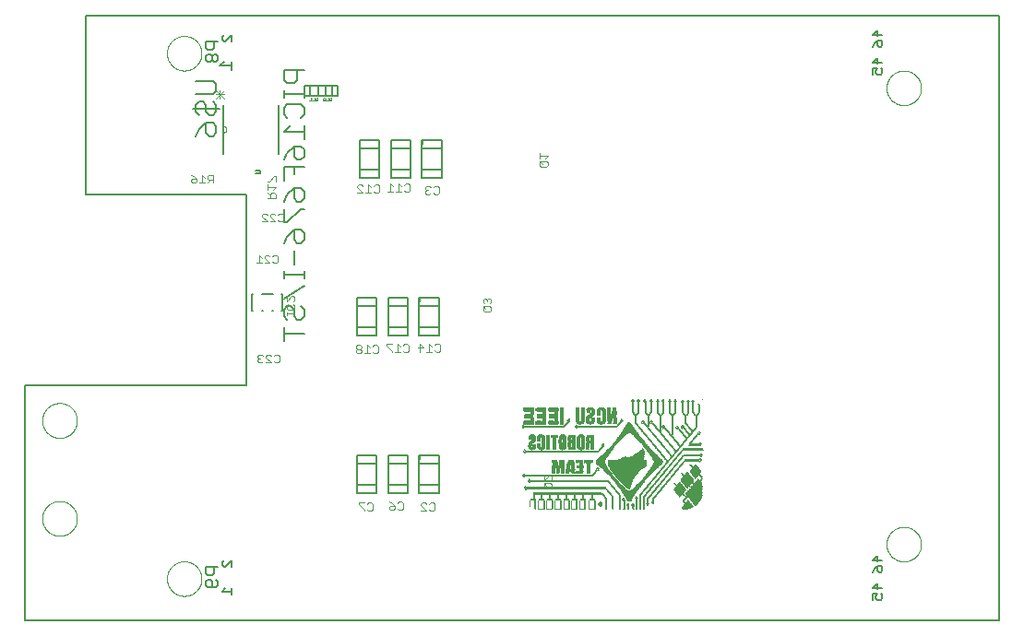
<source format=gbo>
G75*
%MOIN*%
%OFA0B0*%
%FSLAX25Y25*%
%IPPOS*%
%LPD*%
%AMOC8*
5,1,8,0,0,1.08239X$1,22.5*
%
%ADD10C,0.00500*%
%ADD11C,0.00000*%
%ADD12C,0.00800*%
%ADD13C,0.00600*%
%ADD14C,0.00200*%
%ADD15C,0.00300*%
%ADD16C,0.00100*%
%ADD17R,0.00600X0.00100*%
%ADD18R,0.00400X0.00100*%
%ADD19R,0.00500X0.00100*%
%ADD20R,0.00200X0.00100*%
%ADD21R,0.02200X0.00100*%
%ADD22R,0.02100X0.00100*%
%ADD23R,0.00300X0.00100*%
%ADD24R,0.00100X0.00100*%
%ADD25R,0.02400X0.00100*%
%ADD26R,0.02800X0.00100*%
%ADD27R,0.03200X0.00100*%
%ADD28R,0.03500X0.00100*%
%ADD29R,0.03700X0.00100*%
%ADD30R,0.04000X0.00100*%
%ADD31R,0.03800X0.00100*%
%ADD32R,0.03600X0.00100*%
%ADD33R,0.00700X0.00100*%
%ADD34R,0.00800X0.00100*%
%ADD35R,0.03400X0.00100*%
%ADD36R,0.00900X0.00100*%
%ADD37R,0.01000X0.00100*%
%ADD38R,0.01100X0.00100*%
%ADD39R,0.03000X0.00100*%
%ADD40R,0.02600X0.00100*%
%ADD41R,0.01300X0.00100*%
%ADD42R,0.01400X0.00100*%
%ADD43R,0.01600X0.00100*%
%ADD44R,0.01800X0.00100*%
%ADD45R,0.02000X0.00100*%
%ADD46R,0.02300X0.00100*%
%ADD47R,0.01200X0.00100*%
%ADD48R,0.02900X0.00100*%
%ADD49R,0.03100X0.00100*%
%ADD50R,0.03300X0.00100*%
%ADD51R,0.01700X0.00100*%
%ADD52R,0.01900X0.00100*%
%ADD53R,0.04200X0.00100*%
%ADD54R,0.04300X0.00100*%
%ADD55R,0.04500X0.00100*%
%ADD56R,0.04600X0.00100*%
%ADD57R,0.04800X0.00100*%
%ADD58R,0.02500X0.00100*%
%ADD59R,0.04900X0.00100*%
%ADD60R,0.02700X0.00100*%
%ADD61R,0.05000X0.00100*%
%ADD62R,0.05200X0.00100*%
%ADD63R,0.05600X0.00100*%
%ADD64R,0.05500X0.00100*%
%ADD65R,0.05700X0.00100*%
%ADD66R,0.05800X0.00100*%
%ADD67R,0.03900X0.00100*%
%ADD68R,0.05900X0.00100*%
%ADD69R,0.04100X0.00100*%
%ADD70R,0.25300X0.00100*%
%ADD71R,0.06000X0.00100*%
%ADD72R,0.25200X0.00100*%
%ADD73R,0.04400X0.00100*%
%ADD74R,0.25100X0.00100*%
%ADD75R,0.25000X0.00100*%
%ADD76R,0.04700X0.00100*%
%ADD77R,0.24900X0.00100*%
%ADD78R,0.05100X0.00100*%
%ADD79R,0.05400X0.00100*%
%ADD80R,0.05300X0.00100*%
%ADD81R,0.29600X0.00100*%
%ADD82R,0.29000X0.00100*%
%ADD83R,0.28800X0.00100*%
%ADD84R,0.01500X0.00100*%
%ADD85R,0.28600X0.00100*%
%ADD86R,0.28500X0.00100*%
%ADD87R,0.28400X0.00100*%
%ADD88R,0.28300X0.00100*%
%ADD89R,0.06100X0.00100*%
%ADD90R,0.06300X0.00100*%
%ADD91R,0.06400X0.00100*%
%ADD92R,0.06600X0.00100*%
%ADD93R,0.06800X0.00100*%
%ADD94R,0.07000X0.00100*%
%ADD95R,0.07200X0.00100*%
%ADD96R,0.07300X0.00100*%
%ADD97R,0.07400X0.00100*%
%ADD98R,0.24800X0.00100*%
%ADD99R,0.07600X0.00100*%
%ADD100R,0.07800X0.00100*%
%ADD101R,0.07900X0.00100*%
%ADD102R,0.08100X0.00100*%
%ADD103R,0.08200X0.00100*%
%ADD104R,0.08300X0.00100*%
%ADD105R,0.08500X0.00100*%
%ADD106R,0.08700X0.00100*%
%ADD107R,0.08800X0.00100*%
%ADD108R,0.09000X0.00100*%
%ADD109R,0.09100X0.00100*%
%ADD110R,0.09200X0.00100*%
%ADD111R,0.09400X0.00100*%
%ADD112R,0.09600X0.00100*%
%ADD113R,0.09800X0.00100*%
%ADD114R,0.09900X0.00100*%
%ADD115R,0.10100X0.00100*%
%ADD116R,0.10300X0.00100*%
%ADD117R,0.10400X0.00100*%
%ADD118R,0.10500X0.00100*%
%ADD119R,0.10700X0.00100*%
%ADD120R,0.11000X0.00100*%
%ADD121R,0.11100X0.00100*%
%ADD122R,0.11300X0.00100*%
%ADD123R,0.11400X0.00100*%
%ADD124R,0.11700X0.00100*%
%ADD125R,0.11900X0.00100*%
%ADD126R,0.12200X0.00100*%
%ADD127R,0.12600X0.00100*%
%ADD128R,0.12700X0.00100*%
%ADD129R,0.12900X0.00100*%
%ADD130R,0.13000X0.00100*%
%ADD131R,0.13200X0.00100*%
%ADD132R,0.13300X0.00100*%
%ADD133R,0.13500X0.00100*%
%ADD134R,0.13700X0.00100*%
%ADD135R,0.13900X0.00100*%
%ADD136R,0.14100X0.00100*%
%ADD137R,0.14200X0.00100*%
%ADD138R,0.14300X0.00100*%
%ADD139R,0.06200X0.00100*%
%ADD140R,0.12400X0.00100*%
%ADD141R,0.08400X0.00100*%
%ADD142R,0.08000X0.00100*%
%ADD143R,0.07700X0.00100*%
%ADD144R,0.07500X0.00100*%
%ADD145R,0.07100X0.00100*%
%ADD146R,0.06500X0.00100*%
%ADD147R,0.26700X0.00100*%
%ADD148R,0.26800X0.00100*%
%ADD149R,0.26900X0.00100*%
%ADD150R,0.15100X0.00100*%
%ADD151R,0.14600X0.00100*%
%ADD152R,0.14700X0.00100*%
%ADD153R,0.14900X0.00100*%
%ADD154R,0.14800X0.00100*%
D10*
X0026831Y0007667D02*
X0026831Y0092667D01*
X0106831Y0092667D01*
X0106831Y0161667D01*
X0048831Y0161667D01*
X0048831Y0226167D01*
X0378831Y0226167D01*
X0378831Y0007667D01*
X0026831Y0007667D01*
D11*
X0078081Y0022667D02*
X0078083Y0022825D01*
X0078089Y0022982D01*
X0078099Y0023140D01*
X0078113Y0023297D01*
X0078131Y0023453D01*
X0078152Y0023610D01*
X0078178Y0023765D01*
X0078208Y0023920D01*
X0078241Y0024074D01*
X0078279Y0024227D01*
X0078320Y0024380D01*
X0078365Y0024531D01*
X0078414Y0024681D01*
X0078467Y0024829D01*
X0078523Y0024977D01*
X0078584Y0025122D01*
X0078647Y0025267D01*
X0078715Y0025409D01*
X0078786Y0025550D01*
X0078860Y0025689D01*
X0078938Y0025826D01*
X0079020Y0025961D01*
X0079104Y0026094D01*
X0079193Y0026225D01*
X0079284Y0026353D01*
X0079379Y0026480D01*
X0079476Y0026603D01*
X0079577Y0026725D01*
X0079681Y0026843D01*
X0079788Y0026959D01*
X0079898Y0027072D01*
X0080010Y0027183D01*
X0080126Y0027290D01*
X0080244Y0027395D01*
X0080364Y0027497D01*
X0080487Y0027595D01*
X0080613Y0027691D01*
X0080741Y0027783D01*
X0080871Y0027872D01*
X0081003Y0027958D01*
X0081138Y0028040D01*
X0081275Y0028119D01*
X0081413Y0028194D01*
X0081553Y0028266D01*
X0081696Y0028334D01*
X0081839Y0028399D01*
X0081985Y0028460D01*
X0082132Y0028517D01*
X0082280Y0028571D01*
X0082430Y0028621D01*
X0082580Y0028667D01*
X0082732Y0028709D01*
X0082885Y0028748D01*
X0083039Y0028782D01*
X0083194Y0028813D01*
X0083349Y0028839D01*
X0083505Y0028862D01*
X0083662Y0028881D01*
X0083819Y0028896D01*
X0083976Y0028907D01*
X0084134Y0028914D01*
X0084292Y0028917D01*
X0084449Y0028916D01*
X0084607Y0028911D01*
X0084764Y0028902D01*
X0084922Y0028889D01*
X0085078Y0028872D01*
X0085235Y0028851D01*
X0085390Y0028827D01*
X0085545Y0028798D01*
X0085700Y0028765D01*
X0085853Y0028729D01*
X0086006Y0028688D01*
X0086157Y0028644D01*
X0086307Y0028596D01*
X0086456Y0028545D01*
X0086604Y0028489D01*
X0086750Y0028430D01*
X0086895Y0028367D01*
X0087038Y0028300D01*
X0087179Y0028230D01*
X0087318Y0028157D01*
X0087456Y0028080D01*
X0087592Y0027999D01*
X0087725Y0027915D01*
X0087856Y0027828D01*
X0087985Y0027737D01*
X0088112Y0027643D01*
X0088237Y0027546D01*
X0088358Y0027446D01*
X0088478Y0027343D01*
X0088594Y0027237D01*
X0088708Y0027128D01*
X0088820Y0027016D01*
X0088928Y0026902D01*
X0089033Y0026784D01*
X0089136Y0026664D01*
X0089235Y0026542D01*
X0089331Y0026417D01*
X0089424Y0026289D01*
X0089514Y0026160D01*
X0089600Y0026028D01*
X0089684Y0025894D01*
X0089763Y0025758D01*
X0089840Y0025620D01*
X0089912Y0025480D01*
X0089981Y0025338D01*
X0090047Y0025195D01*
X0090109Y0025050D01*
X0090167Y0024903D01*
X0090222Y0024755D01*
X0090273Y0024606D01*
X0090320Y0024455D01*
X0090363Y0024304D01*
X0090402Y0024151D01*
X0090438Y0023997D01*
X0090469Y0023843D01*
X0090497Y0023688D01*
X0090521Y0023532D01*
X0090541Y0023375D01*
X0090557Y0023218D01*
X0090569Y0023061D01*
X0090577Y0022904D01*
X0090581Y0022746D01*
X0090581Y0022588D01*
X0090577Y0022430D01*
X0090569Y0022273D01*
X0090557Y0022116D01*
X0090541Y0021959D01*
X0090521Y0021802D01*
X0090497Y0021646D01*
X0090469Y0021491D01*
X0090438Y0021337D01*
X0090402Y0021183D01*
X0090363Y0021030D01*
X0090320Y0020879D01*
X0090273Y0020728D01*
X0090222Y0020579D01*
X0090167Y0020431D01*
X0090109Y0020284D01*
X0090047Y0020139D01*
X0089981Y0019996D01*
X0089912Y0019854D01*
X0089840Y0019714D01*
X0089763Y0019576D01*
X0089684Y0019440D01*
X0089600Y0019306D01*
X0089514Y0019174D01*
X0089424Y0019045D01*
X0089331Y0018917D01*
X0089235Y0018792D01*
X0089136Y0018670D01*
X0089033Y0018550D01*
X0088928Y0018432D01*
X0088820Y0018318D01*
X0088708Y0018206D01*
X0088594Y0018097D01*
X0088478Y0017991D01*
X0088358Y0017888D01*
X0088237Y0017788D01*
X0088112Y0017691D01*
X0087985Y0017597D01*
X0087856Y0017506D01*
X0087725Y0017419D01*
X0087592Y0017335D01*
X0087456Y0017254D01*
X0087318Y0017177D01*
X0087179Y0017104D01*
X0087038Y0017034D01*
X0086895Y0016967D01*
X0086750Y0016904D01*
X0086604Y0016845D01*
X0086456Y0016789D01*
X0086307Y0016738D01*
X0086157Y0016690D01*
X0086006Y0016646D01*
X0085853Y0016605D01*
X0085700Y0016569D01*
X0085545Y0016536D01*
X0085390Y0016507D01*
X0085235Y0016483D01*
X0085078Y0016462D01*
X0084922Y0016445D01*
X0084764Y0016432D01*
X0084607Y0016423D01*
X0084449Y0016418D01*
X0084292Y0016417D01*
X0084134Y0016420D01*
X0083976Y0016427D01*
X0083819Y0016438D01*
X0083662Y0016453D01*
X0083505Y0016472D01*
X0083349Y0016495D01*
X0083194Y0016521D01*
X0083039Y0016552D01*
X0082885Y0016586D01*
X0082732Y0016625D01*
X0082580Y0016667D01*
X0082430Y0016713D01*
X0082280Y0016763D01*
X0082132Y0016817D01*
X0081985Y0016874D01*
X0081839Y0016935D01*
X0081696Y0017000D01*
X0081553Y0017068D01*
X0081413Y0017140D01*
X0081275Y0017215D01*
X0081138Y0017294D01*
X0081003Y0017376D01*
X0080871Y0017462D01*
X0080741Y0017551D01*
X0080613Y0017643D01*
X0080487Y0017739D01*
X0080364Y0017837D01*
X0080244Y0017939D01*
X0080126Y0018044D01*
X0080010Y0018151D01*
X0079898Y0018262D01*
X0079788Y0018375D01*
X0079681Y0018491D01*
X0079577Y0018609D01*
X0079476Y0018731D01*
X0079379Y0018854D01*
X0079284Y0018981D01*
X0079193Y0019109D01*
X0079104Y0019240D01*
X0079020Y0019373D01*
X0078938Y0019508D01*
X0078860Y0019645D01*
X0078786Y0019784D01*
X0078715Y0019925D01*
X0078647Y0020067D01*
X0078584Y0020212D01*
X0078523Y0020357D01*
X0078467Y0020505D01*
X0078414Y0020653D01*
X0078365Y0020803D01*
X0078320Y0020954D01*
X0078279Y0021107D01*
X0078241Y0021260D01*
X0078208Y0021414D01*
X0078178Y0021569D01*
X0078152Y0021724D01*
X0078131Y0021881D01*
X0078113Y0022037D01*
X0078099Y0022194D01*
X0078089Y0022352D01*
X0078083Y0022509D01*
X0078081Y0022667D01*
X0032996Y0044450D02*
X0032998Y0044608D01*
X0033004Y0044766D01*
X0033014Y0044924D01*
X0033028Y0045082D01*
X0033046Y0045239D01*
X0033067Y0045396D01*
X0033093Y0045552D01*
X0033123Y0045708D01*
X0033156Y0045863D01*
X0033194Y0046016D01*
X0033235Y0046169D01*
X0033280Y0046321D01*
X0033329Y0046472D01*
X0033382Y0046621D01*
X0033438Y0046769D01*
X0033498Y0046915D01*
X0033562Y0047060D01*
X0033630Y0047203D01*
X0033701Y0047345D01*
X0033775Y0047485D01*
X0033853Y0047622D01*
X0033935Y0047758D01*
X0034019Y0047892D01*
X0034108Y0048023D01*
X0034199Y0048152D01*
X0034294Y0048279D01*
X0034391Y0048404D01*
X0034492Y0048526D01*
X0034596Y0048645D01*
X0034703Y0048762D01*
X0034813Y0048876D01*
X0034926Y0048987D01*
X0035041Y0049096D01*
X0035159Y0049201D01*
X0035280Y0049303D01*
X0035403Y0049403D01*
X0035529Y0049499D01*
X0035657Y0049592D01*
X0035787Y0049682D01*
X0035920Y0049768D01*
X0036055Y0049852D01*
X0036191Y0049931D01*
X0036330Y0050008D01*
X0036471Y0050080D01*
X0036613Y0050150D01*
X0036757Y0050215D01*
X0036903Y0050277D01*
X0037050Y0050335D01*
X0037199Y0050390D01*
X0037349Y0050441D01*
X0037500Y0050488D01*
X0037652Y0050531D01*
X0037805Y0050570D01*
X0037960Y0050606D01*
X0038115Y0050637D01*
X0038271Y0050665D01*
X0038427Y0050689D01*
X0038584Y0050709D01*
X0038742Y0050725D01*
X0038899Y0050737D01*
X0039058Y0050745D01*
X0039216Y0050749D01*
X0039374Y0050749D01*
X0039532Y0050745D01*
X0039691Y0050737D01*
X0039848Y0050725D01*
X0040006Y0050709D01*
X0040163Y0050689D01*
X0040319Y0050665D01*
X0040475Y0050637D01*
X0040630Y0050606D01*
X0040785Y0050570D01*
X0040938Y0050531D01*
X0041090Y0050488D01*
X0041241Y0050441D01*
X0041391Y0050390D01*
X0041540Y0050335D01*
X0041687Y0050277D01*
X0041833Y0050215D01*
X0041977Y0050150D01*
X0042119Y0050080D01*
X0042260Y0050008D01*
X0042399Y0049931D01*
X0042535Y0049852D01*
X0042670Y0049768D01*
X0042803Y0049682D01*
X0042933Y0049592D01*
X0043061Y0049499D01*
X0043187Y0049403D01*
X0043310Y0049303D01*
X0043431Y0049201D01*
X0043549Y0049096D01*
X0043664Y0048987D01*
X0043777Y0048876D01*
X0043887Y0048762D01*
X0043994Y0048645D01*
X0044098Y0048526D01*
X0044199Y0048404D01*
X0044296Y0048279D01*
X0044391Y0048152D01*
X0044482Y0048023D01*
X0044571Y0047892D01*
X0044655Y0047758D01*
X0044737Y0047622D01*
X0044815Y0047485D01*
X0044889Y0047345D01*
X0044960Y0047203D01*
X0045028Y0047060D01*
X0045092Y0046915D01*
X0045152Y0046769D01*
X0045208Y0046621D01*
X0045261Y0046472D01*
X0045310Y0046321D01*
X0045355Y0046169D01*
X0045396Y0046016D01*
X0045434Y0045863D01*
X0045467Y0045708D01*
X0045497Y0045552D01*
X0045523Y0045396D01*
X0045544Y0045239D01*
X0045562Y0045082D01*
X0045576Y0044924D01*
X0045586Y0044766D01*
X0045592Y0044608D01*
X0045594Y0044450D01*
X0045592Y0044292D01*
X0045586Y0044134D01*
X0045576Y0043976D01*
X0045562Y0043818D01*
X0045544Y0043661D01*
X0045523Y0043504D01*
X0045497Y0043348D01*
X0045467Y0043192D01*
X0045434Y0043037D01*
X0045396Y0042884D01*
X0045355Y0042731D01*
X0045310Y0042579D01*
X0045261Y0042428D01*
X0045208Y0042279D01*
X0045152Y0042131D01*
X0045092Y0041985D01*
X0045028Y0041840D01*
X0044960Y0041697D01*
X0044889Y0041555D01*
X0044815Y0041415D01*
X0044737Y0041278D01*
X0044655Y0041142D01*
X0044571Y0041008D01*
X0044482Y0040877D01*
X0044391Y0040748D01*
X0044296Y0040621D01*
X0044199Y0040496D01*
X0044098Y0040374D01*
X0043994Y0040255D01*
X0043887Y0040138D01*
X0043777Y0040024D01*
X0043664Y0039913D01*
X0043549Y0039804D01*
X0043431Y0039699D01*
X0043310Y0039597D01*
X0043187Y0039497D01*
X0043061Y0039401D01*
X0042933Y0039308D01*
X0042803Y0039218D01*
X0042670Y0039132D01*
X0042535Y0039048D01*
X0042399Y0038969D01*
X0042260Y0038892D01*
X0042119Y0038820D01*
X0041977Y0038750D01*
X0041833Y0038685D01*
X0041687Y0038623D01*
X0041540Y0038565D01*
X0041391Y0038510D01*
X0041241Y0038459D01*
X0041090Y0038412D01*
X0040938Y0038369D01*
X0040785Y0038330D01*
X0040630Y0038294D01*
X0040475Y0038263D01*
X0040319Y0038235D01*
X0040163Y0038211D01*
X0040006Y0038191D01*
X0039848Y0038175D01*
X0039691Y0038163D01*
X0039532Y0038155D01*
X0039374Y0038151D01*
X0039216Y0038151D01*
X0039058Y0038155D01*
X0038899Y0038163D01*
X0038742Y0038175D01*
X0038584Y0038191D01*
X0038427Y0038211D01*
X0038271Y0038235D01*
X0038115Y0038263D01*
X0037960Y0038294D01*
X0037805Y0038330D01*
X0037652Y0038369D01*
X0037500Y0038412D01*
X0037349Y0038459D01*
X0037199Y0038510D01*
X0037050Y0038565D01*
X0036903Y0038623D01*
X0036757Y0038685D01*
X0036613Y0038750D01*
X0036471Y0038820D01*
X0036330Y0038892D01*
X0036191Y0038969D01*
X0036055Y0039048D01*
X0035920Y0039132D01*
X0035787Y0039218D01*
X0035657Y0039308D01*
X0035529Y0039401D01*
X0035403Y0039497D01*
X0035280Y0039597D01*
X0035159Y0039699D01*
X0035041Y0039804D01*
X0034926Y0039913D01*
X0034813Y0040024D01*
X0034703Y0040138D01*
X0034596Y0040255D01*
X0034492Y0040374D01*
X0034391Y0040496D01*
X0034294Y0040621D01*
X0034199Y0040748D01*
X0034108Y0040877D01*
X0034019Y0041008D01*
X0033935Y0041142D01*
X0033853Y0041278D01*
X0033775Y0041415D01*
X0033701Y0041555D01*
X0033630Y0041697D01*
X0033562Y0041840D01*
X0033498Y0041985D01*
X0033438Y0042131D01*
X0033382Y0042279D01*
X0033329Y0042428D01*
X0033280Y0042579D01*
X0033235Y0042731D01*
X0033194Y0042884D01*
X0033156Y0043037D01*
X0033123Y0043192D01*
X0033093Y0043348D01*
X0033067Y0043504D01*
X0033046Y0043661D01*
X0033028Y0043818D01*
X0033014Y0043976D01*
X0033004Y0044134D01*
X0032998Y0044292D01*
X0032996Y0044450D01*
X0032996Y0079883D02*
X0032998Y0080041D01*
X0033004Y0080199D01*
X0033014Y0080357D01*
X0033028Y0080515D01*
X0033046Y0080672D01*
X0033067Y0080829D01*
X0033093Y0080985D01*
X0033123Y0081141D01*
X0033156Y0081296D01*
X0033194Y0081449D01*
X0033235Y0081602D01*
X0033280Y0081754D01*
X0033329Y0081905D01*
X0033382Y0082054D01*
X0033438Y0082202D01*
X0033498Y0082348D01*
X0033562Y0082493D01*
X0033630Y0082636D01*
X0033701Y0082778D01*
X0033775Y0082918D01*
X0033853Y0083055D01*
X0033935Y0083191D01*
X0034019Y0083325D01*
X0034108Y0083456D01*
X0034199Y0083585D01*
X0034294Y0083712D01*
X0034391Y0083837D01*
X0034492Y0083959D01*
X0034596Y0084078D01*
X0034703Y0084195D01*
X0034813Y0084309D01*
X0034926Y0084420D01*
X0035041Y0084529D01*
X0035159Y0084634D01*
X0035280Y0084736D01*
X0035403Y0084836D01*
X0035529Y0084932D01*
X0035657Y0085025D01*
X0035787Y0085115D01*
X0035920Y0085201D01*
X0036055Y0085285D01*
X0036191Y0085364D01*
X0036330Y0085441D01*
X0036471Y0085513D01*
X0036613Y0085583D01*
X0036757Y0085648D01*
X0036903Y0085710D01*
X0037050Y0085768D01*
X0037199Y0085823D01*
X0037349Y0085874D01*
X0037500Y0085921D01*
X0037652Y0085964D01*
X0037805Y0086003D01*
X0037960Y0086039D01*
X0038115Y0086070D01*
X0038271Y0086098D01*
X0038427Y0086122D01*
X0038584Y0086142D01*
X0038742Y0086158D01*
X0038899Y0086170D01*
X0039058Y0086178D01*
X0039216Y0086182D01*
X0039374Y0086182D01*
X0039532Y0086178D01*
X0039691Y0086170D01*
X0039848Y0086158D01*
X0040006Y0086142D01*
X0040163Y0086122D01*
X0040319Y0086098D01*
X0040475Y0086070D01*
X0040630Y0086039D01*
X0040785Y0086003D01*
X0040938Y0085964D01*
X0041090Y0085921D01*
X0041241Y0085874D01*
X0041391Y0085823D01*
X0041540Y0085768D01*
X0041687Y0085710D01*
X0041833Y0085648D01*
X0041977Y0085583D01*
X0042119Y0085513D01*
X0042260Y0085441D01*
X0042399Y0085364D01*
X0042535Y0085285D01*
X0042670Y0085201D01*
X0042803Y0085115D01*
X0042933Y0085025D01*
X0043061Y0084932D01*
X0043187Y0084836D01*
X0043310Y0084736D01*
X0043431Y0084634D01*
X0043549Y0084529D01*
X0043664Y0084420D01*
X0043777Y0084309D01*
X0043887Y0084195D01*
X0043994Y0084078D01*
X0044098Y0083959D01*
X0044199Y0083837D01*
X0044296Y0083712D01*
X0044391Y0083585D01*
X0044482Y0083456D01*
X0044571Y0083325D01*
X0044655Y0083191D01*
X0044737Y0083055D01*
X0044815Y0082918D01*
X0044889Y0082778D01*
X0044960Y0082636D01*
X0045028Y0082493D01*
X0045092Y0082348D01*
X0045152Y0082202D01*
X0045208Y0082054D01*
X0045261Y0081905D01*
X0045310Y0081754D01*
X0045355Y0081602D01*
X0045396Y0081449D01*
X0045434Y0081296D01*
X0045467Y0081141D01*
X0045497Y0080985D01*
X0045523Y0080829D01*
X0045544Y0080672D01*
X0045562Y0080515D01*
X0045576Y0080357D01*
X0045586Y0080199D01*
X0045592Y0080041D01*
X0045594Y0079883D01*
X0045592Y0079725D01*
X0045586Y0079567D01*
X0045576Y0079409D01*
X0045562Y0079251D01*
X0045544Y0079094D01*
X0045523Y0078937D01*
X0045497Y0078781D01*
X0045467Y0078625D01*
X0045434Y0078470D01*
X0045396Y0078317D01*
X0045355Y0078164D01*
X0045310Y0078012D01*
X0045261Y0077861D01*
X0045208Y0077712D01*
X0045152Y0077564D01*
X0045092Y0077418D01*
X0045028Y0077273D01*
X0044960Y0077130D01*
X0044889Y0076988D01*
X0044815Y0076848D01*
X0044737Y0076711D01*
X0044655Y0076575D01*
X0044571Y0076441D01*
X0044482Y0076310D01*
X0044391Y0076181D01*
X0044296Y0076054D01*
X0044199Y0075929D01*
X0044098Y0075807D01*
X0043994Y0075688D01*
X0043887Y0075571D01*
X0043777Y0075457D01*
X0043664Y0075346D01*
X0043549Y0075237D01*
X0043431Y0075132D01*
X0043310Y0075030D01*
X0043187Y0074930D01*
X0043061Y0074834D01*
X0042933Y0074741D01*
X0042803Y0074651D01*
X0042670Y0074565D01*
X0042535Y0074481D01*
X0042399Y0074402D01*
X0042260Y0074325D01*
X0042119Y0074253D01*
X0041977Y0074183D01*
X0041833Y0074118D01*
X0041687Y0074056D01*
X0041540Y0073998D01*
X0041391Y0073943D01*
X0041241Y0073892D01*
X0041090Y0073845D01*
X0040938Y0073802D01*
X0040785Y0073763D01*
X0040630Y0073727D01*
X0040475Y0073696D01*
X0040319Y0073668D01*
X0040163Y0073644D01*
X0040006Y0073624D01*
X0039848Y0073608D01*
X0039691Y0073596D01*
X0039532Y0073588D01*
X0039374Y0073584D01*
X0039216Y0073584D01*
X0039058Y0073588D01*
X0038899Y0073596D01*
X0038742Y0073608D01*
X0038584Y0073624D01*
X0038427Y0073644D01*
X0038271Y0073668D01*
X0038115Y0073696D01*
X0037960Y0073727D01*
X0037805Y0073763D01*
X0037652Y0073802D01*
X0037500Y0073845D01*
X0037349Y0073892D01*
X0037199Y0073943D01*
X0037050Y0073998D01*
X0036903Y0074056D01*
X0036757Y0074118D01*
X0036613Y0074183D01*
X0036471Y0074253D01*
X0036330Y0074325D01*
X0036191Y0074402D01*
X0036055Y0074481D01*
X0035920Y0074565D01*
X0035787Y0074651D01*
X0035657Y0074741D01*
X0035529Y0074834D01*
X0035403Y0074930D01*
X0035280Y0075030D01*
X0035159Y0075132D01*
X0035041Y0075237D01*
X0034926Y0075346D01*
X0034813Y0075457D01*
X0034703Y0075571D01*
X0034596Y0075688D01*
X0034492Y0075807D01*
X0034391Y0075929D01*
X0034294Y0076054D01*
X0034199Y0076181D01*
X0034108Y0076310D01*
X0034019Y0076441D01*
X0033935Y0076575D01*
X0033853Y0076711D01*
X0033775Y0076848D01*
X0033701Y0076988D01*
X0033630Y0077130D01*
X0033562Y0077273D01*
X0033498Y0077418D01*
X0033438Y0077564D01*
X0033382Y0077712D01*
X0033329Y0077861D01*
X0033280Y0078012D01*
X0033235Y0078164D01*
X0033194Y0078317D01*
X0033156Y0078470D01*
X0033123Y0078625D01*
X0033093Y0078781D01*
X0033067Y0078937D01*
X0033046Y0079094D01*
X0033028Y0079251D01*
X0033014Y0079409D01*
X0033004Y0079567D01*
X0032998Y0079725D01*
X0032996Y0079883D01*
X0098331Y0183967D02*
X0098400Y0183969D01*
X0098468Y0183975D01*
X0098536Y0183985D01*
X0098603Y0183998D01*
X0098669Y0184016D01*
X0098734Y0184037D01*
X0098798Y0184062D01*
X0098860Y0184090D01*
X0098921Y0184122D01*
X0098980Y0184157D01*
X0099036Y0184196D01*
X0099091Y0184238D01*
X0099142Y0184283D01*
X0099192Y0184331D01*
X0099238Y0184381D01*
X0099281Y0184434D01*
X0099322Y0184490D01*
X0099359Y0184547D01*
X0099392Y0184607D01*
X0099423Y0184669D01*
X0099449Y0184732D01*
X0099472Y0184796D01*
X0099492Y0184862D01*
X0099507Y0184929D01*
X0099519Y0184996D01*
X0099527Y0185064D01*
X0099531Y0185133D01*
X0099531Y0185201D01*
X0099527Y0185270D01*
X0099519Y0185338D01*
X0099507Y0185405D01*
X0099492Y0185472D01*
X0099472Y0185538D01*
X0099449Y0185602D01*
X0099423Y0185665D01*
X0099392Y0185727D01*
X0099359Y0185787D01*
X0099322Y0185844D01*
X0099281Y0185900D01*
X0099238Y0185953D01*
X0099192Y0186003D01*
X0099142Y0186051D01*
X0099091Y0186096D01*
X0099036Y0186138D01*
X0098980Y0186177D01*
X0098921Y0186212D01*
X0098860Y0186244D01*
X0098798Y0186272D01*
X0098734Y0186297D01*
X0098669Y0186318D01*
X0098603Y0186336D01*
X0098536Y0186349D01*
X0098468Y0186359D01*
X0098400Y0186365D01*
X0098331Y0186367D01*
X0078081Y0212667D02*
X0078083Y0212825D01*
X0078089Y0212982D01*
X0078099Y0213140D01*
X0078113Y0213297D01*
X0078131Y0213453D01*
X0078152Y0213610D01*
X0078178Y0213765D01*
X0078208Y0213920D01*
X0078241Y0214074D01*
X0078279Y0214227D01*
X0078320Y0214380D01*
X0078365Y0214531D01*
X0078414Y0214681D01*
X0078467Y0214829D01*
X0078523Y0214977D01*
X0078584Y0215122D01*
X0078647Y0215267D01*
X0078715Y0215409D01*
X0078786Y0215550D01*
X0078860Y0215689D01*
X0078938Y0215826D01*
X0079020Y0215961D01*
X0079104Y0216094D01*
X0079193Y0216225D01*
X0079284Y0216353D01*
X0079379Y0216480D01*
X0079476Y0216603D01*
X0079577Y0216725D01*
X0079681Y0216843D01*
X0079788Y0216959D01*
X0079898Y0217072D01*
X0080010Y0217183D01*
X0080126Y0217290D01*
X0080244Y0217395D01*
X0080364Y0217497D01*
X0080487Y0217595D01*
X0080613Y0217691D01*
X0080741Y0217783D01*
X0080871Y0217872D01*
X0081003Y0217958D01*
X0081138Y0218040D01*
X0081275Y0218119D01*
X0081413Y0218194D01*
X0081553Y0218266D01*
X0081696Y0218334D01*
X0081839Y0218399D01*
X0081985Y0218460D01*
X0082132Y0218517D01*
X0082280Y0218571D01*
X0082430Y0218621D01*
X0082580Y0218667D01*
X0082732Y0218709D01*
X0082885Y0218748D01*
X0083039Y0218782D01*
X0083194Y0218813D01*
X0083349Y0218839D01*
X0083505Y0218862D01*
X0083662Y0218881D01*
X0083819Y0218896D01*
X0083976Y0218907D01*
X0084134Y0218914D01*
X0084292Y0218917D01*
X0084449Y0218916D01*
X0084607Y0218911D01*
X0084764Y0218902D01*
X0084922Y0218889D01*
X0085078Y0218872D01*
X0085235Y0218851D01*
X0085390Y0218827D01*
X0085545Y0218798D01*
X0085700Y0218765D01*
X0085853Y0218729D01*
X0086006Y0218688D01*
X0086157Y0218644D01*
X0086307Y0218596D01*
X0086456Y0218545D01*
X0086604Y0218489D01*
X0086750Y0218430D01*
X0086895Y0218367D01*
X0087038Y0218300D01*
X0087179Y0218230D01*
X0087318Y0218157D01*
X0087456Y0218080D01*
X0087592Y0217999D01*
X0087725Y0217915D01*
X0087856Y0217828D01*
X0087985Y0217737D01*
X0088112Y0217643D01*
X0088237Y0217546D01*
X0088358Y0217446D01*
X0088478Y0217343D01*
X0088594Y0217237D01*
X0088708Y0217128D01*
X0088820Y0217016D01*
X0088928Y0216902D01*
X0089033Y0216784D01*
X0089136Y0216664D01*
X0089235Y0216542D01*
X0089331Y0216417D01*
X0089424Y0216289D01*
X0089514Y0216160D01*
X0089600Y0216028D01*
X0089684Y0215894D01*
X0089763Y0215758D01*
X0089840Y0215620D01*
X0089912Y0215480D01*
X0089981Y0215338D01*
X0090047Y0215195D01*
X0090109Y0215050D01*
X0090167Y0214903D01*
X0090222Y0214755D01*
X0090273Y0214606D01*
X0090320Y0214455D01*
X0090363Y0214304D01*
X0090402Y0214151D01*
X0090438Y0213997D01*
X0090469Y0213843D01*
X0090497Y0213688D01*
X0090521Y0213532D01*
X0090541Y0213375D01*
X0090557Y0213218D01*
X0090569Y0213061D01*
X0090577Y0212904D01*
X0090581Y0212746D01*
X0090581Y0212588D01*
X0090577Y0212430D01*
X0090569Y0212273D01*
X0090557Y0212116D01*
X0090541Y0211959D01*
X0090521Y0211802D01*
X0090497Y0211646D01*
X0090469Y0211491D01*
X0090438Y0211337D01*
X0090402Y0211183D01*
X0090363Y0211030D01*
X0090320Y0210879D01*
X0090273Y0210728D01*
X0090222Y0210579D01*
X0090167Y0210431D01*
X0090109Y0210284D01*
X0090047Y0210139D01*
X0089981Y0209996D01*
X0089912Y0209854D01*
X0089840Y0209714D01*
X0089763Y0209576D01*
X0089684Y0209440D01*
X0089600Y0209306D01*
X0089514Y0209174D01*
X0089424Y0209045D01*
X0089331Y0208917D01*
X0089235Y0208792D01*
X0089136Y0208670D01*
X0089033Y0208550D01*
X0088928Y0208432D01*
X0088820Y0208318D01*
X0088708Y0208206D01*
X0088594Y0208097D01*
X0088478Y0207991D01*
X0088358Y0207888D01*
X0088237Y0207788D01*
X0088112Y0207691D01*
X0087985Y0207597D01*
X0087856Y0207506D01*
X0087725Y0207419D01*
X0087592Y0207335D01*
X0087456Y0207254D01*
X0087318Y0207177D01*
X0087179Y0207104D01*
X0087038Y0207034D01*
X0086895Y0206967D01*
X0086750Y0206904D01*
X0086604Y0206845D01*
X0086456Y0206789D01*
X0086307Y0206738D01*
X0086157Y0206690D01*
X0086006Y0206646D01*
X0085853Y0206605D01*
X0085700Y0206569D01*
X0085545Y0206536D01*
X0085390Y0206507D01*
X0085235Y0206483D01*
X0085078Y0206462D01*
X0084922Y0206445D01*
X0084764Y0206432D01*
X0084607Y0206423D01*
X0084449Y0206418D01*
X0084292Y0206417D01*
X0084134Y0206420D01*
X0083976Y0206427D01*
X0083819Y0206438D01*
X0083662Y0206453D01*
X0083505Y0206472D01*
X0083349Y0206495D01*
X0083194Y0206521D01*
X0083039Y0206552D01*
X0082885Y0206586D01*
X0082732Y0206625D01*
X0082580Y0206667D01*
X0082430Y0206713D01*
X0082280Y0206763D01*
X0082132Y0206817D01*
X0081985Y0206874D01*
X0081839Y0206935D01*
X0081696Y0207000D01*
X0081553Y0207068D01*
X0081413Y0207140D01*
X0081275Y0207215D01*
X0081138Y0207294D01*
X0081003Y0207376D01*
X0080871Y0207462D01*
X0080741Y0207551D01*
X0080613Y0207643D01*
X0080487Y0207739D01*
X0080364Y0207837D01*
X0080244Y0207939D01*
X0080126Y0208044D01*
X0080010Y0208151D01*
X0079898Y0208262D01*
X0079788Y0208375D01*
X0079681Y0208491D01*
X0079577Y0208609D01*
X0079476Y0208731D01*
X0079379Y0208854D01*
X0079284Y0208981D01*
X0079193Y0209109D01*
X0079104Y0209240D01*
X0079020Y0209373D01*
X0078938Y0209508D01*
X0078860Y0209645D01*
X0078786Y0209784D01*
X0078715Y0209925D01*
X0078647Y0210067D01*
X0078584Y0210212D01*
X0078523Y0210357D01*
X0078467Y0210505D01*
X0078414Y0210653D01*
X0078365Y0210803D01*
X0078320Y0210954D01*
X0078279Y0211107D01*
X0078241Y0211260D01*
X0078208Y0211414D01*
X0078178Y0211569D01*
X0078152Y0211724D01*
X0078131Y0211881D01*
X0078113Y0212037D01*
X0078099Y0212194D01*
X0078089Y0212352D01*
X0078083Y0212509D01*
X0078081Y0212667D01*
X0338081Y0200167D02*
X0338083Y0200325D01*
X0338089Y0200482D01*
X0338099Y0200640D01*
X0338113Y0200797D01*
X0338131Y0200953D01*
X0338152Y0201110D01*
X0338178Y0201265D01*
X0338208Y0201420D01*
X0338241Y0201574D01*
X0338279Y0201727D01*
X0338320Y0201880D01*
X0338365Y0202031D01*
X0338414Y0202181D01*
X0338467Y0202329D01*
X0338523Y0202477D01*
X0338584Y0202622D01*
X0338647Y0202767D01*
X0338715Y0202909D01*
X0338786Y0203050D01*
X0338860Y0203189D01*
X0338938Y0203326D01*
X0339020Y0203461D01*
X0339104Y0203594D01*
X0339193Y0203725D01*
X0339284Y0203853D01*
X0339379Y0203980D01*
X0339476Y0204103D01*
X0339577Y0204225D01*
X0339681Y0204343D01*
X0339788Y0204459D01*
X0339898Y0204572D01*
X0340010Y0204683D01*
X0340126Y0204790D01*
X0340244Y0204895D01*
X0340364Y0204997D01*
X0340487Y0205095D01*
X0340613Y0205191D01*
X0340741Y0205283D01*
X0340871Y0205372D01*
X0341003Y0205458D01*
X0341138Y0205540D01*
X0341275Y0205619D01*
X0341413Y0205694D01*
X0341553Y0205766D01*
X0341696Y0205834D01*
X0341839Y0205899D01*
X0341985Y0205960D01*
X0342132Y0206017D01*
X0342280Y0206071D01*
X0342430Y0206121D01*
X0342580Y0206167D01*
X0342732Y0206209D01*
X0342885Y0206248D01*
X0343039Y0206282D01*
X0343194Y0206313D01*
X0343349Y0206339D01*
X0343505Y0206362D01*
X0343662Y0206381D01*
X0343819Y0206396D01*
X0343976Y0206407D01*
X0344134Y0206414D01*
X0344292Y0206417D01*
X0344449Y0206416D01*
X0344607Y0206411D01*
X0344764Y0206402D01*
X0344922Y0206389D01*
X0345078Y0206372D01*
X0345235Y0206351D01*
X0345390Y0206327D01*
X0345545Y0206298D01*
X0345700Y0206265D01*
X0345853Y0206229D01*
X0346006Y0206188D01*
X0346157Y0206144D01*
X0346307Y0206096D01*
X0346456Y0206045D01*
X0346604Y0205989D01*
X0346750Y0205930D01*
X0346895Y0205867D01*
X0347038Y0205800D01*
X0347179Y0205730D01*
X0347318Y0205657D01*
X0347456Y0205580D01*
X0347592Y0205499D01*
X0347725Y0205415D01*
X0347856Y0205328D01*
X0347985Y0205237D01*
X0348112Y0205143D01*
X0348237Y0205046D01*
X0348358Y0204946D01*
X0348478Y0204843D01*
X0348594Y0204737D01*
X0348708Y0204628D01*
X0348820Y0204516D01*
X0348928Y0204402D01*
X0349033Y0204284D01*
X0349136Y0204164D01*
X0349235Y0204042D01*
X0349331Y0203917D01*
X0349424Y0203789D01*
X0349514Y0203660D01*
X0349600Y0203528D01*
X0349684Y0203394D01*
X0349763Y0203258D01*
X0349840Y0203120D01*
X0349912Y0202980D01*
X0349981Y0202838D01*
X0350047Y0202695D01*
X0350109Y0202550D01*
X0350167Y0202403D01*
X0350222Y0202255D01*
X0350273Y0202106D01*
X0350320Y0201955D01*
X0350363Y0201804D01*
X0350402Y0201651D01*
X0350438Y0201497D01*
X0350469Y0201343D01*
X0350497Y0201188D01*
X0350521Y0201032D01*
X0350541Y0200875D01*
X0350557Y0200718D01*
X0350569Y0200561D01*
X0350577Y0200404D01*
X0350581Y0200246D01*
X0350581Y0200088D01*
X0350577Y0199930D01*
X0350569Y0199773D01*
X0350557Y0199616D01*
X0350541Y0199459D01*
X0350521Y0199302D01*
X0350497Y0199146D01*
X0350469Y0198991D01*
X0350438Y0198837D01*
X0350402Y0198683D01*
X0350363Y0198530D01*
X0350320Y0198379D01*
X0350273Y0198228D01*
X0350222Y0198079D01*
X0350167Y0197931D01*
X0350109Y0197784D01*
X0350047Y0197639D01*
X0349981Y0197496D01*
X0349912Y0197354D01*
X0349840Y0197214D01*
X0349763Y0197076D01*
X0349684Y0196940D01*
X0349600Y0196806D01*
X0349514Y0196674D01*
X0349424Y0196545D01*
X0349331Y0196417D01*
X0349235Y0196292D01*
X0349136Y0196170D01*
X0349033Y0196050D01*
X0348928Y0195932D01*
X0348820Y0195818D01*
X0348708Y0195706D01*
X0348594Y0195597D01*
X0348478Y0195491D01*
X0348358Y0195388D01*
X0348237Y0195288D01*
X0348112Y0195191D01*
X0347985Y0195097D01*
X0347856Y0195006D01*
X0347725Y0194919D01*
X0347592Y0194835D01*
X0347456Y0194754D01*
X0347318Y0194677D01*
X0347179Y0194604D01*
X0347038Y0194534D01*
X0346895Y0194467D01*
X0346750Y0194404D01*
X0346604Y0194345D01*
X0346456Y0194289D01*
X0346307Y0194238D01*
X0346157Y0194190D01*
X0346006Y0194146D01*
X0345853Y0194105D01*
X0345700Y0194069D01*
X0345545Y0194036D01*
X0345390Y0194007D01*
X0345235Y0193983D01*
X0345078Y0193962D01*
X0344922Y0193945D01*
X0344764Y0193932D01*
X0344607Y0193923D01*
X0344449Y0193918D01*
X0344292Y0193917D01*
X0344134Y0193920D01*
X0343976Y0193927D01*
X0343819Y0193938D01*
X0343662Y0193953D01*
X0343505Y0193972D01*
X0343349Y0193995D01*
X0343194Y0194021D01*
X0343039Y0194052D01*
X0342885Y0194086D01*
X0342732Y0194125D01*
X0342580Y0194167D01*
X0342430Y0194213D01*
X0342280Y0194263D01*
X0342132Y0194317D01*
X0341985Y0194374D01*
X0341839Y0194435D01*
X0341696Y0194500D01*
X0341553Y0194568D01*
X0341413Y0194640D01*
X0341275Y0194715D01*
X0341138Y0194794D01*
X0341003Y0194876D01*
X0340871Y0194962D01*
X0340741Y0195051D01*
X0340613Y0195143D01*
X0340487Y0195239D01*
X0340364Y0195337D01*
X0340244Y0195439D01*
X0340126Y0195544D01*
X0340010Y0195651D01*
X0339898Y0195762D01*
X0339788Y0195875D01*
X0339681Y0195991D01*
X0339577Y0196109D01*
X0339476Y0196231D01*
X0339379Y0196354D01*
X0339284Y0196481D01*
X0339193Y0196609D01*
X0339104Y0196740D01*
X0339020Y0196873D01*
X0338938Y0197008D01*
X0338860Y0197145D01*
X0338786Y0197284D01*
X0338715Y0197425D01*
X0338647Y0197567D01*
X0338584Y0197712D01*
X0338523Y0197857D01*
X0338467Y0198005D01*
X0338414Y0198153D01*
X0338365Y0198303D01*
X0338320Y0198454D01*
X0338279Y0198607D01*
X0338241Y0198760D01*
X0338208Y0198914D01*
X0338178Y0199069D01*
X0338152Y0199224D01*
X0338131Y0199381D01*
X0338113Y0199537D01*
X0338099Y0199694D01*
X0338089Y0199852D01*
X0338083Y0200009D01*
X0338081Y0200167D01*
X0338081Y0035167D02*
X0338083Y0035325D01*
X0338089Y0035482D01*
X0338099Y0035640D01*
X0338113Y0035797D01*
X0338131Y0035953D01*
X0338152Y0036110D01*
X0338178Y0036265D01*
X0338208Y0036420D01*
X0338241Y0036574D01*
X0338279Y0036727D01*
X0338320Y0036880D01*
X0338365Y0037031D01*
X0338414Y0037181D01*
X0338467Y0037329D01*
X0338523Y0037477D01*
X0338584Y0037622D01*
X0338647Y0037767D01*
X0338715Y0037909D01*
X0338786Y0038050D01*
X0338860Y0038189D01*
X0338938Y0038326D01*
X0339020Y0038461D01*
X0339104Y0038594D01*
X0339193Y0038725D01*
X0339284Y0038853D01*
X0339379Y0038980D01*
X0339476Y0039103D01*
X0339577Y0039225D01*
X0339681Y0039343D01*
X0339788Y0039459D01*
X0339898Y0039572D01*
X0340010Y0039683D01*
X0340126Y0039790D01*
X0340244Y0039895D01*
X0340364Y0039997D01*
X0340487Y0040095D01*
X0340613Y0040191D01*
X0340741Y0040283D01*
X0340871Y0040372D01*
X0341003Y0040458D01*
X0341138Y0040540D01*
X0341275Y0040619D01*
X0341413Y0040694D01*
X0341553Y0040766D01*
X0341696Y0040834D01*
X0341839Y0040899D01*
X0341985Y0040960D01*
X0342132Y0041017D01*
X0342280Y0041071D01*
X0342430Y0041121D01*
X0342580Y0041167D01*
X0342732Y0041209D01*
X0342885Y0041248D01*
X0343039Y0041282D01*
X0343194Y0041313D01*
X0343349Y0041339D01*
X0343505Y0041362D01*
X0343662Y0041381D01*
X0343819Y0041396D01*
X0343976Y0041407D01*
X0344134Y0041414D01*
X0344292Y0041417D01*
X0344449Y0041416D01*
X0344607Y0041411D01*
X0344764Y0041402D01*
X0344922Y0041389D01*
X0345078Y0041372D01*
X0345235Y0041351D01*
X0345390Y0041327D01*
X0345545Y0041298D01*
X0345700Y0041265D01*
X0345853Y0041229D01*
X0346006Y0041188D01*
X0346157Y0041144D01*
X0346307Y0041096D01*
X0346456Y0041045D01*
X0346604Y0040989D01*
X0346750Y0040930D01*
X0346895Y0040867D01*
X0347038Y0040800D01*
X0347179Y0040730D01*
X0347318Y0040657D01*
X0347456Y0040580D01*
X0347592Y0040499D01*
X0347725Y0040415D01*
X0347856Y0040328D01*
X0347985Y0040237D01*
X0348112Y0040143D01*
X0348237Y0040046D01*
X0348358Y0039946D01*
X0348478Y0039843D01*
X0348594Y0039737D01*
X0348708Y0039628D01*
X0348820Y0039516D01*
X0348928Y0039402D01*
X0349033Y0039284D01*
X0349136Y0039164D01*
X0349235Y0039042D01*
X0349331Y0038917D01*
X0349424Y0038789D01*
X0349514Y0038660D01*
X0349600Y0038528D01*
X0349684Y0038394D01*
X0349763Y0038258D01*
X0349840Y0038120D01*
X0349912Y0037980D01*
X0349981Y0037838D01*
X0350047Y0037695D01*
X0350109Y0037550D01*
X0350167Y0037403D01*
X0350222Y0037255D01*
X0350273Y0037106D01*
X0350320Y0036955D01*
X0350363Y0036804D01*
X0350402Y0036651D01*
X0350438Y0036497D01*
X0350469Y0036343D01*
X0350497Y0036188D01*
X0350521Y0036032D01*
X0350541Y0035875D01*
X0350557Y0035718D01*
X0350569Y0035561D01*
X0350577Y0035404D01*
X0350581Y0035246D01*
X0350581Y0035088D01*
X0350577Y0034930D01*
X0350569Y0034773D01*
X0350557Y0034616D01*
X0350541Y0034459D01*
X0350521Y0034302D01*
X0350497Y0034146D01*
X0350469Y0033991D01*
X0350438Y0033837D01*
X0350402Y0033683D01*
X0350363Y0033530D01*
X0350320Y0033379D01*
X0350273Y0033228D01*
X0350222Y0033079D01*
X0350167Y0032931D01*
X0350109Y0032784D01*
X0350047Y0032639D01*
X0349981Y0032496D01*
X0349912Y0032354D01*
X0349840Y0032214D01*
X0349763Y0032076D01*
X0349684Y0031940D01*
X0349600Y0031806D01*
X0349514Y0031674D01*
X0349424Y0031545D01*
X0349331Y0031417D01*
X0349235Y0031292D01*
X0349136Y0031170D01*
X0349033Y0031050D01*
X0348928Y0030932D01*
X0348820Y0030818D01*
X0348708Y0030706D01*
X0348594Y0030597D01*
X0348478Y0030491D01*
X0348358Y0030388D01*
X0348237Y0030288D01*
X0348112Y0030191D01*
X0347985Y0030097D01*
X0347856Y0030006D01*
X0347725Y0029919D01*
X0347592Y0029835D01*
X0347456Y0029754D01*
X0347318Y0029677D01*
X0347179Y0029604D01*
X0347038Y0029534D01*
X0346895Y0029467D01*
X0346750Y0029404D01*
X0346604Y0029345D01*
X0346456Y0029289D01*
X0346307Y0029238D01*
X0346157Y0029190D01*
X0346006Y0029146D01*
X0345853Y0029105D01*
X0345700Y0029069D01*
X0345545Y0029036D01*
X0345390Y0029007D01*
X0345235Y0028983D01*
X0345078Y0028962D01*
X0344922Y0028945D01*
X0344764Y0028932D01*
X0344607Y0028923D01*
X0344449Y0028918D01*
X0344292Y0028917D01*
X0344134Y0028920D01*
X0343976Y0028927D01*
X0343819Y0028938D01*
X0343662Y0028953D01*
X0343505Y0028972D01*
X0343349Y0028995D01*
X0343194Y0029021D01*
X0343039Y0029052D01*
X0342885Y0029086D01*
X0342732Y0029125D01*
X0342580Y0029167D01*
X0342430Y0029213D01*
X0342280Y0029263D01*
X0342132Y0029317D01*
X0341985Y0029374D01*
X0341839Y0029435D01*
X0341696Y0029500D01*
X0341553Y0029568D01*
X0341413Y0029640D01*
X0341275Y0029715D01*
X0341138Y0029794D01*
X0341003Y0029876D01*
X0340871Y0029962D01*
X0340741Y0030051D01*
X0340613Y0030143D01*
X0340487Y0030239D01*
X0340364Y0030337D01*
X0340244Y0030439D01*
X0340126Y0030544D01*
X0340010Y0030651D01*
X0339898Y0030762D01*
X0339788Y0030875D01*
X0339681Y0030991D01*
X0339577Y0031109D01*
X0339476Y0031231D01*
X0339379Y0031354D01*
X0339284Y0031481D01*
X0339193Y0031609D01*
X0339104Y0031740D01*
X0339020Y0031873D01*
X0338938Y0032008D01*
X0338860Y0032145D01*
X0338786Y0032284D01*
X0338715Y0032425D01*
X0338647Y0032567D01*
X0338584Y0032712D01*
X0338523Y0032857D01*
X0338467Y0033005D01*
X0338414Y0033153D01*
X0338365Y0033303D01*
X0338320Y0033454D01*
X0338279Y0033607D01*
X0338241Y0033760D01*
X0338208Y0033914D01*
X0338178Y0034069D01*
X0338152Y0034224D01*
X0338131Y0034381D01*
X0338113Y0034537D01*
X0338099Y0034694D01*
X0338089Y0034852D01*
X0338083Y0035009D01*
X0338081Y0035167D01*
D12*
X0127731Y0111176D02*
X0120324Y0111176D01*
X0120324Y0113645D02*
X0120324Y0108707D01*
X0121559Y0116257D02*
X0120324Y0117492D01*
X0120324Y0119961D01*
X0121559Y0121195D01*
X0122793Y0121195D01*
X0124028Y0119961D01*
X0124028Y0117492D01*
X0125262Y0116257D01*
X0126496Y0116257D01*
X0127731Y0117492D01*
X0127731Y0119961D01*
X0126496Y0121195D01*
X0120324Y0123808D02*
X0127731Y0128745D01*
X0127731Y0131310D02*
X0127731Y0133779D01*
X0127731Y0132545D02*
X0120324Y0132545D01*
X0120324Y0133779D02*
X0120324Y0131310D01*
X0124028Y0136392D02*
X0124028Y0141329D01*
X0125262Y0143942D02*
X0124028Y0145177D01*
X0124028Y0148880D01*
X0126496Y0148880D01*
X0127731Y0147646D01*
X0127731Y0145177D01*
X0126496Y0143942D01*
X0125262Y0143942D01*
X0121559Y0146411D02*
X0124028Y0148880D01*
X0121559Y0146411D02*
X0120324Y0143942D01*
X0120324Y0151493D02*
X0121559Y0151493D01*
X0126496Y0156430D01*
X0127731Y0156430D01*
X0126496Y0159043D02*
X0125262Y0159043D01*
X0124028Y0160278D01*
X0124028Y0163981D01*
X0126496Y0163981D01*
X0127731Y0162746D01*
X0127731Y0160278D01*
X0126496Y0159043D01*
X0121559Y0161512D02*
X0124028Y0163981D01*
X0121559Y0161512D02*
X0120324Y0159043D01*
X0120324Y0156430D02*
X0120324Y0151493D01*
X0120324Y0166594D02*
X0120324Y0171531D01*
X0127731Y0171531D01*
X0126496Y0174144D02*
X0125262Y0174144D01*
X0124028Y0175379D01*
X0124028Y0179082D01*
X0126496Y0179082D01*
X0127731Y0177847D01*
X0127731Y0175379D01*
X0126496Y0174144D01*
X0124028Y0171531D02*
X0124028Y0169062D01*
X0120324Y0174144D02*
X0121559Y0176613D01*
X0124028Y0179082D01*
X0127731Y0181695D02*
X0127731Y0186632D01*
X0127731Y0184163D02*
X0120324Y0184163D01*
X0122793Y0186632D01*
X0121559Y0189245D02*
X0120324Y0190479D01*
X0120324Y0192948D01*
X0121559Y0194183D01*
X0126496Y0194183D01*
X0127731Y0192948D01*
X0127731Y0190479D01*
X0126496Y0189245D01*
X0127731Y0196747D02*
X0127731Y0199216D01*
X0127731Y0197982D02*
X0120324Y0197982D01*
X0120324Y0199216D02*
X0120324Y0196747D01*
X0121559Y0201829D02*
X0124028Y0201829D01*
X0125262Y0203063D01*
X0125262Y0206767D01*
X0127731Y0206767D02*
X0120324Y0206767D01*
X0120324Y0203063D01*
X0121559Y0201829D01*
X0101431Y0206766D02*
X0101431Y0209569D01*
X0101431Y0208167D02*
X0097227Y0208167D01*
X0098628Y0209569D01*
X0096431Y0210165D02*
X0096431Y0211566D01*
X0095730Y0212267D01*
X0095030Y0212267D01*
X0094329Y0211566D01*
X0094329Y0210165D01*
X0095030Y0209464D01*
X0095730Y0209464D01*
X0096431Y0210165D01*
X0094329Y0210165D02*
X0093628Y0209464D01*
X0092928Y0209464D01*
X0092227Y0210165D01*
X0092227Y0211566D01*
X0092928Y0212267D01*
X0093628Y0212267D01*
X0094329Y0211566D01*
X0094329Y0214068D02*
X0095030Y0214769D01*
X0095030Y0216871D01*
X0096431Y0216871D02*
X0092227Y0216871D01*
X0092227Y0214769D01*
X0092928Y0214068D01*
X0094329Y0214068D01*
X0094696Y0202767D02*
X0088524Y0202767D01*
X0094696Y0202767D02*
X0095931Y0201532D01*
X0095931Y0199063D01*
X0094696Y0197829D01*
X0088524Y0197829D01*
X0089759Y0195216D02*
X0088524Y0193982D01*
X0088524Y0191513D01*
X0089759Y0190279D01*
X0092228Y0191513D02*
X0092228Y0193982D01*
X0090993Y0195216D01*
X0089759Y0195216D01*
X0087290Y0192747D02*
X0097165Y0192747D01*
X0095931Y0191513D02*
X0094696Y0190279D01*
X0093462Y0190279D01*
X0092228Y0191513D01*
X0095931Y0191513D02*
X0095931Y0193982D01*
X0094696Y0195216D01*
X0094696Y0187666D02*
X0095931Y0186431D01*
X0095931Y0183963D01*
X0094696Y0182728D01*
X0093462Y0182728D01*
X0092228Y0183963D01*
X0092228Y0187666D01*
X0094696Y0187666D01*
X0092228Y0187666D02*
X0089759Y0185197D01*
X0088524Y0182728D01*
X0092227Y0026871D02*
X0092227Y0024769D01*
X0092928Y0024068D01*
X0094329Y0024068D01*
X0095030Y0024769D01*
X0095030Y0026871D01*
X0096431Y0026871D02*
X0092227Y0026871D01*
X0092928Y0022267D02*
X0093628Y0022267D01*
X0094329Y0021566D01*
X0094329Y0019464D01*
X0095730Y0019464D02*
X0092928Y0019464D01*
X0092227Y0020165D01*
X0092227Y0021566D01*
X0092928Y0022267D01*
X0095730Y0022267D02*
X0096431Y0021566D01*
X0096431Y0020165D01*
X0095730Y0019464D01*
D13*
X0098128Y0018074D02*
X0099262Y0019208D01*
X0098128Y0018074D02*
X0101531Y0018074D01*
X0101531Y0019208D02*
X0101531Y0016940D01*
X0101531Y0026940D02*
X0101531Y0029208D01*
X0099262Y0026940D01*
X0098695Y0026940D01*
X0098128Y0027507D01*
X0098128Y0028641D01*
X0098695Y0029208D01*
X0146731Y0053717D02*
X0146731Y0056717D01*
X0146731Y0067117D01*
X0146831Y0067117D01*
X0153931Y0067117D01*
X0153931Y0064117D01*
X0153931Y0056717D01*
X0153931Y0053717D01*
X0146731Y0053717D01*
X0146731Y0056717D02*
X0153931Y0056717D01*
X0153931Y0058017D02*
X0153931Y0062817D01*
X0153931Y0064117D02*
X0146731Y0064117D01*
X0146831Y0067117D01*
X0146731Y0062817D02*
X0146731Y0058017D01*
X0157981Y0058017D02*
X0157981Y0062817D01*
X0157981Y0064117D02*
X0158081Y0067117D01*
X0157981Y0067117D01*
X0157981Y0056717D01*
X0157981Y0053717D01*
X0165181Y0053717D01*
X0165181Y0056717D01*
X0165181Y0064117D01*
X0165181Y0067117D01*
X0158081Y0067117D01*
X0157981Y0064117D02*
X0165181Y0064117D01*
X0165181Y0062817D02*
X0165181Y0058017D01*
X0165181Y0056717D02*
X0157981Y0056717D01*
X0169231Y0056717D02*
X0169231Y0053717D01*
X0176431Y0053717D01*
X0176431Y0056717D01*
X0176431Y0064117D01*
X0176431Y0067117D01*
X0169331Y0067117D01*
X0169231Y0067117D01*
X0169231Y0056717D01*
X0176431Y0056717D01*
X0176431Y0058017D02*
X0176431Y0062817D01*
X0176431Y0064117D02*
X0169231Y0064117D01*
X0169331Y0067117D01*
X0169231Y0062817D02*
X0169231Y0058017D01*
X0169231Y0110717D02*
X0176431Y0110717D01*
X0176431Y0113717D01*
X0176431Y0121117D01*
X0176431Y0124117D01*
X0169331Y0124117D01*
X0169231Y0124117D01*
X0169231Y0113717D01*
X0169231Y0110717D01*
X0169231Y0113717D02*
X0176431Y0113717D01*
X0176431Y0115017D02*
X0176431Y0119817D01*
X0176431Y0121117D02*
X0169231Y0121117D01*
X0169331Y0124117D01*
X0165181Y0124117D02*
X0165181Y0121117D01*
X0165181Y0113717D01*
X0165181Y0110717D01*
X0157981Y0110717D01*
X0157981Y0113717D01*
X0157981Y0124117D01*
X0158081Y0124117D01*
X0165181Y0124117D01*
X0165181Y0121117D02*
X0157981Y0121117D01*
X0158081Y0124117D01*
X0153931Y0124117D02*
X0153931Y0121117D01*
X0153931Y0113717D01*
X0153931Y0110717D01*
X0146731Y0110717D01*
X0146731Y0113717D01*
X0146731Y0124117D01*
X0146831Y0124117D01*
X0153931Y0124117D01*
X0153931Y0121117D02*
X0146731Y0121117D01*
X0146831Y0124117D01*
X0146731Y0119817D02*
X0146731Y0115017D01*
X0146731Y0113717D02*
X0153931Y0113717D01*
X0153931Y0115017D02*
X0153931Y0119817D01*
X0157981Y0119817D02*
X0157981Y0115017D01*
X0157981Y0113717D02*
X0165181Y0113717D01*
X0165181Y0115017D02*
X0165181Y0119817D01*
X0169231Y0119817D02*
X0169231Y0115017D01*
X0119929Y0119576D02*
X0119559Y0119576D01*
X0119929Y0119576D02*
X0119929Y0125757D01*
X0119559Y0125757D01*
X0116386Y0125757D02*
X0112276Y0125757D01*
X0109102Y0125757D02*
X0108732Y0125757D01*
X0108732Y0119576D01*
X0109102Y0119576D01*
X0112276Y0119576D02*
X0112646Y0119576D01*
X0116016Y0119576D02*
X0116386Y0119576D01*
X0111631Y0169167D02*
X0111631Y0170167D01*
X0110131Y0170167D01*
X0110131Y0169167D02*
X0111631Y0169167D01*
X0118331Y0176267D02*
X0118331Y0194067D01*
X0127931Y0197267D02*
X0127931Y0201067D01*
X0129931Y0201067D01*
X0132731Y0201067D01*
X0135343Y0201067D01*
X0137731Y0201067D01*
X0139731Y0201067D01*
X0139731Y0197267D01*
X0137731Y0197267D01*
X0135343Y0197267D01*
X0135343Y0201067D01*
X0137731Y0201067D02*
X0137731Y0197267D01*
X0135343Y0197267D02*
X0132731Y0197267D01*
X0129931Y0197267D01*
X0127931Y0197267D01*
X0129931Y0197267D02*
X0129931Y0201067D01*
X0132731Y0201067D02*
X0132731Y0197267D01*
X0147731Y0181117D02*
X0147831Y0181117D01*
X0154931Y0181117D01*
X0154931Y0178117D01*
X0154931Y0170717D01*
X0154931Y0167717D01*
X0147731Y0167717D01*
X0147731Y0170717D01*
X0147731Y0181117D01*
X0147831Y0181117D02*
X0147731Y0178117D01*
X0154931Y0178117D01*
X0154931Y0176817D02*
X0154931Y0172017D01*
X0154931Y0170717D02*
X0147731Y0170717D01*
X0147731Y0172017D02*
X0147731Y0176817D01*
X0158981Y0176817D02*
X0158981Y0172017D01*
X0158981Y0170717D02*
X0158981Y0181117D01*
X0159081Y0181117D01*
X0166181Y0181117D01*
X0166181Y0178117D01*
X0166181Y0170717D01*
X0166181Y0167717D01*
X0158981Y0167717D01*
X0158981Y0170717D01*
X0166181Y0170717D01*
X0166181Y0172017D02*
X0166181Y0176817D01*
X0166181Y0178117D02*
X0158981Y0178117D01*
X0159081Y0181117D01*
X0170231Y0181117D02*
X0170331Y0181117D01*
X0177431Y0181117D01*
X0177431Y0178117D01*
X0177431Y0170717D01*
X0177431Y0167717D01*
X0170231Y0167717D01*
X0170231Y0170717D01*
X0170231Y0181117D01*
X0170331Y0181117D02*
X0170231Y0178117D01*
X0177431Y0178117D01*
X0177431Y0176817D02*
X0177431Y0172017D01*
X0177431Y0170717D02*
X0170231Y0170717D01*
X0170231Y0172017D02*
X0170231Y0176817D01*
X0101531Y0216940D02*
X0101531Y0219208D01*
X0099262Y0216940D01*
X0098695Y0216940D01*
X0098128Y0217507D01*
X0098128Y0218641D01*
X0098695Y0219208D01*
X0098331Y0194067D02*
X0098331Y0186367D01*
X0098331Y0183967D01*
X0098331Y0176267D01*
X0333128Y0205098D02*
X0333128Y0207367D01*
X0334829Y0207367D01*
X0334262Y0206232D01*
X0334262Y0205665D01*
X0334829Y0205098D01*
X0335964Y0205098D01*
X0336531Y0205665D01*
X0336531Y0206800D01*
X0335964Y0207367D01*
X0334829Y0208781D02*
X0334829Y0211050D01*
X0333128Y0209348D01*
X0336531Y0209348D01*
X0335964Y0215098D02*
X0335396Y0215098D01*
X0334829Y0215665D01*
X0334829Y0217367D01*
X0335964Y0217367D01*
X0336531Y0216800D01*
X0336531Y0215665D01*
X0335964Y0215098D01*
X0333695Y0216232D02*
X0334829Y0217367D01*
X0334829Y0218781D02*
X0334829Y0221050D01*
X0333128Y0219348D01*
X0336531Y0219348D01*
X0333695Y0216232D02*
X0333128Y0215098D01*
X0334829Y0031050D02*
X0334829Y0028781D01*
X0334829Y0027367D02*
X0334829Y0025665D01*
X0335396Y0025098D01*
X0335964Y0025098D01*
X0336531Y0025665D01*
X0336531Y0026800D01*
X0335964Y0027367D01*
X0334829Y0027367D01*
X0333695Y0026232D01*
X0333128Y0025098D01*
X0333128Y0029348D02*
X0334829Y0031050D01*
X0336531Y0029348D02*
X0333128Y0029348D01*
X0334829Y0021050D02*
X0334829Y0018781D01*
X0334829Y0017367D02*
X0334262Y0016232D01*
X0334262Y0015665D01*
X0334829Y0015098D01*
X0335964Y0015098D01*
X0336531Y0015665D01*
X0336531Y0016800D01*
X0335964Y0017367D01*
X0334829Y0017367D02*
X0333128Y0017367D01*
X0333128Y0015098D01*
X0333128Y0019348D02*
X0334829Y0021050D01*
X0336531Y0019348D02*
X0333128Y0019348D01*
D14*
X0174781Y0047767D02*
X0174280Y0047267D01*
X0173279Y0047267D01*
X0172779Y0047767D01*
X0171834Y0047267D02*
X0169832Y0049268D01*
X0169832Y0049769D01*
X0170333Y0050269D01*
X0171334Y0050269D01*
X0171834Y0049769D01*
X0172779Y0049769D02*
X0173279Y0050269D01*
X0174280Y0050269D01*
X0174781Y0049769D01*
X0174781Y0047767D01*
X0171834Y0047267D02*
X0169832Y0047267D01*
X0163281Y0048017D02*
X0163281Y0050019D01*
X0162780Y0050519D01*
X0161779Y0050519D01*
X0161279Y0050019D01*
X0160334Y0049018D02*
X0159333Y0050019D01*
X0158332Y0050519D01*
X0158833Y0049018D02*
X0160334Y0049018D01*
X0160334Y0048017D01*
X0159834Y0047517D01*
X0158833Y0047517D01*
X0158332Y0048017D01*
X0158332Y0048518D01*
X0158833Y0049018D01*
X0161279Y0048017D02*
X0161779Y0047517D01*
X0162780Y0047517D01*
X0163281Y0048017D01*
X0152281Y0047767D02*
X0151780Y0047267D01*
X0150779Y0047267D01*
X0150279Y0047767D01*
X0149334Y0047767D02*
X0149334Y0047267D01*
X0149334Y0047767D02*
X0147332Y0049769D01*
X0147332Y0050269D01*
X0149334Y0050269D01*
X0150279Y0049769D02*
X0150779Y0050269D01*
X0151780Y0050269D01*
X0152281Y0049769D01*
X0152281Y0047767D01*
X0152779Y0104267D02*
X0152279Y0104767D01*
X0152779Y0104267D02*
X0153780Y0104267D01*
X0154281Y0104767D01*
X0154281Y0106769D01*
X0153780Y0107269D01*
X0152779Y0107269D01*
X0152279Y0106769D01*
X0151334Y0106268D02*
X0150333Y0107269D01*
X0150333Y0104267D01*
X0151334Y0104267D02*
X0149332Y0104267D01*
X0148388Y0104767D02*
X0148388Y0105268D01*
X0147887Y0105768D01*
X0146886Y0105768D01*
X0146386Y0105268D01*
X0146386Y0104767D01*
X0146886Y0104267D01*
X0147887Y0104267D01*
X0148388Y0104767D01*
X0147887Y0105768D02*
X0148388Y0106268D01*
X0148388Y0106769D01*
X0147887Y0107269D01*
X0146886Y0107269D01*
X0146386Y0106769D01*
X0146386Y0106268D01*
X0146886Y0105768D01*
X0157386Y0107019D02*
X0159388Y0105017D01*
X0159388Y0104517D01*
X0160332Y0104517D02*
X0162334Y0104517D01*
X0161333Y0104517D02*
X0161333Y0107519D01*
X0162334Y0106518D01*
X0163279Y0107019D02*
X0163779Y0107519D01*
X0164780Y0107519D01*
X0165281Y0107019D01*
X0165281Y0105017D01*
X0164780Y0104517D01*
X0163779Y0104517D01*
X0163279Y0105017D01*
X0159388Y0107519D02*
X0157386Y0107519D01*
X0157386Y0107019D01*
X0168886Y0106268D02*
X0170888Y0106268D01*
X0169386Y0107769D01*
X0169386Y0104767D01*
X0171832Y0104767D02*
X0173834Y0104767D01*
X0172833Y0104767D02*
X0172833Y0107769D01*
X0173834Y0106768D01*
X0174779Y0107269D02*
X0175279Y0107769D01*
X0176280Y0107769D01*
X0176781Y0107269D01*
X0176781Y0105267D01*
X0176280Y0104767D01*
X0175279Y0104767D01*
X0174779Y0105267D01*
X0174779Y0161767D02*
X0174279Y0162267D01*
X0174779Y0161767D02*
X0175780Y0161767D01*
X0176281Y0162267D01*
X0176281Y0164269D01*
X0175780Y0164769D01*
X0174779Y0164769D01*
X0174279Y0164269D01*
X0173334Y0164269D02*
X0172834Y0164769D01*
X0171833Y0164769D01*
X0171332Y0164269D01*
X0171332Y0163768D01*
X0171833Y0163268D01*
X0171332Y0162768D01*
X0171332Y0162267D01*
X0171833Y0161767D01*
X0172834Y0161767D01*
X0173334Y0162267D01*
X0172333Y0163268D02*
X0171833Y0163268D01*
X0165781Y0163017D02*
X0165781Y0165019D01*
X0165280Y0165519D01*
X0164279Y0165519D01*
X0163779Y0165019D01*
X0162834Y0164518D02*
X0161833Y0165519D01*
X0161833Y0162517D01*
X0162834Y0162517D02*
X0160832Y0162517D01*
X0159888Y0162517D02*
X0157886Y0162517D01*
X0158887Y0162517D02*
X0158887Y0165519D01*
X0159888Y0164518D01*
X0163779Y0163017D02*
X0164279Y0162517D01*
X0165280Y0162517D01*
X0165781Y0163017D01*
X0154781Y0162767D02*
X0154280Y0162267D01*
X0153279Y0162267D01*
X0152779Y0162767D01*
X0151834Y0162267D02*
X0149832Y0162267D01*
X0148888Y0162267D02*
X0146886Y0164268D01*
X0146886Y0164769D01*
X0147386Y0165269D01*
X0148387Y0165269D01*
X0148888Y0164769D01*
X0150833Y0165269D02*
X0151834Y0164268D01*
X0152779Y0164769D02*
X0153279Y0165269D01*
X0154280Y0165269D01*
X0154781Y0164769D01*
X0154781Y0162767D01*
X0150833Y0162267D02*
X0150833Y0165269D01*
X0148888Y0162267D02*
X0146886Y0162267D01*
D15*
X0120181Y0154235D02*
X0120181Y0152300D01*
X0119697Y0151817D01*
X0118729Y0151817D01*
X0118246Y0152300D01*
X0117234Y0151817D02*
X0115299Y0153752D01*
X0115299Y0154235D01*
X0115783Y0154719D01*
X0116750Y0154719D01*
X0117234Y0154235D01*
X0118246Y0154235D02*
X0118729Y0154719D01*
X0119697Y0154719D01*
X0120181Y0154235D01*
X0117234Y0151817D02*
X0115299Y0151817D01*
X0114288Y0151817D02*
X0112353Y0153752D01*
X0112353Y0154235D01*
X0112836Y0154719D01*
X0113804Y0154719D01*
X0114288Y0154235D01*
X0114288Y0151817D02*
X0112353Y0151817D01*
X0114481Y0160317D02*
X0117383Y0160317D01*
X0117383Y0161768D01*
X0116899Y0162252D01*
X0115932Y0162252D01*
X0115448Y0161768D01*
X0115448Y0160317D01*
X0115448Y0161284D02*
X0114481Y0162252D01*
X0114481Y0163263D02*
X0114481Y0165198D01*
X0114481Y0164231D02*
X0117383Y0164231D01*
X0116416Y0163263D01*
X0117383Y0166210D02*
X0117383Y0168145D01*
X0116899Y0168145D01*
X0114964Y0166210D01*
X0114481Y0166210D01*
X0094681Y0165817D02*
X0094681Y0168719D01*
X0093229Y0168719D01*
X0092746Y0168235D01*
X0092746Y0167268D01*
X0093229Y0166784D01*
X0094681Y0166784D01*
X0093713Y0166784D02*
X0092746Y0165817D01*
X0091734Y0165817D02*
X0089799Y0165817D01*
X0090767Y0165817D02*
X0090767Y0168719D01*
X0091734Y0167752D01*
X0088788Y0167268D02*
X0088788Y0166300D01*
X0088304Y0165817D01*
X0087336Y0165817D01*
X0086853Y0166300D01*
X0086853Y0166784D01*
X0087336Y0167268D01*
X0088788Y0167268D01*
X0087820Y0168235D01*
X0086853Y0168719D01*
X0095661Y0196281D02*
X0098797Y0199417D01*
X0097229Y0199417D02*
X0097229Y0196281D01*
X0098797Y0196281D02*
X0095661Y0199417D01*
X0095661Y0197849D02*
X0098797Y0197849D01*
X0111320Y0139719D02*
X0111320Y0136817D01*
X0110353Y0136817D02*
X0112288Y0136817D01*
X0113299Y0136817D02*
X0115234Y0136817D01*
X0113299Y0138752D01*
X0113299Y0139235D01*
X0113783Y0139719D01*
X0114750Y0139719D01*
X0115234Y0139235D01*
X0116246Y0139235D02*
X0116729Y0139719D01*
X0117697Y0139719D01*
X0118181Y0139235D01*
X0118181Y0137300D01*
X0117697Y0136817D01*
X0116729Y0136817D01*
X0116246Y0137300D01*
X0112288Y0138752D02*
X0111320Y0139719D01*
X0121281Y0124805D02*
X0121281Y0122870D01*
X0123216Y0124805D01*
X0123699Y0124805D01*
X0124183Y0124321D01*
X0124183Y0123354D01*
X0123699Y0122870D01*
X0123699Y0121859D02*
X0124183Y0121375D01*
X0124183Y0120407D01*
X0123699Y0119924D01*
X0121764Y0119924D01*
X0121281Y0120407D01*
X0121281Y0121375D01*
X0121764Y0121859D01*
X0121281Y0118927D02*
X0121281Y0117959D01*
X0121281Y0118443D02*
X0124183Y0118443D01*
X0124183Y0117959D02*
X0124183Y0118927D01*
X0118197Y0103719D02*
X0118681Y0103235D01*
X0118681Y0101300D01*
X0118197Y0100817D01*
X0117229Y0100817D01*
X0116746Y0101300D01*
X0115734Y0100817D02*
X0113799Y0102752D01*
X0113799Y0103235D01*
X0114283Y0103719D01*
X0115250Y0103719D01*
X0115734Y0103235D01*
X0116746Y0103235D02*
X0117229Y0103719D01*
X0118197Y0103719D01*
X0112788Y0103235D02*
X0112304Y0103719D01*
X0111336Y0103719D01*
X0110853Y0103235D01*
X0110853Y0102752D01*
X0111336Y0102268D01*
X0110853Y0101784D01*
X0110853Y0101300D01*
X0111336Y0100817D01*
X0112304Y0100817D01*
X0112788Y0101300D01*
X0113799Y0100817D02*
X0115734Y0100817D01*
X0111820Y0102268D02*
X0111336Y0102268D01*
X0192281Y0119657D02*
X0192764Y0119174D01*
X0194699Y0119174D01*
X0195183Y0119657D01*
X0195183Y0120625D01*
X0194699Y0121109D01*
X0192764Y0121109D01*
X0192281Y0120625D01*
X0192281Y0119657D01*
X0193248Y0120141D02*
X0192281Y0121109D01*
X0192764Y0122120D02*
X0192281Y0122604D01*
X0192281Y0123571D01*
X0192764Y0124055D01*
X0193248Y0124055D01*
X0193732Y0123571D01*
X0193732Y0123088D01*
X0193732Y0123571D02*
X0194216Y0124055D01*
X0194699Y0124055D01*
X0195183Y0123571D01*
X0195183Y0122604D01*
X0194699Y0122120D01*
X0213264Y0171674D02*
X0212781Y0172157D01*
X0212781Y0173125D01*
X0213264Y0173609D01*
X0215199Y0173609D01*
X0215683Y0173125D01*
X0215683Y0172157D01*
X0215199Y0171674D01*
X0213264Y0171674D01*
X0213748Y0172641D02*
X0212781Y0173609D01*
X0212781Y0174620D02*
X0212781Y0176555D01*
X0212781Y0175588D02*
X0215683Y0175588D01*
X0214716Y0174620D01*
X0214281Y0060055D02*
X0214281Y0058120D01*
X0216216Y0060055D01*
X0216699Y0060055D01*
X0217183Y0059571D01*
X0217183Y0058604D01*
X0216699Y0058120D01*
X0216699Y0057109D02*
X0214764Y0057109D01*
X0214281Y0056625D01*
X0214281Y0055657D01*
X0214764Y0055174D01*
X0216699Y0055174D01*
X0217183Y0055657D01*
X0217183Y0056625D01*
X0216699Y0057109D01*
X0215248Y0056141D02*
X0214281Y0057109D01*
D16*
X0137347Y0195467D02*
X0137531Y0195650D01*
X0137347Y0195467D02*
X0136980Y0195467D01*
X0136797Y0195650D01*
X0136797Y0195834D01*
X0136980Y0196017D01*
X0137347Y0196017D01*
X0137531Y0196201D01*
X0137531Y0196384D01*
X0137347Y0196568D01*
X0136980Y0196568D01*
X0136797Y0196384D01*
X0136426Y0196568D02*
X0136426Y0195467D01*
X0135692Y0195467D01*
X0135321Y0195650D02*
X0134587Y0196384D01*
X0134587Y0195650D01*
X0134770Y0195467D01*
X0135137Y0195467D01*
X0135321Y0195650D01*
X0135321Y0196384D01*
X0135137Y0196568D01*
X0134770Y0196568D01*
X0134587Y0196384D01*
X0132531Y0196384D02*
X0132531Y0196201D01*
X0132347Y0196017D01*
X0131980Y0196017D01*
X0131797Y0195834D01*
X0131797Y0195650D01*
X0131980Y0195467D01*
X0132347Y0195467D01*
X0132531Y0195650D01*
X0132531Y0196384D02*
X0132347Y0196568D01*
X0131980Y0196568D01*
X0131797Y0196384D01*
X0131426Y0196568D02*
X0131426Y0195467D01*
X0130692Y0195467D01*
X0130321Y0195467D02*
X0129587Y0195467D01*
X0129954Y0195467D02*
X0129954Y0196568D01*
X0130321Y0196201D01*
D17*
X0248481Y0087167D03*
X0246381Y0086267D03*
X0248481Y0082567D03*
X0248281Y0082367D03*
X0248181Y0082267D03*
X0247481Y0081467D03*
X0247581Y0078667D03*
X0248081Y0078067D03*
X0248481Y0077567D03*
X0248581Y0077467D03*
X0248981Y0076967D03*
X0249081Y0076867D03*
X0249481Y0076367D03*
X0249581Y0076267D03*
X0250481Y0075167D03*
X0250581Y0075067D03*
X0251481Y0073967D03*
X0251881Y0073467D03*
X0251981Y0073367D03*
X0252381Y0072867D03*
X0252881Y0072267D03*
X0252981Y0072167D03*
X0253881Y0071067D03*
X0254281Y0070567D03*
X0254781Y0069967D03*
X0254881Y0069867D03*
X0255281Y0069367D03*
X0255381Y0069267D03*
X0256181Y0068267D03*
X0256281Y0068167D03*
X0256381Y0068067D03*
X0256681Y0067667D03*
X0257181Y0067067D03*
X0257281Y0066967D03*
X0257681Y0066467D03*
X0258181Y0065867D03*
X0258681Y0065267D03*
X0259081Y0064867D03*
X0259081Y0064767D03*
X0258981Y0064667D03*
X0259381Y0065167D03*
X0259481Y0065267D03*
X0259581Y0065367D03*
X0259981Y0065867D03*
X0260481Y0066467D03*
X0260581Y0066567D03*
X0260581Y0066667D03*
X0260981Y0067067D03*
X0261381Y0067567D03*
X0261881Y0068167D03*
X0261981Y0068267D03*
X0262081Y0068467D03*
X0262481Y0068867D03*
X0262881Y0069367D03*
X0262981Y0069467D03*
X0263281Y0069867D03*
X0263381Y0069967D03*
X0263581Y0070267D03*
X0263981Y0070667D03*
X0264281Y0071067D03*
X0264381Y0071167D03*
X0264781Y0071667D03*
X0265281Y0072267D03*
X0265381Y0072367D03*
X0265781Y0072867D03*
X0265981Y0073167D03*
X0266381Y0073567D03*
X0266681Y0073967D03*
X0266781Y0074067D03*
X0266481Y0075067D03*
X0265981Y0075667D03*
X0265581Y0076167D03*
X0265481Y0076267D03*
X0265081Y0076767D03*
X0266481Y0077567D03*
X0266881Y0077067D03*
X0266981Y0076967D03*
X0267081Y0076867D03*
X0267381Y0076467D03*
X0268081Y0075667D03*
X0267681Y0075167D03*
X0268681Y0076367D03*
X0268781Y0076467D03*
X0269081Y0076867D03*
X0269181Y0076967D03*
X0270381Y0075667D03*
X0269581Y0074367D03*
X0269081Y0073767D03*
X0268681Y0073267D03*
X0268581Y0073167D03*
X0268081Y0072567D03*
X0267681Y0072067D03*
X0267581Y0071967D03*
X0267181Y0071467D03*
X0265181Y0074067D03*
X0264681Y0074667D03*
X0264281Y0075167D03*
X0264181Y0075267D03*
X0263681Y0075867D03*
X0263281Y0076367D03*
X0262781Y0076967D03*
X0262381Y0077667D03*
X0265981Y0078167D03*
X0265881Y0081667D03*
X0265981Y0081767D03*
X0266381Y0082267D03*
X0266481Y0082367D03*
X0269681Y0081667D03*
X0269981Y0082067D03*
X0270081Y0082167D03*
X0261381Y0082067D03*
X0260781Y0081367D03*
X0256881Y0081667D03*
X0257581Y0077867D03*
X0258581Y0076367D03*
X0258681Y0076267D03*
X0259581Y0075167D03*
X0259681Y0075067D03*
X0260081Y0074567D03*
X0260681Y0073867D03*
X0260981Y0073467D03*
X0261481Y0072867D03*
X0261581Y0072767D03*
X0261981Y0072267D03*
X0262081Y0072167D03*
X0262381Y0071767D03*
X0260581Y0070267D03*
X0260081Y0070867D03*
X0259581Y0071467D03*
X0259081Y0072067D03*
X0258681Y0072567D03*
X0258581Y0072667D03*
X0258081Y0073267D03*
X0257681Y0073767D03*
X0257181Y0074367D03*
X0256681Y0074967D03*
X0256381Y0075367D03*
X0255781Y0076067D03*
X0255281Y0076667D03*
X0254281Y0077867D03*
X0253881Y0078367D03*
X0253181Y0079467D03*
X0252081Y0081467D03*
X0252481Y0081967D03*
X0252581Y0082067D03*
X0252981Y0082567D03*
X0255381Y0087067D03*
X0250881Y0087167D03*
X0261781Y0087067D03*
X0250081Y0079567D03*
X0250881Y0078367D03*
X0251881Y0077167D03*
X0251981Y0077067D03*
X0252381Y0076567D03*
X0252781Y0076067D03*
X0252881Y0075967D03*
X0253781Y0074867D03*
X0253881Y0074767D03*
X0254281Y0074267D03*
X0254781Y0073667D03*
X0255281Y0073067D03*
X0255681Y0072567D03*
X0255781Y0072467D03*
X0256181Y0071967D03*
X0256281Y0071867D03*
X0257181Y0070767D03*
X0257281Y0070667D03*
X0257681Y0070167D03*
X0258081Y0069667D03*
X0258181Y0069567D03*
X0258681Y0068967D03*
X0259081Y0068467D03*
X0259581Y0067867D03*
X0259681Y0067767D03*
X0260081Y0067267D03*
X0261581Y0065567D03*
X0262081Y0066167D03*
X0263181Y0065067D03*
X0263081Y0064967D03*
X0263481Y0065467D03*
X0263581Y0065567D03*
X0263981Y0066067D03*
X0264081Y0066167D03*
X0264481Y0066667D03*
X0263481Y0067867D03*
X0263981Y0068467D03*
X0261581Y0069067D03*
X0261481Y0069167D03*
X0261081Y0064967D03*
X0260681Y0064467D03*
X0260581Y0064367D03*
X0261581Y0063167D03*
X0262081Y0063767D03*
X0262181Y0063867D03*
X0263481Y0063067D03*
X0263581Y0063167D03*
X0263981Y0063667D03*
X0264081Y0063767D03*
X0264481Y0064267D03*
X0264581Y0064367D03*
X0264981Y0064867D03*
X0263081Y0062567D03*
X0262681Y0062067D03*
X0262581Y0061967D03*
X0262181Y0061467D03*
X0262081Y0061367D03*
X0261681Y0060867D03*
X0261581Y0060767D03*
X0261281Y0060367D03*
X0261181Y0060267D03*
X0260681Y0059667D03*
X0260281Y0059167D03*
X0260181Y0059067D03*
X0259781Y0058567D03*
X0259681Y0058467D03*
X0259281Y0057967D03*
X0259181Y0057867D03*
X0258781Y0057367D03*
X0258681Y0057267D03*
X0258281Y0056767D03*
X0257881Y0056267D03*
X0257781Y0056167D03*
X0257281Y0055567D03*
X0256881Y0055067D03*
X0256781Y0054967D03*
X0256381Y0054467D03*
X0256281Y0054367D03*
X0255881Y0053867D03*
X0255781Y0053767D03*
X0255481Y0053367D03*
X0255381Y0053267D03*
X0255281Y0053167D03*
X0254881Y0052667D03*
X0254481Y0052167D03*
X0254381Y0052067D03*
X0254281Y0051967D03*
X0253981Y0051567D03*
X0253881Y0051467D03*
X0252881Y0052667D03*
X0252981Y0052767D03*
X0253381Y0053267D03*
X0253881Y0053867D03*
X0254381Y0054467D03*
X0254481Y0054567D03*
X0254781Y0054967D03*
X0254881Y0055067D03*
X0255281Y0055567D03*
X0255381Y0055667D03*
X0255781Y0056167D03*
X0256281Y0056767D03*
X0256381Y0056867D03*
X0256781Y0057367D03*
X0257281Y0057967D03*
X0257681Y0058467D03*
X0257781Y0058567D03*
X0257881Y0058667D03*
X0258181Y0059067D03*
X0258281Y0059167D03*
X0258681Y0059667D03*
X0258781Y0059767D03*
X0259181Y0060267D03*
X0259681Y0060867D03*
X0259781Y0060967D03*
X0260181Y0061467D03*
X0260581Y0061967D03*
X0260681Y0062067D03*
X0261081Y0062567D03*
X0259181Y0062667D03*
X0258681Y0062067D03*
X0258181Y0061467D03*
X0257781Y0060967D03*
X0257681Y0060867D03*
X0257281Y0060367D03*
X0256181Y0061267D03*
X0256081Y0061167D03*
X0255681Y0060667D03*
X0255581Y0060567D03*
X0255181Y0060067D03*
X0255081Y0059967D03*
X0254681Y0059467D03*
X0254181Y0058867D03*
X0253781Y0058367D03*
X0253681Y0058267D03*
X0253181Y0057667D03*
X0252881Y0057267D03*
X0252781Y0057167D03*
X0252281Y0056567D03*
X0251781Y0055967D03*
X0251281Y0055367D03*
X0250881Y0054867D03*
X0250781Y0054767D03*
X0250381Y0054267D03*
X0250281Y0054167D03*
X0249481Y0053167D03*
X0249381Y0053067D03*
X0249281Y0052967D03*
X0249181Y0052867D03*
X0250881Y0052667D03*
X0250981Y0052767D03*
X0251381Y0053267D03*
X0251881Y0053867D03*
X0251981Y0053967D03*
X0252381Y0054467D03*
X0252881Y0055067D03*
X0253381Y0055667D03*
X0253881Y0056267D03*
X0254281Y0056767D03*
X0254381Y0056867D03*
X0254781Y0057367D03*
X0255281Y0057967D03*
X0255781Y0058567D03*
X0256181Y0059067D03*
X0256281Y0059167D03*
X0256581Y0061767D03*
X0257081Y0062367D03*
X0257181Y0062467D03*
X0257581Y0062967D03*
X0258081Y0063567D03*
X0258481Y0064067D03*
X0258581Y0064167D03*
X0250581Y0065267D03*
X0250081Y0069167D03*
X0241081Y0077967D03*
X0240981Y0077867D03*
X0241481Y0078467D03*
X0241581Y0078567D03*
X0241681Y0078667D03*
X0242381Y0080067D03*
X0226081Y0077967D03*
X0226081Y0077067D03*
X0222681Y0078867D03*
X0222381Y0078467D03*
X0222281Y0078367D03*
X0221981Y0077967D03*
X0221881Y0077867D03*
X0221781Y0077767D03*
X0223281Y0080167D03*
X0234981Y0069667D03*
X0234681Y0069267D03*
X0234581Y0069167D03*
X0234481Y0069067D03*
X0233681Y0062467D03*
X0232881Y0060967D03*
X0232581Y0060567D03*
X0232481Y0060467D03*
X0232381Y0060367D03*
X0232181Y0060067D03*
X0231881Y0052967D03*
X0228481Y0052967D03*
X0236781Y0047667D03*
X0244781Y0047667D03*
X0245181Y0050467D03*
X0247881Y0051167D03*
X0247881Y0047667D03*
X0251681Y0049167D03*
X0251681Y0050067D03*
X0251881Y0051467D03*
X0252381Y0052067D03*
X0253781Y0049667D03*
X0263481Y0052267D03*
X0266281Y0050567D03*
X0269081Y0049167D03*
X0264781Y0047667D03*
X0266181Y0055467D03*
X0269981Y0058267D03*
X0269081Y0058967D03*
X0266181Y0060767D03*
X0269081Y0063467D03*
X0270681Y0064867D03*
X0270681Y0065767D03*
X0270881Y0070567D03*
X0270881Y0071467D03*
X0245081Y0054967D03*
X0219481Y0052967D03*
X0207781Y0054867D03*
X0207781Y0055767D03*
D18*
X0207481Y0055467D03*
X0207481Y0055167D03*
X0207781Y0054767D03*
X0208881Y0057667D03*
X0208881Y0058067D03*
X0209381Y0058067D03*
X0207181Y0059267D03*
X0206981Y0060067D03*
X0207481Y0060067D03*
X0210681Y0052967D03*
X0210681Y0052867D03*
X0210681Y0052767D03*
X0210681Y0052667D03*
X0210681Y0052567D03*
X0210681Y0052467D03*
X0210681Y0052367D03*
X0210681Y0052267D03*
X0210681Y0052167D03*
X0210681Y0052067D03*
X0210681Y0051967D03*
X0210681Y0051867D03*
X0210681Y0051767D03*
X0210681Y0051667D03*
X0210681Y0051567D03*
X0210681Y0051467D03*
X0211181Y0050667D03*
X0211181Y0050567D03*
X0211181Y0050367D03*
X0211181Y0050267D03*
X0211181Y0047867D03*
X0214281Y0047867D03*
X0214281Y0047967D03*
X0214281Y0048067D03*
X0214281Y0048167D03*
X0214281Y0048267D03*
X0214281Y0048367D03*
X0214281Y0048467D03*
X0214281Y0048567D03*
X0214281Y0048667D03*
X0214281Y0048767D03*
X0214281Y0048867D03*
X0214281Y0048967D03*
X0214281Y0049067D03*
X0214281Y0049167D03*
X0214281Y0049267D03*
X0214281Y0049367D03*
X0214281Y0049467D03*
X0214281Y0049567D03*
X0214281Y0049667D03*
X0214281Y0049767D03*
X0214281Y0049867D03*
X0214281Y0049967D03*
X0214281Y0050067D03*
X0214281Y0050167D03*
X0214281Y0050267D03*
X0214281Y0050367D03*
X0214281Y0050467D03*
X0214281Y0050567D03*
X0214281Y0050667D03*
X0214281Y0050767D03*
X0213381Y0051367D03*
X0216481Y0051367D03*
X0216481Y0051467D03*
X0216481Y0051567D03*
X0216481Y0051667D03*
X0216481Y0051767D03*
X0216481Y0051867D03*
X0216481Y0051967D03*
X0216481Y0052067D03*
X0216481Y0052167D03*
X0216481Y0052267D03*
X0216481Y0052367D03*
X0216481Y0052467D03*
X0216481Y0052567D03*
X0216481Y0052667D03*
X0216481Y0052767D03*
X0216481Y0052867D03*
X0216481Y0051267D03*
X0217281Y0050767D03*
X0217281Y0050667D03*
X0217281Y0050567D03*
X0217281Y0050467D03*
X0217281Y0050367D03*
X0217281Y0050267D03*
X0217281Y0050167D03*
X0217281Y0050067D03*
X0217281Y0049967D03*
X0217281Y0049867D03*
X0217281Y0049767D03*
X0217281Y0049667D03*
X0217281Y0049567D03*
X0217281Y0049467D03*
X0217281Y0049367D03*
X0217281Y0049267D03*
X0217281Y0049167D03*
X0217281Y0049067D03*
X0217281Y0048967D03*
X0217281Y0048867D03*
X0217281Y0048767D03*
X0217281Y0048667D03*
X0217281Y0048567D03*
X0217281Y0048467D03*
X0217281Y0048367D03*
X0217281Y0048267D03*
X0217281Y0048167D03*
X0217281Y0048067D03*
X0217281Y0047967D03*
X0217281Y0047867D03*
X0215581Y0047767D03*
X0214281Y0047767D03*
X0219481Y0051267D03*
X0219481Y0051367D03*
X0219481Y0051467D03*
X0219481Y0051567D03*
X0219481Y0051667D03*
X0219481Y0051767D03*
X0219481Y0051867D03*
X0219481Y0051967D03*
X0219481Y0052067D03*
X0219481Y0052167D03*
X0219481Y0052267D03*
X0219481Y0052367D03*
X0219481Y0052467D03*
X0219481Y0052567D03*
X0219481Y0052667D03*
X0219481Y0052767D03*
X0219481Y0052867D03*
X0220281Y0050767D03*
X0220281Y0050667D03*
X0220281Y0050567D03*
X0220281Y0050467D03*
X0220281Y0050367D03*
X0220281Y0050267D03*
X0220281Y0050167D03*
X0220281Y0050067D03*
X0220281Y0049967D03*
X0220281Y0049867D03*
X0220281Y0049767D03*
X0220281Y0049667D03*
X0220281Y0049567D03*
X0220281Y0049467D03*
X0220281Y0049367D03*
X0220281Y0049267D03*
X0220281Y0049167D03*
X0220281Y0049067D03*
X0220281Y0048967D03*
X0220281Y0048867D03*
X0220281Y0048767D03*
X0220281Y0048667D03*
X0220281Y0048567D03*
X0220281Y0048467D03*
X0220281Y0048367D03*
X0220281Y0048267D03*
X0220281Y0048167D03*
X0220281Y0048067D03*
X0220281Y0047967D03*
X0220281Y0047867D03*
X0223281Y0047867D03*
X0223281Y0047967D03*
X0223281Y0048067D03*
X0223281Y0048167D03*
X0223281Y0048267D03*
X0223281Y0048367D03*
X0223281Y0048467D03*
X0223281Y0048567D03*
X0223281Y0048667D03*
X0223281Y0048767D03*
X0223281Y0048867D03*
X0223281Y0048967D03*
X0223281Y0049067D03*
X0223281Y0049167D03*
X0223281Y0049267D03*
X0223281Y0049367D03*
X0223281Y0049467D03*
X0223281Y0049567D03*
X0223281Y0049667D03*
X0223281Y0049767D03*
X0223281Y0049867D03*
X0223281Y0049967D03*
X0223281Y0050067D03*
X0223281Y0050167D03*
X0223281Y0050267D03*
X0223281Y0050367D03*
X0223281Y0050467D03*
X0223281Y0050567D03*
X0223281Y0050667D03*
X0223281Y0050767D03*
X0222481Y0051267D03*
X0222481Y0051367D03*
X0225381Y0051367D03*
X0225381Y0051467D03*
X0225381Y0051567D03*
X0225381Y0051667D03*
X0225381Y0051767D03*
X0225381Y0051867D03*
X0225381Y0051967D03*
X0225381Y0052067D03*
X0225381Y0052167D03*
X0225381Y0052267D03*
X0225381Y0052367D03*
X0225381Y0052467D03*
X0225381Y0052567D03*
X0225381Y0052667D03*
X0225381Y0052767D03*
X0225381Y0052867D03*
X0225381Y0051267D03*
X0228381Y0051267D03*
X0228381Y0051367D03*
X0228381Y0051467D03*
X0228381Y0051567D03*
X0228381Y0051667D03*
X0228381Y0051767D03*
X0228381Y0051867D03*
X0228381Y0051967D03*
X0228381Y0052067D03*
X0228381Y0052167D03*
X0228381Y0052267D03*
X0228381Y0052367D03*
X0228381Y0052467D03*
X0228381Y0052567D03*
X0228381Y0052667D03*
X0228381Y0052767D03*
X0228381Y0052867D03*
X0229181Y0050767D03*
X0229181Y0050667D03*
X0229181Y0050567D03*
X0229181Y0050467D03*
X0229181Y0050367D03*
X0229181Y0050267D03*
X0229181Y0050167D03*
X0229181Y0050067D03*
X0229181Y0049967D03*
X0229181Y0049867D03*
X0229181Y0049767D03*
X0229181Y0049667D03*
X0229181Y0049567D03*
X0229181Y0049467D03*
X0229181Y0049367D03*
X0229181Y0049267D03*
X0229181Y0049167D03*
X0229181Y0049067D03*
X0229181Y0048967D03*
X0229181Y0048867D03*
X0229181Y0048767D03*
X0229181Y0048667D03*
X0229181Y0048567D03*
X0229181Y0048467D03*
X0229181Y0048367D03*
X0229181Y0048267D03*
X0229181Y0048167D03*
X0229181Y0048067D03*
X0229181Y0047967D03*
X0229181Y0047867D03*
X0231781Y0051267D03*
X0231781Y0051367D03*
X0231781Y0051467D03*
X0231781Y0051567D03*
X0231781Y0051667D03*
X0231781Y0051767D03*
X0231781Y0051867D03*
X0231781Y0051967D03*
X0231781Y0052067D03*
X0231781Y0052167D03*
X0231781Y0052267D03*
X0231781Y0052467D03*
X0231781Y0052567D03*
X0231781Y0052667D03*
X0231781Y0052767D03*
X0231781Y0052867D03*
X0234381Y0049867D03*
X0234281Y0049667D03*
X0234281Y0049267D03*
X0234381Y0049067D03*
X0235181Y0049867D03*
X0236781Y0049867D03*
X0236781Y0049967D03*
X0236781Y0050067D03*
X0236781Y0050167D03*
X0236781Y0050267D03*
X0236781Y0050367D03*
X0236781Y0050467D03*
X0236781Y0050567D03*
X0236781Y0050667D03*
X0236781Y0050767D03*
X0236781Y0050867D03*
X0236781Y0050967D03*
X0236781Y0051067D03*
X0236781Y0051167D03*
X0236781Y0051267D03*
X0236781Y0051367D03*
X0236781Y0051467D03*
X0236581Y0051767D03*
X0236481Y0051867D03*
X0236081Y0052367D03*
X0235981Y0052467D03*
X0237581Y0054067D03*
X0237181Y0054567D03*
X0237081Y0054667D03*
X0237981Y0053567D03*
X0238081Y0053467D03*
X0238481Y0052967D03*
X0238581Y0052867D03*
X0238981Y0052367D03*
X0239081Y0052267D03*
X0239181Y0052067D03*
X0239181Y0051967D03*
X0239181Y0051867D03*
X0239181Y0051767D03*
X0239181Y0051667D03*
X0239181Y0051567D03*
X0239181Y0051467D03*
X0239181Y0051367D03*
X0239181Y0051267D03*
X0239181Y0051167D03*
X0239181Y0051067D03*
X0239181Y0050967D03*
X0239181Y0050867D03*
X0239181Y0050767D03*
X0239181Y0050667D03*
X0239181Y0050567D03*
X0239181Y0050467D03*
X0239181Y0050367D03*
X0239181Y0050267D03*
X0239181Y0050167D03*
X0239181Y0050067D03*
X0239181Y0049967D03*
X0239181Y0049867D03*
X0239181Y0049767D03*
X0239181Y0049667D03*
X0239181Y0049567D03*
X0239181Y0049467D03*
X0239181Y0049367D03*
X0239181Y0049267D03*
X0239181Y0049167D03*
X0239181Y0049067D03*
X0239181Y0048967D03*
X0239181Y0048867D03*
X0239181Y0048767D03*
X0239181Y0048667D03*
X0239181Y0048567D03*
X0239181Y0048467D03*
X0239181Y0048367D03*
X0239181Y0048267D03*
X0239181Y0048167D03*
X0239181Y0048067D03*
X0239181Y0047967D03*
X0239181Y0047867D03*
X0236781Y0047867D03*
X0236781Y0047967D03*
X0236781Y0048067D03*
X0236781Y0048167D03*
X0236781Y0048267D03*
X0236781Y0048367D03*
X0236781Y0048467D03*
X0236781Y0048567D03*
X0236781Y0048667D03*
X0236781Y0048767D03*
X0236781Y0048867D03*
X0236781Y0048967D03*
X0236781Y0049067D03*
X0236781Y0049167D03*
X0236781Y0049267D03*
X0236781Y0049367D03*
X0236781Y0049467D03*
X0236781Y0049567D03*
X0236781Y0049667D03*
X0236781Y0049767D03*
X0241881Y0049767D03*
X0241881Y0049867D03*
X0241881Y0049967D03*
X0241881Y0050067D03*
X0241881Y0050167D03*
X0241881Y0050267D03*
X0241881Y0050367D03*
X0241881Y0050467D03*
X0241881Y0050567D03*
X0241881Y0050667D03*
X0241881Y0050767D03*
X0241881Y0050867D03*
X0241881Y0050967D03*
X0241881Y0051067D03*
X0241881Y0051167D03*
X0241881Y0051267D03*
X0241881Y0051367D03*
X0241881Y0051467D03*
X0241881Y0051567D03*
X0241881Y0051667D03*
X0241881Y0051767D03*
X0241881Y0051867D03*
X0241881Y0051967D03*
X0241881Y0052067D03*
X0241881Y0052167D03*
X0241881Y0052267D03*
X0241881Y0052367D03*
X0241881Y0052467D03*
X0241581Y0052867D03*
X0241481Y0052967D03*
X0241381Y0053067D03*
X0240981Y0053567D03*
X0240881Y0053667D03*
X0240481Y0054167D03*
X0240081Y0054667D03*
X0239981Y0054767D03*
X0239581Y0055267D03*
X0239481Y0055367D03*
X0239081Y0055867D03*
X0238981Y0055967D03*
X0238681Y0056367D03*
X0238581Y0056467D03*
X0238181Y0056967D03*
X0238081Y0057067D03*
X0233981Y0061767D03*
X0233981Y0062167D03*
X0233381Y0062167D03*
X0233181Y0061367D03*
X0235381Y0070167D03*
X0235581Y0070667D03*
X0235581Y0070967D03*
X0235881Y0071367D03*
X0226081Y0076967D03*
X0225781Y0077367D03*
X0223581Y0079467D03*
X0223581Y0079867D03*
X0222981Y0079767D03*
X0222981Y0079567D03*
X0217581Y0079467D03*
X0213281Y0069067D03*
X0207181Y0068367D03*
X0242081Y0079367D03*
X0242081Y0079767D03*
X0242681Y0079767D03*
X0247481Y0079767D03*
X0247481Y0079867D03*
X0247481Y0079967D03*
X0247481Y0080067D03*
X0247481Y0080167D03*
X0247481Y0080267D03*
X0247481Y0080367D03*
X0247481Y0080467D03*
X0247481Y0080567D03*
X0247481Y0080667D03*
X0247481Y0080767D03*
X0247481Y0080867D03*
X0247481Y0080967D03*
X0247481Y0081067D03*
X0247481Y0081167D03*
X0247481Y0081267D03*
X0247481Y0081367D03*
X0246781Y0082267D03*
X0246381Y0082767D03*
X0246381Y0082867D03*
X0246381Y0082967D03*
X0246381Y0083067D03*
X0248581Y0083067D03*
X0248581Y0082867D03*
X0250981Y0082867D03*
X0250981Y0082967D03*
X0250981Y0083067D03*
X0250981Y0083167D03*
X0250981Y0083267D03*
X0250981Y0083367D03*
X0250981Y0083467D03*
X0250981Y0083567D03*
X0250981Y0083667D03*
X0250981Y0083767D03*
X0250981Y0083867D03*
X0250981Y0083967D03*
X0250981Y0084067D03*
X0250981Y0084167D03*
X0250981Y0084267D03*
X0250981Y0084367D03*
X0250981Y0084467D03*
X0250981Y0084567D03*
X0250981Y0084667D03*
X0250981Y0084767D03*
X0250981Y0084867D03*
X0250981Y0084967D03*
X0250981Y0085067D03*
X0250981Y0085167D03*
X0250981Y0085267D03*
X0250981Y0085367D03*
X0250981Y0085467D03*
X0250981Y0085567D03*
X0250981Y0085667D03*
X0250981Y0085767D03*
X0250981Y0085867D03*
X0250981Y0085967D03*
X0250981Y0086067D03*
X0250981Y0086167D03*
X0251181Y0086567D03*
X0250581Y0086567D03*
X0250581Y0086867D03*
X0250881Y0087267D03*
X0252681Y0086867D03*
X0252681Y0086667D03*
X0253281Y0086567D03*
X0253381Y0086667D03*
X0253081Y0086167D03*
X0253081Y0086067D03*
X0253081Y0085967D03*
X0253081Y0085867D03*
X0253081Y0085767D03*
X0253081Y0085667D03*
X0253081Y0085567D03*
X0253081Y0085467D03*
X0253081Y0085367D03*
X0253081Y0085267D03*
X0253081Y0085167D03*
X0253081Y0085067D03*
X0253081Y0084967D03*
X0253081Y0084867D03*
X0253081Y0084767D03*
X0253081Y0084667D03*
X0253081Y0084567D03*
X0253081Y0084467D03*
X0253081Y0084367D03*
X0253081Y0084267D03*
X0253081Y0084167D03*
X0253081Y0084067D03*
X0253081Y0083967D03*
X0253081Y0083867D03*
X0253081Y0083767D03*
X0253081Y0083667D03*
X0253081Y0083567D03*
X0253081Y0083467D03*
X0253081Y0083367D03*
X0253081Y0083267D03*
X0253081Y0083167D03*
X0253081Y0083067D03*
X0253081Y0082967D03*
X0253081Y0082867D03*
X0253081Y0082767D03*
X0251581Y0081967D03*
X0251481Y0082067D03*
X0251081Y0082567D03*
X0250981Y0082767D03*
X0251981Y0081267D03*
X0251981Y0081167D03*
X0251981Y0081067D03*
X0251981Y0080967D03*
X0251981Y0080867D03*
X0251981Y0080767D03*
X0251981Y0080667D03*
X0251981Y0080567D03*
X0251981Y0080467D03*
X0251981Y0080367D03*
X0251981Y0080267D03*
X0251981Y0080167D03*
X0251981Y0080067D03*
X0251981Y0079967D03*
X0251981Y0079867D03*
X0251981Y0079767D03*
X0251981Y0079667D03*
X0251981Y0079567D03*
X0251981Y0079467D03*
X0251981Y0079367D03*
X0251981Y0079267D03*
X0251981Y0079167D03*
X0251981Y0079067D03*
X0251981Y0078967D03*
X0251981Y0078867D03*
X0251981Y0078767D03*
X0251981Y0078667D03*
X0251981Y0078567D03*
X0251981Y0078467D03*
X0251981Y0078367D03*
X0251981Y0078267D03*
X0251981Y0078167D03*
X0251981Y0078067D03*
X0251981Y0077967D03*
X0251981Y0077867D03*
X0251981Y0077767D03*
X0251981Y0077667D03*
X0252881Y0078767D03*
X0252881Y0079167D03*
X0253481Y0079167D03*
X0256481Y0079167D03*
X0256481Y0079267D03*
X0256481Y0079367D03*
X0256481Y0079467D03*
X0256481Y0079567D03*
X0256481Y0079667D03*
X0256481Y0079767D03*
X0256481Y0079867D03*
X0256481Y0079967D03*
X0256481Y0080067D03*
X0256481Y0080167D03*
X0256481Y0080267D03*
X0256481Y0080367D03*
X0256481Y0080467D03*
X0256481Y0080567D03*
X0256481Y0080667D03*
X0256481Y0080767D03*
X0256481Y0080867D03*
X0256481Y0080967D03*
X0256481Y0081067D03*
X0256481Y0081167D03*
X0256081Y0081767D03*
X0255581Y0082367D03*
X0255481Y0082467D03*
X0255381Y0082767D03*
X0255381Y0082867D03*
X0255381Y0083167D03*
X0255381Y0083367D03*
X0255381Y0083467D03*
X0255381Y0083567D03*
X0255381Y0083767D03*
X0255381Y0083867D03*
X0255381Y0083967D03*
X0255381Y0084067D03*
X0255381Y0084167D03*
X0255381Y0084267D03*
X0255381Y0084367D03*
X0255381Y0084467D03*
X0255381Y0084567D03*
X0255381Y0084667D03*
X0255381Y0084767D03*
X0255381Y0084867D03*
X0255381Y0084967D03*
X0255381Y0085067D03*
X0255381Y0085167D03*
X0255381Y0085267D03*
X0255381Y0085367D03*
X0255381Y0085467D03*
X0255381Y0085567D03*
X0255381Y0085667D03*
X0255381Y0085767D03*
X0255381Y0085867D03*
X0255381Y0085967D03*
X0255381Y0086067D03*
X0255681Y0086767D03*
X0255381Y0087167D03*
X0257181Y0086767D03*
X0257181Y0086567D03*
X0257581Y0086067D03*
X0257581Y0085967D03*
X0257581Y0085867D03*
X0257581Y0085767D03*
X0257581Y0085667D03*
X0257581Y0085567D03*
X0257581Y0085467D03*
X0257581Y0085367D03*
X0257581Y0085267D03*
X0257581Y0085167D03*
X0257581Y0085067D03*
X0257581Y0084967D03*
X0257581Y0084867D03*
X0257581Y0084767D03*
X0257581Y0084667D03*
X0257581Y0084567D03*
X0257581Y0084467D03*
X0257581Y0084367D03*
X0257581Y0084267D03*
X0257581Y0084167D03*
X0257581Y0084067D03*
X0257581Y0083967D03*
X0257581Y0083867D03*
X0257581Y0083767D03*
X0257581Y0083667D03*
X0257581Y0083567D03*
X0257581Y0083467D03*
X0257581Y0083367D03*
X0257581Y0083267D03*
X0257581Y0083167D03*
X0257581Y0083067D03*
X0257581Y0082967D03*
X0257581Y0082867D03*
X0257581Y0082767D03*
X0257581Y0082667D03*
X0257581Y0082567D03*
X0259681Y0082667D03*
X0259681Y0082767D03*
X0259681Y0082867D03*
X0259681Y0082967D03*
X0259681Y0083067D03*
X0259681Y0083167D03*
X0259681Y0083267D03*
X0259681Y0083367D03*
X0259681Y0083467D03*
X0259681Y0083567D03*
X0259681Y0083667D03*
X0259681Y0083767D03*
X0259681Y0083867D03*
X0259681Y0083967D03*
X0259681Y0084067D03*
X0259681Y0084167D03*
X0259681Y0084267D03*
X0259681Y0084367D03*
X0259681Y0084467D03*
X0259681Y0084567D03*
X0259681Y0084667D03*
X0259681Y0084767D03*
X0259681Y0084867D03*
X0259681Y0084967D03*
X0259681Y0085067D03*
X0259681Y0085167D03*
X0259681Y0085267D03*
X0259681Y0085367D03*
X0259681Y0085467D03*
X0259681Y0085567D03*
X0259681Y0085667D03*
X0259681Y0085767D03*
X0259681Y0085867D03*
X0259681Y0085967D03*
X0259681Y0086067D03*
X0259981Y0086567D03*
X0259681Y0087167D03*
X0261781Y0087167D03*
X0262081Y0086767D03*
X0262081Y0086567D03*
X0261781Y0086067D03*
X0261781Y0085967D03*
X0261781Y0085867D03*
X0261781Y0085767D03*
X0261781Y0085667D03*
X0261781Y0085567D03*
X0261781Y0085467D03*
X0261781Y0085367D03*
X0261781Y0085267D03*
X0261781Y0085167D03*
X0261781Y0085067D03*
X0261781Y0084967D03*
X0261781Y0084867D03*
X0261781Y0084767D03*
X0261781Y0084667D03*
X0261781Y0084567D03*
X0261781Y0084467D03*
X0261781Y0084367D03*
X0261781Y0084267D03*
X0261781Y0084167D03*
X0261781Y0084067D03*
X0261781Y0083967D03*
X0261781Y0083867D03*
X0261781Y0083767D03*
X0261781Y0083667D03*
X0261781Y0083567D03*
X0261781Y0083467D03*
X0261781Y0083367D03*
X0261781Y0083267D03*
X0261781Y0083167D03*
X0261781Y0083067D03*
X0261781Y0082967D03*
X0261781Y0082867D03*
X0261781Y0082767D03*
X0261781Y0082667D03*
X0261781Y0082567D03*
X0260781Y0081267D03*
X0260781Y0081167D03*
X0260781Y0081067D03*
X0260781Y0080967D03*
X0260781Y0080867D03*
X0260781Y0080767D03*
X0260781Y0080667D03*
X0260781Y0080567D03*
X0260781Y0080467D03*
X0260781Y0080367D03*
X0260781Y0080267D03*
X0260781Y0080167D03*
X0260781Y0080067D03*
X0260781Y0079967D03*
X0260781Y0079867D03*
X0260781Y0079767D03*
X0260781Y0079667D03*
X0260781Y0079567D03*
X0260781Y0079467D03*
X0260781Y0079367D03*
X0260781Y0079267D03*
X0260781Y0079167D03*
X0260781Y0079067D03*
X0260781Y0078967D03*
X0260781Y0078867D03*
X0260781Y0078767D03*
X0260781Y0078667D03*
X0260781Y0078567D03*
X0260781Y0078467D03*
X0260781Y0078367D03*
X0260781Y0078267D03*
X0260781Y0078167D03*
X0260781Y0078067D03*
X0260781Y0077967D03*
X0260781Y0077867D03*
X0260781Y0077767D03*
X0260781Y0077667D03*
X0260781Y0077567D03*
X0260781Y0077467D03*
X0260781Y0077367D03*
X0260781Y0077267D03*
X0260781Y0077167D03*
X0260781Y0077067D03*
X0260781Y0076967D03*
X0260781Y0076867D03*
X0260781Y0076767D03*
X0260781Y0076667D03*
X0260781Y0076567D03*
X0260781Y0076467D03*
X0260781Y0076367D03*
X0260781Y0076267D03*
X0260781Y0076167D03*
X0260781Y0076067D03*
X0260781Y0075967D03*
X0260781Y0075867D03*
X0260781Y0075767D03*
X0260781Y0075667D03*
X0260781Y0075567D03*
X0260781Y0075467D03*
X0260781Y0075367D03*
X0260781Y0075267D03*
X0260781Y0075167D03*
X0260781Y0075067D03*
X0260781Y0074967D03*
X0260781Y0074867D03*
X0260781Y0074767D03*
X0260781Y0074667D03*
X0260781Y0074567D03*
X0260781Y0074467D03*
X0262081Y0077067D03*
X0262681Y0077367D03*
X0262781Y0077067D03*
X0264081Y0077167D03*
X0264781Y0077267D03*
X0264681Y0077567D03*
X0265481Y0078767D03*
X0265481Y0078867D03*
X0265481Y0078967D03*
X0265481Y0079067D03*
X0265481Y0079167D03*
X0265481Y0079267D03*
X0265481Y0079367D03*
X0265481Y0079467D03*
X0265481Y0079567D03*
X0265481Y0079667D03*
X0265481Y0079767D03*
X0265481Y0079867D03*
X0265481Y0079967D03*
X0265481Y0080067D03*
X0265481Y0080167D03*
X0265481Y0080267D03*
X0265481Y0080367D03*
X0265481Y0080467D03*
X0265481Y0080567D03*
X0265481Y0080667D03*
X0265481Y0080767D03*
X0265481Y0080867D03*
X0265481Y0080967D03*
X0265481Y0081067D03*
X0265181Y0081667D03*
X0264781Y0082167D03*
X0264681Y0082267D03*
X0264481Y0082567D03*
X0264481Y0082667D03*
X0264481Y0082767D03*
X0264481Y0082867D03*
X0264481Y0082967D03*
X0264481Y0083067D03*
X0264481Y0083167D03*
X0264481Y0083267D03*
X0264481Y0083367D03*
X0264481Y0083467D03*
X0264481Y0083567D03*
X0264481Y0083667D03*
X0264481Y0083767D03*
X0264481Y0083867D03*
X0264481Y0083967D03*
X0264481Y0084067D03*
X0264481Y0084167D03*
X0264481Y0084267D03*
X0264481Y0084367D03*
X0264481Y0084467D03*
X0264481Y0084567D03*
X0264481Y0084667D03*
X0264481Y0084767D03*
X0264481Y0084867D03*
X0264481Y0084967D03*
X0264481Y0085067D03*
X0264481Y0085167D03*
X0264481Y0085267D03*
X0264481Y0085367D03*
X0264481Y0085467D03*
X0264481Y0085567D03*
X0264481Y0085667D03*
X0264481Y0085767D03*
X0264481Y0085867D03*
X0264481Y0085967D03*
X0264081Y0086467D03*
X0264081Y0086667D03*
X0264381Y0087067D03*
X0264681Y0086767D03*
X0266281Y0086767D03*
X0266781Y0086767D03*
X0266881Y0086567D03*
X0266881Y0086467D03*
X0266581Y0086067D03*
X0266581Y0085967D03*
X0266581Y0085867D03*
X0266581Y0085767D03*
X0266581Y0085667D03*
X0266581Y0085567D03*
X0266581Y0085467D03*
X0266581Y0085367D03*
X0266581Y0085267D03*
X0266581Y0085167D03*
X0266581Y0085067D03*
X0266581Y0084967D03*
X0266581Y0084867D03*
X0266581Y0084767D03*
X0266581Y0084667D03*
X0266581Y0084567D03*
X0266581Y0084467D03*
X0266581Y0084367D03*
X0266581Y0084267D03*
X0266581Y0084167D03*
X0266581Y0084067D03*
X0266581Y0083967D03*
X0266581Y0083867D03*
X0266581Y0083767D03*
X0266581Y0083667D03*
X0266581Y0083567D03*
X0266581Y0083467D03*
X0266581Y0083367D03*
X0266581Y0083267D03*
X0266581Y0083167D03*
X0266581Y0083067D03*
X0266581Y0082967D03*
X0266581Y0082867D03*
X0266581Y0082767D03*
X0266581Y0082667D03*
X0266581Y0082567D03*
X0268181Y0082667D03*
X0268181Y0082767D03*
X0268181Y0082867D03*
X0268181Y0082967D03*
X0268181Y0083067D03*
X0268181Y0083167D03*
X0268181Y0083267D03*
X0268181Y0083367D03*
X0268181Y0083467D03*
X0268181Y0083567D03*
X0268181Y0083667D03*
X0268181Y0083767D03*
X0268181Y0083867D03*
X0268181Y0083967D03*
X0268181Y0084067D03*
X0268181Y0084167D03*
X0268181Y0084267D03*
X0268181Y0084367D03*
X0268181Y0084467D03*
X0268181Y0084567D03*
X0268181Y0084667D03*
X0268181Y0084767D03*
X0268181Y0084867D03*
X0268181Y0084967D03*
X0268181Y0085067D03*
X0268181Y0085167D03*
X0268181Y0085267D03*
X0268181Y0085367D03*
X0268181Y0085467D03*
X0268181Y0085567D03*
X0268181Y0085667D03*
X0268181Y0085767D03*
X0268181Y0085867D03*
X0268181Y0085967D03*
X0268481Y0086467D03*
X0268381Y0086767D03*
X0268181Y0087067D03*
X0267881Y0086767D03*
X0270381Y0085267D03*
X0270381Y0085167D03*
X0270381Y0085067D03*
X0270381Y0084967D03*
X0270381Y0084867D03*
X0270381Y0084767D03*
X0270381Y0084667D03*
X0270381Y0084567D03*
X0270381Y0084467D03*
X0270381Y0084367D03*
X0270381Y0084267D03*
X0270381Y0084167D03*
X0270381Y0084067D03*
X0270381Y0083967D03*
X0270381Y0083867D03*
X0270381Y0083767D03*
X0270381Y0083667D03*
X0270381Y0083567D03*
X0270381Y0083467D03*
X0270381Y0083367D03*
X0270381Y0083267D03*
X0270381Y0083167D03*
X0270381Y0083067D03*
X0270381Y0082967D03*
X0270381Y0082867D03*
X0270381Y0082767D03*
X0270381Y0082667D03*
X0270381Y0082567D03*
X0268881Y0081767D03*
X0268781Y0081867D03*
X0268381Y0082367D03*
X0268281Y0082467D03*
X0269281Y0081167D03*
X0269281Y0081067D03*
X0269281Y0080967D03*
X0269281Y0080867D03*
X0269281Y0080767D03*
X0269281Y0080667D03*
X0269281Y0080567D03*
X0269281Y0080467D03*
X0269281Y0080367D03*
X0269281Y0080267D03*
X0269281Y0080167D03*
X0269281Y0080067D03*
X0269281Y0079967D03*
X0269281Y0079867D03*
X0269281Y0079767D03*
X0269281Y0079667D03*
X0269281Y0079567D03*
X0269281Y0079467D03*
X0269281Y0079367D03*
X0269281Y0079267D03*
X0269281Y0079167D03*
X0269281Y0079067D03*
X0269281Y0078967D03*
X0269281Y0078867D03*
X0269281Y0078767D03*
X0269281Y0078667D03*
X0269281Y0078567D03*
X0269281Y0078467D03*
X0269281Y0078367D03*
X0269281Y0078267D03*
X0269281Y0078167D03*
X0269281Y0078067D03*
X0269281Y0077967D03*
X0269281Y0077867D03*
X0269281Y0077767D03*
X0269281Y0077667D03*
X0269281Y0077567D03*
X0269281Y0077267D03*
X0269281Y0077167D03*
X0270381Y0075767D03*
X0270681Y0075367D03*
X0270381Y0074667D03*
X0270881Y0071567D03*
X0271181Y0071167D03*
X0270881Y0070467D03*
X0270781Y0067367D03*
X0271281Y0067367D03*
X0270681Y0065867D03*
X0270481Y0065567D03*
X0270981Y0065467D03*
X0270981Y0065167D03*
X0269081Y0063667D03*
X0267881Y0062867D03*
X0267781Y0062967D03*
X0267681Y0063067D03*
X0267481Y0063367D03*
X0267381Y0063467D03*
X0267281Y0063567D03*
X0266181Y0060867D03*
X0264681Y0059967D03*
X0264581Y0060067D03*
X0264481Y0060167D03*
X0264381Y0060267D03*
X0264181Y0060567D03*
X0263481Y0057267D03*
X0261981Y0056367D03*
X0261881Y0056467D03*
X0261781Y0056567D03*
X0261681Y0056667D03*
X0261581Y0056867D03*
X0266181Y0055367D03*
X0267081Y0055767D03*
X0267181Y0055667D03*
X0264781Y0052967D03*
X0264881Y0052867D03*
X0265081Y0052567D03*
X0265181Y0052467D03*
X0265281Y0052367D03*
X0265381Y0052267D03*
X0265681Y0051767D03*
X0265581Y0051667D03*
X0265481Y0051567D03*
X0265381Y0051467D03*
X0265281Y0051267D03*
X0265181Y0051167D03*
X0265081Y0051067D03*
X0264981Y0050967D03*
X0264681Y0050567D03*
X0264681Y0050467D03*
X0264781Y0050367D03*
X0264881Y0050267D03*
X0264981Y0050167D03*
X0265081Y0049967D03*
X0266281Y0050767D03*
X0265981Y0052167D03*
X0263481Y0052167D03*
X0269081Y0049067D03*
X0253781Y0050667D03*
X0253781Y0050767D03*
X0253781Y0050867D03*
X0253781Y0050967D03*
X0253481Y0050267D03*
X0251981Y0049767D03*
X0251981Y0049467D03*
X0251681Y0049067D03*
X0251381Y0049467D03*
X0251381Y0049767D03*
X0251681Y0050367D03*
X0251681Y0050467D03*
X0251681Y0050967D03*
X0251781Y0051267D03*
X0249081Y0051267D03*
X0249081Y0051367D03*
X0249081Y0051467D03*
X0249081Y0051567D03*
X0249081Y0051667D03*
X0249081Y0051767D03*
X0249081Y0051867D03*
X0249081Y0051967D03*
X0249081Y0052067D03*
X0249081Y0052167D03*
X0248181Y0051767D03*
X0248181Y0051567D03*
X0248081Y0051467D03*
X0247881Y0051067D03*
X0247881Y0050967D03*
X0247881Y0050867D03*
X0247881Y0050767D03*
X0247881Y0050667D03*
X0247881Y0050567D03*
X0247881Y0050467D03*
X0247881Y0050367D03*
X0247881Y0050267D03*
X0247881Y0050167D03*
X0247881Y0050067D03*
X0247881Y0049967D03*
X0247881Y0049867D03*
X0247881Y0049767D03*
X0247881Y0049667D03*
X0247881Y0049567D03*
X0247881Y0049467D03*
X0247881Y0049367D03*
X0247881Y0049267D03*
X0247881Y0049167D03*
X0247881Y0049067D03*
X0247881Y0048967D03*
X0247881Y0048867D03*
X0247881Y0048767D03*
X0247881Y0048667D03*
X0247881Y0048567D03*
X0247881Y0048467D03*
X0247881Y0048367D03*
X0247881Y0048267D03*
X0247881Y0048167D03*
X0247881Y0048067D03*
X0247881Y0047967D03*
X0247881Y0047867D03*
X0247881Y0047767D03*
X0249081Y0047867D03*
X0249081Y0047967D03*
X0249081Y0048067D03*
X0249081Y0048167D03*
X0249081Y0048267D03*
X0249081Y0048367D03*
X0249081Y0048467D03*
X0249081Y0048567D03*
X0249081Y0048667D03*
X0249081Y0048767D03*
X0249081Y0048867D03*
X0249081Y0048967D03*
X0249081Y0049067D03*
X0249081Y0049167D03*
X0249081Y0049267D03*
X0249081Y0049367D03*
X0249081Y0049467D03*
X0249081Y0049567D03*
X0249081Y0049667D03*
X0249081Y0049767D03*
X0249081Y0049867D03*
X0249081Y0049967D03*
X0249081Y0050067D03*
X0249081Y0050167D03*
X0249081Y0050267D03*
X0249081Y0050367D03*
X0249081Y0050467D03*
X0249081Y0050567D03*
X0249081Y0050667D03*
X0249081Y0050767D03*
X0249081Y0050867D03*
X0249081Y0050967D03*
X0249081Y0051067D03*
X0249081Y0051167D03*
X0247581Y0051467D03*
X0246581Y0049667D03*
X0246881Y0049267D03*
X0246881Y0049067D03*
X0246581Y0048567D03*
X0246581Y0048467D03*
X0246581Y0048367D03*
X0246581Y0048267D03*
X0246581Y0048167D03*
X0246581Y0048067D03*
X0246581Y0047967D03*
X0246581Y0047867D03*
X0244781Y0047867D03*
X0244781Y0047967D03*
X0244781Y0048067D03*
X0244781Y0048167D03*
X0244781Y0048267D03*
X0244781Y0048367D03*
X0244781Y0048467D03*
X0244781Y0048567D03*
X0244381Y0049067D03*
X0244381Y0049267D03*
X0244681Y0049667D03*
X0243281Y0049667D03*
X0243281Y0049767D03*
X0243281Y0049867D03*
X0243281Y0049967D03*
X0243281Y0050067D03*
X0243281Y0050167D03*
X0243281Y0050267D03*
X0243281Y0050367D03*
X0243281Y0050467D03*
X0243281Y0050567D03*
X0243481Y0050967D03*
X0242881Y0051067D03*
X0242881Y0051267D03*
X0243281Y0049567D03*
X0243281Y0049467D03*
X0243281Y0049367D03*
X0243281Y0049267D03*
X0243281Y0049167D03*
X0243281Y0049067D03*
X0243281Y0048967D03*
X0243281Y0048867D03*
X0243281Y0048767D03*
X0243281Y0048667D03*
X0243281Y0048567D03*
X0243281Y0048467D03*
X0243281Y0048367D03*
X0243281Y0048267D03*
X0243281Y0048167D03*
X0243281Y0048067D03*
X0243281Y0047967D03*
X0243281Y0047867D03*
X0243281Y0047767D03*
X0241881Y0047867D03*
X0241881Y0047967D03*
X0241881Y0048067D03*
X0241881Y0048167D03*
X0241881Y0048267D03*
X0241881Y0048367D03*
X0241881Y0048467D03*
X0241881Y0048567D03*
X0241881Y0048667D03*
X0241881Y0048767D03*
X0241881Y0048867D03*
X0241881Y0048967D03*
X0241881Y0049067D03*
X0241881Y0049167D03*
X0241881Y0049267D03*
X0241881Y0049367D03*
X0241881Y0049467D03*
X0241881Y0049567D03*
X0241881Y0049667D03*
X0244781Y0047767D03*
X0250481Y0047667D03*
X0269081Y0058867D03*
X0270581Y0060067D03*
X0270681Y0059967D03*
X0270781Y0059867D03*
X0270881Y0059767D03*
X0270981Y0059667D03*
X0271081Y0059467D03*
X0271181Y0059367D03*
X0271281Y0059267D03*
X0271281Y0058467D03*
X0271181Y0058367D03*
X0270981Y0058067D03*
X0264281Y0068867D03*
X0256481Y0075967D03*
X0256481Y0076067D03*
X0256481Y0076167D03*
X0256481Y0076267D03*
X0256481Y0076367D03*
X0256481Y0076467D03*
X0256481Y0076567D03*
X0256481Y0076667D03*
X0256481Y0076767D03*
X0256481Y0076867D03*
X0256481Y0076967D03*
X0256481Y0077067D03*
X0256481Y0077167D03*
X0256481Y0077267D03*
X0256481Y0077367D03*
X0256481Y0077467D03*
X0256481Y0077567D03*
X0256481Y0077667D03*
X0256481Y0077767D03*
X0256481Y0077867D03*
X0256481Y0077967D03*
X0256481Y0078067D03*
X0256481Y0078167D03*
X0256481Y0078267D03*
X0256481Y0078367D03*
X0256481Y0078467D03*
X0256481Y0078567D03*
X0256481Y0078667D03*
X0256481Y0078767D03*
X0256481Y0078867D03*
X0256481Y0078967D03*
X0256481Y0079067D03*
X0257281Y0077567D03*
X0257281Y0077167D03*
X0257881Y0077567D03*
X0260081Y0082167D03*
X0250481Y0078967D03*
X0250381Y0079267D03*
X0247481Y0079267D03*
X0247481Y0079367D03*
X0247481Y0079467D03*
X0247481Y0079567D03*
X0247481Y0079667D03*
X0247481Y0079167D03*
X0247481Y0079067D03*
X0247481Y0078967D03*
X0247481Y0078867D03*
X0246381Y0085967D03*
X0246381Y0086067D03*
X0246381Y0086167D03*
X0246581Y0086567D03*
X0246681Y0086667D03*
X0246681Y0086867D03*
X0246081Y0086567D03*
X0248181Y0086567D03*
X0248181Y0086867D03*
X0248481Y0087267D03*
X0248781Y0086867D03*
X0248781Y0086567D03*
X0257481Y0087167D03*
X0250581Y0065367D03*
X0224481Y0047767D03*
X0223281Y0047767D03*
D19*
X0226231Y0047767D03*
X0226231Y0047867D03*
X0226231Y0047967D03*
X0226231Y0048067D03*
X0226231Y0048167D03*
X0226231Y0048267D03*
X0226231Y0048367D03*
X0226231Y0048467D03*
X0226231Y0048567D03*
X0226231Y0048667D03*
X0226231Y0048767D03*
X0226231Y0048867D03*
X0226231Y0048967D03*
X0226231Y0049067D03*
X0226231Y0049167D03*
X0226231Y0049267D03*
X0226231Y0049367D03*
X0226231Y0049467D03*
X0226231Y0049567D03*
X0226231Y0049667D03*
X0226231Y0049767D03*
X0226231Y0049867D03*
X0226231Y0049967D03*
X0226231Y0050067D03*
X0226231Y0050167D03*
X0226231Y0050267D03*
X0226231Y0050367D03*
X0226231Y0050467D03*
X0226231Y0050567D03*
X0226231Y0050667D03*
X0226231Y0050767D03*
X0225331Y0052967D03*
X0222531Y0052967D03*
X0222531Y0052867D03*
X0222531Y0052767D03*
X0222531Y0052667D03*
X0222531Y0052567D03*
X0222531Y0052467D03*
X0222531Y0052367D03*
X0222531Y0052267D03*
X0222531Y0052167D03*
X0222531Y0052067D03*
X0222531Y0051967D03*
X0222531Y0051867D03*
X0222531Y0051767D03*
X0222531Y0051667D03*
X0222531Y0051567D03*
X0222531Y0051467D03*
X0220331Y0047767D03*
X0217231Y0047767D03*
X0213431Y0051267D03*
X0213431Y0051467D03*
X0213431Y0051567D03*
X0213431Y0051667D03*
X0213431Y0051767D03*
X0213431Y0051867D03*
X0213431Y0051967D03*
X0213431Y0052067D03*
X0213431Y0052167D03*
X0213431Y0052267D03*
X0213431Y0052367D03*
X0213431Y0052467D03*
X0213431Y0052567D03*
X0213431Y0052667D03*
X0213431Y0052767D03*
X0213431Y0052867D03*
X0213431Y0052967D03*
X0216531Y0052967D03*
X0211131Y0050767D03*
X0211131Y0050467D03*
X0211131Y0050167D03*
X0211131Y0050067D03*
X0211131Y0049967D03*
X0211131Y0049867D03*
X0211131Y0049767D03*
X0211131Y0049667D03*
X0211131Y0049567D03*
X0211131Y0049467D03*
X0211131Y0049367D03*
X0211131Y0049267D03*
X0211131Y0049167D03*
X0211131Y0049067D03*
X0211131Y0048967D03*
X0211131Y0048867D03*
X0211131Y0048767D03*
X0211131Y0048667D03*
X0211131Y0048567D03*
X0211131Y0048467D03*
X0211131Y0048367D03*
X0211131Y0048267D03*
X0211131Y0048167D03*
X0211131Y0048067D03*
X0211131Y0047967D03*
X0210631Y0051267D03*
X0209131Y0057367D03*
X0209131Y0058367D03*
X0207231Y0059367D03*
X0207231Y0060367D03*
X0207431Y0068067D03*
X0207431Y0069067D03*
X0206931Y0076967D03*
X0206931Y0077067D03*
X0222031Y0078067D03*
X0222131Y0078167D03*
X0222231Y0078267D03*
X0222431Y0078567D03*
X0222531Y0078667D03*
X0222631Y0078767D03*
X0222731Y0078967D03*
X0227631Y0069067D03*
X0234331Y0068867D03*
X0234431Y0068967D03*
X0234731Y0069367D03*
X0234831Y0069467D03*
X0234931Y0069567D03*
X0235031Y0069767D03*
X0235131Y0069867D03*
X0235231Y0069967D03*
X0235331Y0070067D03*
X0233131Y0061267D03*
X0233031Y0061167D03*
X0232931Y0061067D03*
X0232831Y0060867D03*
X0232731Y0060767D03*
X0232631Y0060667D03*
X0232331Y0060267D03*
X0232231Y0060167D03*
X0237631Y0057567D03*
X0237731Y0057467D03*
X0237831Y0057367D03*
X0237931Y0057267D03*
X0238031Y0057167D03*
X0238231Y0056867D03*
X0238331Y0056767D03*
X0238431Y0056667D03*
X0238531Y0056567D03*
X0238731Y0056267D03*
X0238831Y0056167D03*
X0238931Y0056067D03*
X0239131Y0055767D03*
X0239231Y0055667D03*
X0239331Y0055567D03*
X0239431Y0055467D03*
X0239631Y0055167D03*
X0239731Y0055067D03*
X0239831Y0054967D03*
X0239931Y0054867D03*
X0240131Y0054567D03*
X0240231Y0054467D03*
X0240331Y0054367D03*
X0240431Y0054267D03*
X0240531Y0054067D03*
X0240631Y0053967D03*
X0240731Y0053867D03*
X0240831Y0053767D03*
X0241031Y0053467D03*
X0241131Y0053367D03*
X0241231Y0053267D03*
X0241331Y0053167D03*
X0241631Y0052767D03*
X0241731Y0052667D03*
X0241831Y0052567D03*
X0242931Y0050967D03*
X0243231Y0050667D03*
X0244731Y0048667D03*
X0243231Y0047667D03*
X0241831Y0047667D03*
X0241831Y0047767D03*
X0246631Y0047767D03*
X0246631Y0047667D03*
X0246631Y0048667D03*
X0249031Y0047667D03*
X0249131Y0047767D03*
X0250531Y0047767D03*
X0250531Y0047867D03*
X0250531Y0047967D03*
X0250531Y0048067D03*
X0250531Y0048167D03*
X0250531Y0048267D03*
X0250531Y0048367D03*
X0250531Y0048467D03*
X0250531Y0048567D03*
X0250531Y0048667D03*
X0250531Y0048767D03*
X0250531Y0048867D03*
X0250531Y0048967D03*
X0250531Y0049067D03*
X0250531Y0049167D03*
X0250531Y0049267D03*
X0250531Y0049367D03*
X0250531Y0049467D03*
X0250531Y0049567D03*
X0250531Y0049667D03*
X0250531Y0049767D03*
X0250531Y0049867D03*
X0250531Y0049967D03*
X0250531Y0050067D03*
X0250531Y0050167D03*
X0250531Y0050267D03*
X0250531Y0050367D03*
X0250531Y0050467D03*
X0250531Y0050567D03*
X0250531Y0050667D03*
X0250531Y0050767D03*
X0250531Y0050867D03*
X0250531Y0050967D03*
X0250531Y0051067D03*
X0250531Y0051167D03*
X0250531Y0051267D03*
X0250531Y0051367D03*
X0250531Y0051467D03*
X0250531Y0051567D03*
X0250531Y0051667D03*
X0250531Y0051767D03*
X0250531Y0051867D03*
X0250531Y0051967D03*
X0250531Y0052067D03*
X0250531Y0052167D03*
X0250531Y0052267D03*
X0250631Y0052367D03*
X0250731Y0052467D03*
X0250831Y0052567D03*
X0251031Y0052867D03*
X0251131Y0052967D03*
X0251231Y0053067D03*
X0251331Y0053167D03*
X0251431Y0053367D03*
X0251531Y0053467D03*
X0251631Y0053567D03*
X0251731Y0053667D03*
X0251831Y0053767D03*
X0252031Y0054067D03*
X0252131Y0054167D03*
X0252231Y0054267D03*
X0252331Y0054367D03*
X0252431Y0054567D03*
X0252531Y0054667D03*
X0252631Y0054767D03*
X0252731Y0054867D03*
X0252831Y0054967D03*
X0252931Y0055167D03*
X0253031Y0055267D03*
X0253131Y0055367D03*
X0253231Y0055467D03*
X0253331Y0055567D03*
X0253431Y0055767D03*
X0253531Y0055867D03*
X0253631Y0055967D03*
X0253731Y0056067D03*
X0253831Y0056167D03*
X0253931Y0056367D03*
X0254031Y0056467D03*
X0254131Y0056567D03*
X0254231Y0056667D03*
X0254431Y0056967D03*
X0254531Y0057067D03*
X0254631Y0057167D03*
X0254731Y0057267D03*
X0254831Y0057467D03*
X0254931Y0057567D03*
X0255031Y0057667D03*
X0255131Y0057767D03*
X0255231Y0057867D03*
X0255331Y0058067D03*
X0255431Y0058167D03*
X0255531Y0058267D03*
X0255631Y0058367D03*
X0255731Y0058467D03*
X0255831Y0058667D03*
X0255931Y0058767D03*
X0256031Y0058867D03*
X0256131Y0058967D03*
X0256331Y0059267D03*
X0256431Y0059367D03*
X0256531Y0059467D03*
X0256631Y0059567D03*
X0256731Y0059667D03*
X0256731Y0059767D03*
X0256831Y0059867D03*
X0256931Y0059967D03*
X0257031Y0060067D03*
X0257131Y0060167D03*
X0257231Y0060267D03*
X0257331Y0060467D03*
X0257431Y0060567D03*
X0257531Y0060667D03*
X0257631Y0060767D03*
X0257831Y0061067D03*
X0257931Y0061167D03*
X0258031Y0061267D03*
X0258131Y0061367D03*
X0258231Y0061567D03*
X0258331Y0061667D03*
X0258431Y0061767D03*
X0258531Y0061867D03*
X0258631Y0061967D03*
X0258731Y0062167D03*
X0258831Y0062267D03*
X0258931Y0062367D03*
X0259031Y0062467D03*
X0259131Y0062567D03*
X0259231Y0062767D03*
X0259331Y0062867D03*
X0259431Y0062967D03*
X0259531Y0063067D03*
X0259631Y0063167D03*
X0259631Y0063267D03*
X0259731Y0063367D03*
X0259831Y0063467D03*
X0259931Y0063567D03*
X0260031Y0063667D03*
X0260131Y0063767D03*
X0260131Y0063867D03*
X0260231Y0063967D03*
X0260331Y0064067D03*
X0260431Y0064167D03*
X0260531Y0064267D03*
X0260731Y0064567D03*
X0260831Y0064667D03*
X0260931Y0064767D03*
X0261031Y0064867D03*
X0261131Y0065067D03*
X0261231Y0065167D03*
X0261331Y0065267D03*
X0261431Y0065367D03*
X0261531Y0065467D03*
X0261631Y0065667D03*
X0261731Y0065767D03*
X0261831Y0065867D03*
X0261931Y0065967D03*
X0262031Y0066067D03*
X0262131Y0066267D03*
X0262231Y0066367D03*
X0262331Y0066467D03*
X0262431Y0066567D03*
X0262531Y0066667D03*
X0262531Y0066767D03*
X0262631Y0066867D03*
X0262731Y0066967D03*
X0262831Y0067067D03*
X0262931Y0067167D03*
X0263031Y0067267D03*
X0263031Y0067367D03*
X0263131Y0067467D03*
X0263231Y0067567D03*
X0263331Y0067667D03*
X0263431Y0067767D03*
X0263531Y0067967D03*
X0263631Y0068067D03*
X0263731Y0068167D03*
X0263831Y0068267D03*
X0263931Y0068367D03*
X0264031Y0068567D03*
X0264131Y0068667D03*
X0264231Y0068767D03*
X0263231Y0069767D03*
X0263131Y0069667D03*
X0263031Y0069567D03*
X0262831Y0069267D03*
X0262731Y0069167D03*
X0262631Y0069067D03*
X0262531Y0068967D03*
X0262031Y0068367D03*
X0261831Y0068067D03*
X0261731Y0067967D03*
X0261631Y0067867D03*
X0261531Y0067767D03*
X0261431Y0067667D03*
X0261331Y0067467D03*
X0261231Y0067367D03*
X0261131Y0067267D03*
X0261031Y0067167D03*
X0260231Y0067067D03*
X0260131Y0067167D03*
X0260031Y0067367D03*
X0259931Y0067467D03*
X0259831Y0067567D03*
X0259731Y0067667D03*
X0259531Y0067967D03*
X0259431Y0068067D03*
X0259331Y0068167D03*
X0259231Y0068267D03*
X0259131Y0068367D03*
X0259031Y0068567D03*
X0258931Y0068667D03*
X0258831Y0068767D03*
X0258731Y0068867D03*
X0258631Y0069067D03*
X0258531Y0069167D03*
X0258431Y0069267D03*
X0258331Y0069367D03*
X0258231Y0069467D03*
X0258031Y0069767D03*
X0257931Y0069867D03*
X0257831Y0069967D03*
X0257731Y0070067D03*
X0257631Y0070267D03*
X0257531Y0070367D03*
X0257431Y0070467D03*
X0257331Y0070567D03*
X0257131Y0070867D03*
X0257031Y0070967D03*
X0256931Y0071067D03*
X0256831Y0071167D03*
X0256731Y0071267D03*
X0256631Y0071367D03*
X0256631Y0071467D03*
X0256531Y0071567D03*
X0256431Y0071667D03*
X0256331Y0071767D03*
X0256131Y0072067D03*
X0256031Y0072167D03*
X0255931Y0072267D03*
X0255831Y0072367D03*
X0255631Y0072667D03*
X0255531Y0072767D03*
X0255431Y0072867D03*
X0255331Y0072967D03*
X0255231Y0073167D03*
X0255131Y0073267D03*
X0255031Y0073367D03*
X0254931Y0073467D03*
X0254831Y0073567D03*
X0254731Y0073767D03*
X0254631Y0073867D03*
X0254531Y0073967D03*
X0254431Y0074067D03*
X0254331Y0074167D03*
X0254231Y0074367D03*
X0254131Y0074467D03*
X0254031Y0074567D03*
X0253931Y0074667D03*
X0253731Y0074967D03*
X0253631Y0075067D03*
X0253531Y0075167D03*
X0253431Y0075267D03*
X0253331Y0075367D03*
X0253231Y0075467D03*
X0253231Y0075567D03*
X0253131Y0075667D03*
X0253031Y0075767D03*
X0252931Y0075867D03*
X0252731Y0076167D03*
X0252631Y0076267D03*
X0252531Y0076367D03*
X0252431Y0076467D03*
X0252331Y0076667D03*
X0252231Y0076767D03*
X0252131Y0076867D03*
X0252031Y0076967D03*
X0251431Y0077667D03*
X0251331Y0077767D03*
X0251331Y0077867D03*
X0251231Y0077967D03*
X0251131Y0078067D03*
X0251031Y0078167D03*
X0250931Y0078267D03*
X0250831Y0078467D03*
X0250431Y0078867D03*
X0248431Y0077667D03*
X0248331Y0077767D03*
X0248231Y0077867D03*
X0248131Y0077967D03*
X0248031Y0078167D03*
X0247931Y0078267D03*
X0247831Y0078367D03*
X0247731Y0078467D03*
X0247631Y0078567D03*
X0247531Y0078767D03*
X0248631Y0077367D03*
X0248731Y0077267D03*
X0248831Y0077167D03*
X0248931Y0077067D03*
X0249131Y0076767D03*
X0249231Y0076667D03*
X0249331Y0076567D03*
X0249431Y0076467D03*
X0249631Y0076167D03*
X0249731Y0076067D03*
X0249831Y0075967D03*
X0249931Y0075867D03*
X0249931Y0075767D03*
X0250031Y0075667D03*
X0250131Y0075567D03*
X0250231Y0075467D03*
X0250331Y0075367D03*
X0250431Y0075267D03*
X0250631Y0074967D03*
X0250731Y0074867D03*
X0250831Y0074767D03*
X0250931Y0074667D03*
X0250931Y0074567D03*
X0251031Y0074467D03*
X0251131Y0074367D03*
X0251231Y0074267D03*
X0251331Y0074167D03*
X0251431Y0074067D03*
X0251531Y0073867D03*
X0251631Y0073767D03*
X0251731Y0073667D03*
X0251831Y0073567D03*
X0252031Y0073267D03*
X0252131Y0073167D03*
X0252231Y0073067D03*
X0252331Y0072967D03*
X0252431Y0072767D03*
X0252531Y0072667D03*
X0252631Y0072567D03*
X0252731Y0072467D03*
X0252831Y0072367D03*
X0253031Y0072067D03*
X0253131Y0071967D03*
X0253231Y0071867D03*
X0253331Y0071767D03*
X0253331Y0071667D03*
X0253431Y0071567D03*
X0253531Y0071467D03*
X0253631Y0071367D03*
X0253731Y0071267D03*
X0253831Y0071167D03*
X0253931Y0070967D03*
X0254031Y0070867D03*
X0254131Y0070767D03*
X0254231Y0070667D03*
X0254331Y0070467D03*
X0254431Y0070367D03*
X0254531Y0070267D03*
X0254631Y0070167D03*
X0254731Y0070067D03*
X0254931Y0069767D03*
X0255031Y0069667D03*
X0255131Y0069567D03*
X0255231Y0069467D03*
X0255431Y0069167D03*
X0255531Y0069067D03*
X0255631Y0068967D03*
X0255731Y0068867D03*
X0255731Y0068767D03*
X0255831Y0068667D03*
X0255931Y0068567D03*
X0256031Y0068467D03*
X0256131Y0068367D03*
X0256431Y0067967D03*
X0256531Y0067867D03*
X0256631Y0067767D03*
X0256731Y0067567D03*
X0256831Y0067467D03*
X0256931Y0067367D03*
X0257031Y0067267D03*
X0257131Y0067167D03*
X0257331Y0066867D03*
X0257431Y0066767D03*
X0257531Y0066667D03*
X0257631Y0066567D03*
X0257731Y0066367D03*
X0257831Y0066267D03*
X0257931Y0066167D03*
X0258031Y0066067D03*
X0258131Y0065967D03*
X0258231Y0065767D03*
X0258331Y0065667D03*
X0258431Y0065567D03*
X0258531Y0065467D03*
X0258631Y0065367D03*
X0258731Y0065167D03*
X0258931Y0064567D03*
X0258831Y0064467D03*
X0258731Y0064367D03*
X0258631Y0064267D03*
X0258431Y0063967D03*
X0258331Y0063867D03*
X0258231Y0063767D03*
X0258131Y0063667D03*
X0258031Y0063467D03*
X0257931Y0063367D03*
X0257831Y0063267D03*
X0257731Y0063167D03*
X0257631Y0063067D03*
X0257531Y0062867D03*
X0257431Y0062767D03*
X0257331Y0062667D03*
X0257231Y0062567D03*
X0257031Y0062267D03*
X0256931Y0062167D03*
X0256831Y0062067D03*
X0256731Y0061967D03*
X0256631Y0061867D03*
X0256531Y0061667D03*
X0256431Y0061567D03*
X0256331Y0061467D03*
X0256231Y0061367D03*
X0256031Y0061067D03*
X0255931Y0060967D03*
X0255831Y0060867D03*
X0255731Y0060767D03*
X0255531Y0060467D03*
X0255431Y0060367D03*
X0255331Y0060267D03*
X0255231Y0060167D03*
X0255031Y0059867D03*
X0254931Y0059767D03*
X0254831Y0059667D03*
X0254731Y0059567D03*
X0254631Y0059367D03*
X0254531Y0059267D03*
X0254431Y0059167D03*
X0254331Y0059067D03*
X0254231Y0058967D03*
X0254131Y0058767D03*
X0254031Y0058667D03*
X0253931Y0058567D03*
X0253831Y0058467D03*
X0253631Y0058167D03*
X0253531Y0058067D03*
X0253431Y0057967D03*
X0253331Y0057867D03*
X0253231Y0057767D03*
X0253131Y0057567D03*
X0253031Y0057467D03*
X0252931Y0057367D03*
X0252731Y0057067D03*
X0252631Y0056967D03*
X0252531Y0056867D03*
X0252431Y0056767D03*
X0252331Y0056667D03*
X0252231Y0056467D03*
X0252131Y0056367D03*
X0252031Y0056267D03*
X0251931Y0056167D03*
X0251831Y0056067D03*
X0251731Y0055867D03*
X0251631Y0055767D03*
X0251531Y0055667D03*
X0251431Y0055567D03*
X0251331Y0055467D03*
X0251231Y0055267D03*
X0251131Y0055167D03*
X0251031Y0055067D03*
X0250931Y0054967D03*
X0250731Y0054667D03*
X0250631Y0054567D03*
X0250531Y0054467D03*
X0250431Y0054367D03*
X0250231Y0054067D03*
X0250131Y0053967D03*
X0250031Y0053867D03*
X0249931Y0053767D03*
X0249831Y0053667D03*
X0249831Y0053567D03*
X0249731Y0053467D03*
X0249631Y0053367D03*
X0249531Y0053267D03*
X0249131Y0052767D03*
X0249131Y0052667D03*
X0249131Y0052567D03*
X0249131Y0052467D03*
X0249131Y0052367D03*
X0249131Y0052267D03*
X0251831Y0051367D03*
X0251931Y0051567D03*
X0252031Y0051667D03*
X0252131Y0051767D03*
X0252231Y0051867D03*
X0252331Y0051967D03*
X0252431Y0052167D03*
X0252531Y0052267D03*
X0252631Y0052367D03*
X0252731Y0052467D03*
X0252831Y0052567D03*
X0253031Y0052867D03*
X0253131Y0052967D03*
X0253231Y0053067D03*
X0253331Y0053167D03*
X0253431Y0053367D03*
X0253531Y0053467D03*
X0253631Y0053567D03*
X0253731Y0053667D03*
X0253831Y0053767D03*
X0253931Y0053967D03*
X0254031Y0054067D03*
X0254131Y0054167D03*
X0254231Y0054267D03*
X0254331Y0054367D03*
X0254531Y0054667D03*
X0254631Y0054767D03*
X0254731Y0054867D03*
X0254931Y0055167D03*
X0255031Y0055267D03*
X0255131Y0055367D03*
X0255231Y0055467D03*
X0255431Y0055767D03*
X0255531Y0055867D03*
X0255631Y0055967D03*
X0255731Y0056067D03*
X0255831Y0056267D03*
X0255931Y0056367D03*
X0256031Y0056467D03*
X0256131Y0056567D03*
X0256231Y0056667D03*
X0256431Y0056967D03*
X0256531Y0057067D03*
X0256631Y0057167D03*
X0256731Y0057267D03*
X0256831Y0057467D03*
X0256931Y0057567D03*
X0257031Y0057667D03*
X0257131Y0057767D03*
X0257231Y0057867D03*
X0257331Y0058067D03*
X0257431Y0058167D03*
X0257531Y0058267D03*
X0257631Y0058367D03*
X0257931Y0058767D03*
X0258031Y0058867D03*
X0258131Y0058967D03*
X0258331Y0059267D03*
X0258431Y0059367D03*
X0258531Y0059467D03*
X0258631Y0059567D03*
X0258831Y0059867D03*
X0258931Y0059967D03*
X0259031Y0060067D03*
X0259131Y0060167D03*
X0259231Y0060367D03*
X0259331Y0060467D03*
X0259431Y0060567D03*
X0259531Y0060667D03*
X0259631Y0060767D03*
X0259831Y0061067D03*
X0259931Y0061167D03*
X0260031Y0061267D03*
X0260131Y0061367D03*
X0260231Y0061567D03*
X0260331Y0061667D03*
X0260431Y0061767D03*
X0260531Y0061867D03*
X0260731Y0062167D03*
X0260831Y0062267D03*
X0260931Y0062367D03*
X0261031Y0062467D03*
X0261131Y0062667D03*
X0261231Y0062767D03*
X0261331Y0062867D03*
X0261431Y0062967D03*
X0261531Y0063067D03*
X0261631Y0063267D03*
X0261731Y0063367D03*
X0261831Y0063467D03*
X0261931Y0063567D03*
X0262031Y0063667D03*
X0262231Y0063967D03*
X0262331Y0064067D03*
X0262431Y0064167D03*
X0262531Y0064267D03*
X0262531Y0064367D03*
X0262631Y0064467D03*
X0262731Y0064567D03*
X0262831Y0064667D03*
X0262931Y0064767D03*
X0263031Y0064867D03*
X0263231Y0065167D03*
X0263331Y0065267D03*
X0263431Y0065367D03*
X0263631Y0065667D03*
X0263731Y0065767D03*
X0263831Y0065867D03*
X0263931Y0065967D03*
X0264131Y0066267D03*
X0264231Y0066367D03*
X0264331Y0066467D03*
X0264431Y0066567D03*
X0264531Y0066767D03*
X0265031Y0064967D03*
X0264931Y0064767D03*
X0264831Y0064667D03*
X0264731Y0064567D03*
X0264631Y0064467D03*
X0264431Y0064167D03*
X0264331Y0064067D03*
X0264231Y0063967D03*
X0264131Y0063867D03*
X0263931Y0063567D03*
X0263831Y0063467D03*
X0263731Y0063367D03*
X0263631Y0063267D03*
X0263431Y0062967D03*
X0263331Y0062867D03*
X0263231Y0062767D03*
X0263131Y0062667D03*
X0263031Y0062467D03*
X0262931Y0062367D03*
X0262831Y0062267D03*
X0262731Y0062167D03*
X0262531Y0061867D03*
X0262431Y0061767D03*
X0262331Y0061667D03*
X0262231Y0061567D03*
X0262031Y0061267D03*
X0261931Y0061167D03*
X0261831Y0061067D03*
X0261731Y0060967D03*
X0261531Y0060667D03*
X0261431Y0060567D03*
X0261331Y0060467D03*
X0261131Y0060167D03*
X0261031Y0060067D03*
X0260931Y0059967D03*
X0260831Y0059867D03*
X0260731Y0059767D03*
X0260631Y0059567D03*
X0260531Y0059467D03*
X0260431Y0059367D03*
X0260331Y0059267D03*
X0260131Y0058967D03*
X0260031Y0058867D03*
X0259931Y0058767D03*
X0259831Y0058667D03*
X0259631Y0058367D03*
X0259531Y0058267D03*
X0259431Y0058167D03*
X0259331Y0058067D03*
X0259131Y0057767D03*
X0259031Y0057667D03*
X0258931Y0057567D03*
X0258831Y0057467D03*
X0258631Y0057167D03*
X0258531Y0057067D03*
X0258431Y0056967D03*
X0258331Y0056867D03*
X0258231Y0056667D03*
X0258131Y0056567D03*
X0258031Y0056467D03*
X0257931Y0056367D03*
X0257731Y0056067D03*
X0257631Y0055967D03*
X0257531Y0055867D03*
X0257431Y0055767D03*
X0257331Y0055667D03*
X0257231Y0055467D03*
X0257131Y0055367D03*
X0257031Y0055267D03*
X0256931Y0055167D03*
X0256731Y0054867D03*
X0256631Y0054767D03*
X0256531Y0054667D03*
X0256431Y0054567D03*
X0256231Y0054267D03*
X0256131Y0054167D03*
X0256031Y0054067D03*
X0255931Y0053967D03*
X0255731Y0053667D03*
X0255631Y0053567D03*
X0255531Y0053467D03*
X0255231Y0053067D03*
X0255131Y0052967D03*
X0255031Y0052867D03*
X0254931Y0052767D03*
X0254831Y0052567D03*
X0254731Y0052467D03*
X0254631Y0052367D03*
X0254531Y0052267D03*
X0254231Y0051867D03*
X0254131Y0051767D03*
X0254031Y0051667D03*
X0253831Y0051367D03*
X0253831Y0051267D03*
X0253831Y0051167D03*
X0253831Y0051067D03*
X0253731Y0050567D03*
X0251731Y0050567D03*
X0251731Y0050667D03*
X0251731Y0050767D03*
X0251731Y0050867D03*
X0261631Y0056767D03*
X0262031Y0056267D03*
X0263531Y0057167D03*
X0264731Y0059867D03*
X0264331Y0060367D03*
X0264231Y0060467D03*
X0267531Y0063267D03*
X0267631Y0063167D03*
X0269131Y0063567D03*
X0271031Y0066667D03*
X0271031Y0067667D03*
X0267131Y0071367D03*
X0267031Y0071267D03*
X0267231Y0071567D03*
X0267331Y0071667D03*
X0267431Y0071767D03*
X0267531Y0071867D03*
X0267731Y0072167D03*
X0267831Y0072267D03*
X0267931Y0072367D03*
X0268031Y0072467D03*
X0268131Y0072667D03*
X0268231Y0072767D03*
X0268331Y0072867D03*
X0268431Y0072967D03*
X0268531Y0073067D03*
X0268731Y0073367D03*
X0268831Y0073467D03*
X0268931Y0073567D03*
X0269031Y0073667D03*
X0269131Y0073867D03*
X0269231Y0073967D03*
X0269331Y0074067D03*
X0269431Y0074167D03*
X0269531Y0074267D03*
X0269631Y0074467D03*
X0269731Y0074567D03*
X0269831Y0074667D03*
X0268431Y0076067D03*
X0268531Y0076167D03*
X0268631Y0076267D03*
X0268831Y0076567D03*
X0268931Y0076667D03*
X0269031Y0076767D03*
X0269231Y0077067D03*
X0269331Y0077367D03*
X0269331Y0077467D03*
X0267731Y0076067D03*
X0267631Y0076167D03*
X0267531Y0076267D03*
X0267431Y0076367D03*
X0267331Y0076567D03*
X0267231Y0076667D03*
X0267131Y0076767D03*
X0266831Y0077167D03*
X0266731Y0077267D03*
X0266631Y0077367D03*
X0266531Y0077467D03*
X0266431Y0077667D03*
X0266331Y0077767D03*
X0266231Y0077867D03*
X0266131Y0077967D03*
X0266031Y0078067D03*
X0265931Y0078267D03*
X0265831Y0078367D03*
X0265731Y0078467D03*
X0265631Y0078567D03*
X0265531Y0078667D03*
X0264431Y0077867D03*
X0264731Y0077167D03*
X0265131Y0076667D03*
X0265231Y0076567D03*
X0265331Y0076467D03*
X0265431Y0076367D03*
X0265631Y0076067D03*
X0265731Y0075967D03*
X0265831Y0075867D03*
X0265931Y0075767D03*
X0266031Y0075567D03*
X0266131Y0075467D03*
X0266231Y0075367D03*
X0266331Y0075267D03*
X0266431Y0075167D03*
X0266531Y0074967D03*
X0266631Y0074867D03*
X0267031Y0074367D03*
X0266931Y0074267D03*
X0266831Y0074167D03*
X0266631Y0073867D03*
X0266531Y0073767D03*
X0266431Y0073667D03*
X0265931Y0073067D03*
X0265831Y0072967D03*
X0265731Y0072767D03*
X0265631Y0072667D03*
X0265531Y0072567D03*
X0265431Y0072467D03*
X0265231Y0072167D03*
X0265131Y0072067D03*
X0265031Y0071967D03*
X0264931Y0071867D03*
X0264831Y0071767D03*
X0264731Y0071567D03*
X0264631Y0071467D03*
X0264531Y0071367D03*
X0264431Y0071267D03*
X0264231Y0070967D03*
X0264131Y0070867D03*
X0264031Y0070767D03*
X0263331Y0070667D03*
X0263231Y0070767D03*
X0263131Y0070867D03*
X0263031Y0070967D03*
X0262931Y0071067D03*
X0262931Y0071167D03*
X0262831Y0071267D03*
X0262731Y0071367D03*
X0262631Y0071467D03*
X0262531Y0071567D03*
X0262431Y0071667D03*
X0262331Y0071867D03*
X0262231Y0071967D03*
X0262131Y0072067D03*
X0261931Y0072367D03*
X0261831Y0072467D03*
X0261731Y0072567D03*
X0261631Y0072667D03*
X0261431Y0072967D03*
X0261331Y0073067D03*
X0261231Y0073167D03*
X0261131Y0073267D03*
X0261031Y0073367D03*
X0260931Y0073567D03*
X0260831Y0073667D03*
X0260731Y0073767D03*
X0260131Y0074467D03*
X0260031Y0074667D03*
X0259931Y0074767D03*
X0259831Y0074867D03*
X0259731Y0074967D03*
X0259531Y0075267D03*
X0259431Y0075367D03*
X0259331Y0075467D03*
X0259231Y0075567D03*
X0259131Y0075667D03*
X0259031Y0075767D03*
X0259031Y0075867D03*
X0258931Y0075967D03*
X0258831Y0076067D03*
X0258731Y0076167D03*
X0258531Y0076467D03*
X0258431Y0076567D03*
X0258331Y0076667D03*
X0258231Y0076767D03*
X0257931Y0077167D03*
X0255731Y0076167D03*
X0255631Y0076267D03*
X0255531Y0076367D03*
X0255431Y0076467D03*
X0255331Y0076567D03*
X0255231Y0076767D03*
X0255131Y0076867D03*
X0255031Y0076967D03*
X0254931Y0077067D03*
X0254831Y0077167D03*
X0254731Y0077267D03*
X0254731Y0077367D03*
X0254631Y0077467D03*
X0254531Y0077567D03*
X0254431Y0077667D03*
X0254331Y0077767D03*
X0254231Y0077967D03*
X0254131Y0078067D03*
X0254031Y0078167D03*
X0253931Y0078267D03*
X0253531Y0078767D03*
X0252031Y0081367D03*
X0252331Y0081767D03*
X0252431Y0081867D03*
X0252631Y0082167D03*
X0252731Y0082267D03*
X0252831Y0082367D03*
X0252931Y0082467D03*
X0253031Y0082667D03*
X0251731Y0081767D03*
X0251631Y0081867D03*
X0251431Y0082167D03*
X0251331Y0082267D03*
X0251231Y0082367D03*
X0251131Y0082467D03*
X0251031Y0082667D03*
X0248531Y0082667D03*
X0248531Y0082767D03*
X0248531Y0082967D03*
X0248531Y0083167D03*
X0248531Y0083267D03*
X0248531Y0083367D03*
X0248531Y0083467D03*
X0248531Y0083567D03*
X0248531Y0083667D03*
X0248531Y0083767D03*
X0248531Y0083867D03*
X0248531Y0083967D03*
X0248531Y0084067D03*
X0248531Y0084167D03*
X0248531Y0084267D03*
X0248531Y0084367D03*
X0248531Y0084467D03*
X0248531Y0084567D03*
X0248531Y0084667D03*
X0248531Y0084767D03*
X0248531Y0084867D03*
X0248531Y0084967D03*
X0248531Y0085067D03*
X0248531Y0085167D03*
X0248531Y0085267D03*
X0248531Y0085367D03*
X0248531Y0085467D03*
X0248531Y0085567D03*
X0248531Y0085667D03*
X0248531Y0085767D03*
X0248531Y0085867D03*
X0248531Y0085967D03*
X0248531Y0086067D03*
X0248531Y0086167D03*
X0248531Y0086267D03*
X0246431Y0085867D03*
X0246431Y0085767D03*
X0246431Y0085667D03*
X0246431Y0085567D03*
X0246431Y0085467D03*
X0246431Y0085367D03*
X0246431Y0085267D03*
X0246431Y0085167D03*
X0246431Y0085067D03*
X0246431Y0084967D03*
X0246431Y0084867D03*
X0246431Y0084767D03*
X0246431Y0084667D03*
X0246431Y0084567D03*
X0246431Y0084467D03*
X0246431Y0084367D03*
X0246431Y0084267D03*
X0246431Y0084167D03*
X0246431Y0084067D03*
X0246431Y0083967D03*
X0246431Y0083867D03*
X0246431Y0083767D03*
X0246431Y0083667D03*
X0246431Y0083567D03*
X0246431Y0083467D03*
X0246431Y0083367D03*
X0246431Y0083267D03*
X0246431Y0083167D03*
X0246431Y0082667D03*
X0246531Y0082567D03*
X0246631Y0082467D03*
X0246731Y0082367D03*
X0246831Y0082167D03*
X0246931Y0082067D03*
X0247031Y0081967D03*
X0247131Y0081867D03*
X0247831Y0081867D03*
X0247931Y0081967D03*
X0248031Y0082067D03*
X0248131Y0082167D03*
X0248331Y0082467D03*
X0250931Y0086267D03*
X0252731Y0086567D03*
X0253031Y0086267D03*
X0255431Y0086167D03*
X0257531Y0086167D03*
X0259631Y0086167D03*
X0261831Y0086167D03*
X0264131Y0086767D03*
X0264431Y0086067D03*
X0266531Y0087067D03*
X0268231Y0086067D03*
X0268231Y0082567D03*
X0268431Y0082267D03*
X0268531Y0082167D03*
X0268631Y0082067D03*
X0268731Y0081967D03*
X0268931Y0081667D03*
X0269331Y0081267D03*
X0269731Y0081767D03*
X0269831Y0081867D03*
X0269931Y0081967D03*
X0270131Y0082267D03*
X0270231Y0082367D03*
X0270331Y0082467D03*
X0266531Y0082467D03*
X0266331Y0082167D03*
X0266231Y0082067D03*
X0266131Y0081967D03*
X0266031Y0081867D03*
X0265531Y0081267D03*
X0265531Y0081167D03*
X0265131Y0081767D03*
X0265031Y0081867D03*
X0264931Y0081967D03*
X0264831Y0082067D03*
X0264631Y0082367D03*
X0264531Y0082467D03*
X0261731Y0082467D03*
X0261631Y0082367D03*
X0261531Y0082267D03*
X0261431Y0082167D03*
X0261331Y0081967D03*
X0261231Y0081867D03*
X0261131Y0081767D03*
X0260431Y0081767D03*
X0260331Y0081867D03*
X0260231Y0081967D03*
X0260131Y0082067D03*
X0260031Y0082267D03*
X0259931Y0082367D03*
X0259831Y0082467D03*
X0259731Y0082567D03*
X0257531Y0082467D03*
X0257431Y0082367D03*
X0257331Y0082267D03*
X0257231Y0082167D03*
X0257231Y0082067D03*
X0257131Y0081967D03*
X0257031Y0081867D03*
X0256931Y0081767D03*
X0256531Y0081267D03*
X0256131Y0081667D03*
X0256031Y0081867D03*
X0255931Y0081967D03*
X0255831Y0082067D03*
X0255731Y0082167D03*
X0255631Y0082267D03*
X0255431Y0082567D03*
X0255431Y0082667D03*
X0255431Y0082967D03*
X0255431Y0083067D03*
X0255431Y0083267D03*
X0255431Y0083667D03*
X0255831Y0075967D03*
X0256431Y0075267D03*
X0256531Y0075167D03*
X0256631Y0075067D03*
X0256731Y0074867D03*
X0256831Y0074767D03*
X0256931Y0074667D03*
X0257031Y0074567D03*
X0257131Y0074467D03*
X0257231Y0074267D03*
X0257331Y0074167D03*
X0257431Y0074067D03*
X0257531Y0073967D03*
X0257631Y0073867D03*
X0257731Y0073667D03*
X0257831Y0073567D03*
X0257931Y0073467D03*
X0258031Y0073367D03*
X0258131Y0073167D03*
X0258231Y0073067D03*
X0258331Y0072967D03*
X0258431Y0072867D03*
X0258531Y0072767D03*
X0258731Y0072467D03*
X0258831Y0072367D03*
X0258931Y0072267D03*
X0259031Y0072167D03*
X0259131Y0071967D03*
X0259231Y0071867D03*
X0259331Y0071767D03*
X0259431Y0071667D03*
X0259531Y0071567D03*
X0259631Y0071367D03*
X0259731Y0071267D03*
X0259831Y0071167D03*
X0259931Y0071067D03*
X0260031Y0070967D03*
X0260131Y0070767D03*
X0260231Y0070667D03*
X0260331Y0070567D03*
X0260431Y0070467D03*
X0260531Y0070367D03*
X0260631Y0070167D03*
X0260731Y0070067D03*
X0260831Y0069967D03*
X0260931Y0069867D03*
X0261031Y0069767D03*
X0261031Y0069667D03*
X0261131Y0069567D03*
X0261231Y0069467D03*
X0261331Y0069367D03*
X0261431Y0069267D03*
X0261631Y0068967D03*
X0261731Y0068867D03*
X0263431Y0070067D03*
X0263531Y0070167D03*
X0260431Y0066367D03*
X0260331Y0066267D03*
X0260231Y0066167D03*
X0260131Y0066067D03*
X0260031Y0065967D03*
X0259931Y0065767D03*
X0259831Y0065667D03*
X0259731Y0065567D03*
X0259631Y0065467D03*
X0250131Y0069267D03*
X0263131Y0076567D03*
X0263231Y0076467D03*
X0263331Y0076267D03*
X0263431Y0076167D03*
X0263531Y0076067D03*
X0263631Y0075967D03*
X0263731Y0075767D03*
X0263831Y0075667D03*
X0263931Y0075567D03*
X0264031Y0075467D03*
X0264131Y0075367D03*
X0264331Y0075067D03*
X0264431Y0074967D03*
X0264531Y0074867D03*
X0264631Y0074767D03*
X0264731Y0074567D03*
X0264831Y0074467D03*
X0264931Y0074367D03*
X0265031Y0074267D03*
X0265131Y0074167D03*
X0265231Y0073967D03*
X0265331Y0073867D03*
X0265431Y0073767D03*
X0265531Y0073667D03*
X0265631Y0073567D03*
X0267431Y0074867D03*
X0267531Y0074967D03*
X0267631Y0075067D03*
X0267731Y0075267D03*
X0267831Y0075367D03*
X0267931Y0075467D03*
X0268031Y0075567D03*
X0241931Y0078967D03*
X0241831Y0078867D03*
X0241731Y0078767D03*
X0241431Y0078367D03*
X0241331Y0078267D03*
X0241231Y0078167D03*
X0241131Y0078067D03*
X0240931Y0077767D03*
X0271031Y0059567D03*
X0271131Y0058267D03*
X0271031Y0058167D03*
X0270031Y0058367D03*
X0268231Y0056967D03*
X0268131Y0057067D03*
X0264931Y0052767D03*
X0265031Y0052667D03*
X0265431Y0052167D03*
X0265731Y0051867D03*
X0265331Y0051367D03*
X0264931Y0050867D03*
X0264831Y0050767D03*
X0264731Y0050667D03*
X0265031Y0050067D03*
X0266331Y0050667D03*
X0239131Y0052167D03*
X0238931Y0052467D03*
X0238831Y0052567D03*
X0238731Y0052667D03*
X0238631Y0052767D03*
X0238431Y0053067D03*
X0238331Y0053167D03*
X0238231Y0053267D03*
X0238131Y0053367D03*
X0237931Y0053667D03*
X0237831Y0053767D03*
X0237731Y0053867D03*
X0237631Y0053967D03*
X0237531Y0054167D03*
X0237431Y0054267D03*
X0237331Y0054367D03*
X0237231Y0054467D03*
X0237031Y0054767D03*
X0236931Y0054867D03*
X0236831Y0054967D03*
X0235531Y0052967D03*
X0235631Y0052867D03*
X0235731Y0052767D03*
X0235831Y0052667D03*
X0235931Y0052567D03*
X0236131Y0052267D03*
X0236231Y0052167D03*
X0236331Y0052067D03*
X0236431Y0051967D03*
X0236631Y0051667D03*
X0236731Y0051567D03*
X0234831Y0050267D03*
X0234831Y0048667D03*
X0236831Y0047767D03*
X0232631Y0047767D03*
X0232631Y0047867D03*
X0232631Y0047967D03*
X0232631Y0048067D03*
X0232631Y0048167D03*
X0232631Y0048267D03*
X0232631Y0048367D03*
X0232631Y0048467D03*
X0232631Y0048567D03*
X0232631Y0048667D03*
X0232631Y0048767D03*
X0232631Y0048867D03*
X0232631Y0048967D03*
X0232631Y0049067D03*
X0232631Y0049167D03*
X0232631Y0049267D03*
X0232631Y0049367D03*
X0232631Y0049467D03*
X0232631Y0049567D03*
X0232631Y0049667D03*
X0232631Y0049767D03*
X0232631Y0049867D03*
X0232631Y0049967D03*
X0232631Y0050067D03*
X0232631Y0050167D03*
X0232631Y0050267D03*
X0232631Y0050367D03*
X0232631Y0050467D03*
X0232631Y0050567D03*
X0232631Y0050667D03*
X0232631Y0050767D03*
X0231831Y0052367D03*
X0229231Y0047767D03*
D20*
X0239381Y0047667D03*
X0226181Y0061367D03*
X0226581Y0064367D03*
X0221181Y0069067D03*
X0221081Y0077167D03*
X0210181Y0069067D03*
X0209181Y0058467D03*
X0207781Y0055867D03*
X0209481Y0048567D03*
X0261581Y0056967D03*
X0264081Y0060767D03*
X0266181Y0060967D03*
X0269081Y0058767D03*
X0271381Y0058767D03*
X0271381Y0058667D03*
X0271381Y0058967D03*
X0271381Y0059067D03*
X0269081Y0063767D03*
X0267281Y0063767D03*
X0270681Y0064767D03*
X0266181Y0055267D03*
X0266281Y0050867D03*
X0269081Y0048967D03*
X0270281Y0085567D03*
D21*
X0247881Y0074167D03*
X0247781Y0074267D03*
X0247681Y0074367D03*
X0243181Y0074867D03*
X0243081Y0074767D03*
X0242981Y0074667D03*
X0249481Y0068167D03*
X0253581Y0067567D03*
X0253681Y0067467D03*
X0253781Y0067367D03*
X0253981Y0062367D03*
X0253781Y0062167D03*
X0253681Y0061967D03*
X0247481Y0054967D03*
X0243281Y0054567D03*
X0236581Y0062167D03*
X0236481Y0062267D03*
X0236381Y0062367D03*
X0236681Y0067367D03*
X0236781Y0067467D03*
X0223981Y0065167D03*
X0223981Y0065067D03*
X0223981Y0064967D03*
X0223981Y0064867D03*
X0220681Y0063667D03*
X0220681Y0063567D03*
X0220681Y0063467D03*
X0220681Y0063367D03*
X0213281Y0069467D03*
X0209981Y0069467D03*
X0210081Y0074167D03*
X0213281Y0074167D03*
X0221081Y0074067D03*
X0230881Y0081167D03*
X0231081Y0081367D03*
X0234981Y0084067D03*
X0268881Y0062767D03*
X0269081Y0059967D03*
X0266181Y0056467D03*
X0266081Y0049867D03*
X0266181Y0049767D03*
X0266281Y0049667D03*
X0231781Y0047667D03*
X0225281Y0047667D03*
X0222481Y0047667D03*
X0219481Y0047667D03*
X0213381Y0047667D03*
X0225381Y0050867D03*
D22*
X0225331Y0050967D03*
X0225331Y0051067D03*
X0225331Y0051167D03*
X0228331Y0047667D03*
X0231831Y0050867D03*
X0231831Y0050967D03*
X0231831Y0051067D03*
X0242931Y0054867D03*
X0243031Y0054767D03*
X0243131Y0054667D03*
X0244531Y0056067D03*
X0247431Y0054867D03*
X0247631Y0055067D03*
X0247731Y0055167D03*
X0245231Y0051467D03*
X0245231Y0051367D03*
X0236931Y0061767D03*
X0236831Y0061867D03*
X0236731Y0061967D03*
X0236631Y0062067D03*
X0236831Y0067567D03*
X0236931Y0067667D03*
X0237031Y0067767D03*
X0242931Y0074567D03*
X0247931Y0074067D03*
X0248031Y0073967D03*
X0248131Y0073867D03*
X0245231Y0078067D03*
X0249531Y0068267D03*
X0253231Y0067967D03*
X0253331Y0067867D03*
X0253431Y0067767D03*
X0253531Y0067667D03*
X0253731Y0062067D03*
X0253531Y0061867D03*
X0270031Y0057367D03*
X0269131Y0049967D03*
X0265531Y0047767D03*
X0227631Y0069467D03*
X0221031Y0069467D03*
X0221031Y0074167D03*
X0224731Y0074367D03*
X0227631Y0074167D03*
X0230731Y0081067D03*
X0231531Y0081767D03*
X0231631Y0081867D03*
X0220731Y0064367D03*
X0220731Y0064267D03*
X0220731Y0064167D03*
X0220731Y0064067D03*
X0220731Y0063967D03*
X0220731Y0063867D03*
X0220731Y0063767D03*
X0218331Y0063767D03*
X0218331Y0063867D03*
X0218331Y0063967D03*
X0218331Y0063667D03*
X0218331Y0063567D03*
X0218331Y0063467D03*
X0218331Y0063367D03*
X0219431Y0051167D03*
X0219431Y0051067D03*
X0219431Y0050967D03*
X0219431Y0050867D03*
X0216431Y0050867D03*
X0216431Y0050967D03*
X0216431Y0051067D03*
X0213431Y0051067D03*
X0213431Y0051167D03*
X0213431Y0050967D03*
X0213431Y0050867D03*
X0210331Y0050867D03*
X0210331Y0050967D03*
X0210331Y0051067D03*
X0216431Y0047667D03*
D23*
X0215531Y0047867D03*
X0215531Y0047967D03*
X0215531Y0048067D03*
X0215531Y0048167D03*
X0215531Y0048267D03*
X0215531Y0048367D03*
X0215531Y0048467D03*
X0215531Y0048567D03*
X0215531Y0048667D03*
X0215531Y0048767D03*
X0215531Y0048867D03*
X0215531Y0048967D03*
X0215531Y0049067D03*
X0215531Y0049167D03*
X0215531Y0049267D03*
X0215531Y0049367D03*
X0215531Y0049467D03*
X0215531Y0049567D03*
X0215531Y0049667D03*
X0215531Y0049767D03*
X0215531Y0049867D03*
X0215531Y0049967D03*
X0215531Y0050067D03*
X0215531Y0050167D03*
X0215531Y0050267D03*
X0215531Y0050367D03*
X0215531Y0050467D03*
X0215531Y0050567D03*
X0215531Y0050667D03*
X0215531Y0050767D03*
X0218531Y0050767D03*
X0218531Y0050667D03*
X0218531Y0050567D03*
X0218531Y0050467D03*
X0218531Y0050367D03*
X0218531Y0050267D03*
X0218531Y0050167D03*
X0218531Y0050067D03*
X0218531Y0049967D03*
X0218531Y0049867D03*
X0218531Y0049767D03*
X0218531Y0049667D03*
X0218531Y0049567D03*
X0218531Y0049467D03*
X0218531Y0049367D03*
X0218531Y0049267D03*
X0218531Y0049167D03*
X0218531Y0049067D03*
X0218531Y0048967D03*
X0218531Y0048867D03*
X0218531Y0048767D03*
X0218531Y0048667D03*
X0218531Y0048567D03*
X0218531Y0048467D03*
X0218531Y0048367D03*
X0218531Y0048267D03*
X0218531Y0048167D03*
X0218531Y0048067D03*
X0218531Y0047967D03*
X0218531Y0047867D03*
X0218531Y0047767D03*
X0221631Y0047767D03*
X0221631Y0047867D03*
X0221631Y0047967D03*
X0221631Y0048067D03*
X0221631Y0048167D03*
X0221631Y0048267D03*
X0221631Y0048367D03*
X0221631Y0048467D03*
X0221631Y0048567D03*
X0221631Y0048667D03*
X0221631Y0048767D03*
X0221631Y0048867D03*
X0221631Y0048967D03*
X0221631Y0049067D03*
X0221631Y0049167D03*
X0221631Y0049267D03*
X0221631Y0049367D03*
X0221631Y0049467D03*
X0221631Y0049567D03*
X0221631Y0049667D03*
X0221631Y0049767D03*
X0221631Y0049867D03*
X0221631Y0049967D03*
X0221631Y0050067D03*
X0221631Y0050167D03*
X0221631Y0050267D03*
X0221631Y0050367D03*
X0221631Y0050467D03*
X0221631Y0050567D03*
X0221631Y0050667D03*
X0221631Y0050767D03*
X0224431Y0050767D03*
X0224431Y0050667D03*
X0224431Y0050567D03*
X0224431Y0050467D03*
X0224431Y0050367D03*
X0224431Y0050267D03*
X0224431Y0050167D03*
X0224431Y0050067D03*
X0224431Y0049967D03*
X0224431Y0049867D03*
X0224431Y0049767D03*
X0224431Y0049667D03*
X0224431Y0049567D03*
X0224431Y0049467D03*
X0224431Y0049367D03*
X0224431Y0049267D03*
X0224431Y0049167D03*
X0224431Y0049067D03*
X0224431Y0048967D03*
X0224431Y0048867D03*
X0224431Y0048767D03*
X0224431Y0048667D03*
X0224431Y0048567D03*
X0224431Y0048467D03*
X0224431Y0048367D03*
X0224431Y0048267D03*
X0224431Y0048167D03*
X0224431Y0048067D03*
X0224431Y0047967D03*
X0224431Y0047867D03*
X0227531Y0047867D03*
X0227531Y0047967D03*
X0227531Y0048067D03*
X0227531Y0048167D03*
X0227531Y0048267D03*
X0227531Y0048367D03*
X0227531Y0048467D03*
X0227531Y0048567D03*
X0227531Y0048667D03*
X0227531Y0048767D03*
X0227531Y0048867D03*
X0227531Y0048967D03*
X0227531Y0049067D03*
X0227531Y0049167D03*
X0227531Y0049267D03*
X0227531Y0049367D03*
X0227531Y0049467D03*
X0227531Y0049567D03*
X0227531Y0049667D03*
X0227531Y0049767D03*
X0227531Y0049867D03*
X0227531Y0049967D03*
X0227531Y0050067D03*
X0227531Y0050167D03*
X0227531Y0050267D03*
X0227531Y0050367D03*
X0227531Y0050467D03*
X0227531Y0050567D03*
X0227531Y0050667D03*
X0227531Y0050767D03*
X0227531Y0047767D03*
X0230931Y0047767D03*
X0230931Y0047867D03*
X0230931Y0047967D03*
X0230931Y0048067D03*
X0230931Y0048167D03*
X0230931Y0048267D03*
X0230931Y0048367D03*
X0230931Y0048467D03*
X0230931Y0048567D03*
X0230931Y0048667D03*
X0230931Y0048767D03*
X0230931Y0048867D03*
X0230931Y0048967D03*
X0230931Y0049067D03*
X0230931Y0049167D03*
X0230931Y0049267D03*
X0230931Y0049367D03*
X0230931Y0049467D03*
X0230931Y0049567D03*
X0230931Y0049667D03*
X0230931Y0049767D03*
X0230931Y0049867D03*
X0230931Y0049967D03*
X0230931Y0050067D03*
X0230931Y0050167D03*
X0230931Y0050267D03*
X0230931Y0050367D03*
X0230931Y0050467D03*
X0230931Y0050567D03*
X0230931Y0050667D03*
X0230931Y0050767D03*
X0234231Y0049567D03*
X0234231Y0049467D03*
X0234231Y0049367D03*
X0234331Y0049167D03*
X0234331Y0049767D03*
X0235231Y0049767D03*
X0235331Y0049667D03*
X0235331Y0049567D03*
X0235331Y0049467D03*
X0235331Y0049367D03*
X0235331Y0049267D03*
X0235231Y0049167D03*
X0235231Y0049067D03*
X0239331Y0047767D03*
X0242831Y0051167D03*
X0243231Y0051667D03*
X0243531Y0051267D03*
X0243531Y0051167D03*
X0243531Y0051067D03*
X0244331Y0049167D03*
X0245031Y0049167D03*
X0245031Y0049267D03*
X0245031Y0049067D03*
X0246231Y0049067D03*
X0246231Y0049167D03*
X0246231Y0049267D03*
X0246931Y0049167D03*
X0247531Y0051567D03*
X0247531Y0051667D03*
X0247531Y0051767D03*
X0247831Y0052167D03*
X0248231Y0051667D03*
X0251731Y0051167D03*
X0251731Y0051067D03*
X0251731Y0050267D03*
X0251731Y0050167D03*
X0252031Y0049667D03*
X0252031Y0049567D03*
X0251331Y0049567D03*
X0251331Y0049667D03*
X0253431Y0049967D03*
X0253431Y0050067D03*
X0253431Y0050167D03*
X0254031Y0050267D03*
X0254131Y0050167D03*
X0254131Y0050067D03*
X0254031Y0049967D03*
X0253731Y0049567D03*
X0245131Y0054867D03*
X0236931Y0057567D03*
X0234031Y0061867D03*
X0234031Y0061967D03*
X0234031Y0062067D03*
X0233731Y0062567D03*
X0233331Y0062067D03*
X0233331Y0061967D03*
X0233331Y0061867D03*
X0233431Y0061767D03*
X0235531Y0070767D03*
X0235531Y0070867D03*
X0236231Y0070867D03*
X0236231Y0070967D03*
X0236231Y0070767D03*
X0236231Y0070667D03*
X0242031Y0079467D03*
X0242031Y0079567D03*
X0242031Y0079667D03*
X0242331Y0080167D03*
X0242731Y0079667D03*
X0242731Y0079567D03*
X0242731Y0079467D03*
X0242631Y0079367D03*
X0249731Y0079167D03*
X0249731Y0079067D03*
X0249731Y0078967D03*
X0249831Y0078867D03*
X0249831Y0079267D03*
X0250131Y0079667D03*
X0250431Y0079167D03*
X0250431Y0079067D03*
X0250131Y0078467D03*
X0252831Y0078867D03*
X0252831Y0078967D03*
X0252831Y0079067D03*
X0253131Y0079567D03*
X0253531Y0079067D03*
X0253531Y0078967D03*
X0253531Y0078867D03*
X0257231Y0077467D03*
X0257231Y0077367D03*
X0257231Y0077267D03*
X0257531Y0076767D03*
X0257931Y0077267D03*
X0257931Y0077367D03*
X0257931Y0077467D03*
X0262031Y0077267D03*
X0262031Y0077167D03*
X0262131Y0077367D03*
X0262131Y0076967D03*
X0262731Y0077167D03*
X0262731Y0077267D03*
X0262431Y0077767D03*
X0264031Y0077467D03*
X0264031Y0077367D03*
X0264031Y0077267D03*
X0264131Y0077567D03*
X0264731Y0077467D03*
X0264731Y0077367D03*
X0264431Y0076767D03*
X0270031Y0075367D03*
X0270031Y0075267D03*
X0270031Y0075167D03*
X0270031Y0075067D03*
X0270731Y0075067D03*
X0270731Y0075167D03*
X0270731Y0075267D03*
X0271231Y0071067D03*
X0271231Y0070967D03*
X0271231Y0070867D03*
X0270031Y0070667D03*
X0271331Y0067267D03*
X0271331Y0067167D03*
X0271331Y0067067D03*
X0271331Y0066967D03*
X0271031Y0066567D03*
X0270931Y0065567D03*
X0271031Y0065367D03*
X0271031Y0065267D03*
X0267231Y0063667D03*
X0264131Y0060667D03*
X0270031Y0058467D03*
X0271331Y0058567D03*
X0271331Y0059167D03*
X0250531Y0065467D03*
X0250231Y0069367D03*
X0226031Y0078067D03*
X0225731Y0077667D03*
X0225731Y0077567D03*
X0225731Y0077467D03*
X0223631Y0079567D03*
X0223631Y0079667D03*
X0223631Y0079767D03*
X0223331Y0080267D03*
X0223031Y0079867D03*
X0222931Y0079667D03*
X0223031Y0079467D03*
X0207931Y0077167D03*
X0206631Y0077367D03*
X0206631Y0077467D03*
X0206631Y0077567D03*
X0206631Y0077667D03*
X0206931Y0078067D03*
X0209031Y0072867D03*
X0207431Y0069167D03*
X0207131Y0068767D03*
X0207131Y0068667D03*
X0207131Y0068567D03*
X0207131Y0068467D03*
X0206931Y0059967D03*
X0206931Y0059867D03*
X0206931Y0059767D03*
X0206931Y0059667D03*
X0208831Y0057967D03*
X0208831Y0057867D03*
X0208831Y0057767D03*
X0209131Y0057267D03*
X0207431Y0055367D03*
X0207431Y0055267D03*
X0209431Y0050767D03*
X0209431Y0050667D03*
X0209431Y0050567D03*
X0209431Y0050467D03*
X0209431Y0050367D03*
X0209431Y0050267D03*
X0209431Y0050167D03*
X0209431Y0050067D03*
X0209431Y0049967D03*
X0209431Y0049867D03*
X0209431Y0049767D03*
X0209431Y0049667D03*
X0209431Y0049567D03*
X0209431Y0049467D03*
X0209431Y0049367D03*
X0209431Y0049267D03*
X0209431Y0049167D03*
X0209431Y0049067D03*
X0209431Y0048967D03*
X0209431Y0048867D03*
X0209431Y0048767D03*
X0209431Y0048667D03*
X0210631Y0051367D03*
X0212531Y0050767D03*
X0212531Y0050667D03*
X0212531Y0050567D03*
X0212531Y0050467D03*
X0212531Y0050367D03*
X0212531Y0050267D03*
X0212531Y0050167D03*
X0212531Y0050067D03*
X0212531Y0049967D03*
X0212531Y0049867D03*
X0212531Y0049767D03*
X0212531Y0049667D03*
X0212531Y0049567D03*
X0212531Y0049467D03*
X0212531Y0049367D03*
X0212531Y0049267D03*
X0212531Y0049167D03*
X0212531Y0049067D03*
X0212531Y0048967D03*
X0212531Y0048867D03*
X0212531Y0048767D03*
X0212531Y0048667D03*
X0212531Y0048567D03*
X0212531Y0048467D03*
X0212531Y0048367D03*
X0212531Y0048267D03*
X0212531Y0048167D03*
X0212531Y0048067D03*
X0212531Y0047967D03*
X0212531Y0047867D03*
X0212531Y0047767D03*
X0246031Y0086667D03*
X0246031Y0086767D03*
X0246031Y0086867D03*
X0246331Y0087267D03*
X0246731Y0086767D03*
X0248131Y0086767D03*
X0248131Y0086667D03*
X0248831Y0086667D03*
X0248831Y0086767D03*
X0250531Y0086767D03*
X0250531Y0086667D03*
X0251231Y0086667D03*
X0251231Y0086767D03*
X0251231Y0086867D03*
X0252631Y0086767D03*
X0253031Y0087267D03*
X0253331Y0086867D03*
X0253331Y0086767D03*
X0255031Y0086767D03*
X0255031Y0086667D03*
X0255031Y0086567D03*
X0255731Y0086567D03*
X0255731Y0086667D03*
X0257131Y0086667D03*
X0257831Y0086667D03*
X0257831Y0086767D03*
X0257831Y0086567D03*
X0259331Y0086567D03*
X0259331Y0086667D03*
X0259331Y0086767D03*
X0259931Y0086767D03*
X0260031Y0086667D03*
X0261431Y0086667D03*
X0261431Y0086767D03*
X0261431Y0086567D03*
X0262131Y0086667D03*
X0264031Y0086567D03*
X0264731Y0086567D03*
X0264731Y0086667D03*
X0264731Y0086467D03*
X0266231Y0086467D03*
X0266231Y0086567D03*
X0266231Y0086667D03*
X0266831Y0086667D03*
X0267831Y0086667D03*
X0267831Y0086567D03*
X0267831Y0086467D03*
X0268531Y0086567D03*
X0268531Y0086667D03*
X0270331Y0085467D03*
X0270331Y0085367D03*
D24*
X0270231Y0085667D03*
X0271831Y0087367D03*
X0250231Y0069467D03*
X0250531Y0065667D03*
X0250531Y0065567D03*
X0240031Y0077167D03*
X0231531Y0069167D03*
X0229231Y0064367D03*
X0226431Y0061367D03*
X0211331Y0052967D03*
X0209531Y0048467D03*
X0211331Y0047767D03*
X0209631Y0072867D03*
X0209331Y0072867D03*
X0263531Y0052067D03*
X0270031Y0058567D03*
X0271431Y0058867D03*
D25*
X0269081Y0060067D03*
X0269081Y0062467D03*
X0266181Y0056567D03*
X0263481Y0053367D03*
X0263581Y0053267D03*
X0266281Y0049567D03*
X0266281Y0049467D03*
X0265681Y0047867D03*
X0269181Y0050167D03*
X0254281Y0062667D03*
X0254181Y0062567D03*
X0254081Y0062467D03*
X0253981Y0067167D03*
X0253881Y0067267D03*
X0249381Y0068067D03*
X0247481Y0074567D03*
X0247381Y0074667D03*
X0247281Y0074767D03*
X0247181Y0074867D03*
X0245181Y0077867D03*
X0234981Y0083967D03*
X0231081Y0074167D03*
X0231081Y0071767D03*
X0227681Y0069667D03*
X0224581Y0071967D03*
X0224581Y0074167D03*
X0221081Y0069667D03*
X0223981Y0064567D03*
X0223981Y0064467D03*
X0223981Y0064367D03*
X0223981Y0064267D03*
X0223981Y0064167D03*
X0227281Y0063367D03*
X0227281Y0063267D03*
X0227281Y0063167D03*
X0227281Y0063067D03*
X0227281Y0062967D03*
X0227281Y0062867D03*
X0227281Y0062767D03*
X0227281Y0062667D03*
X0227281Y0062567D03*
X0236081Y0062667D03*
X0236281Y0066967D03*
X0236381Y0067067D03*
X0244481Y0056267D03*
X0243481Y0054367D03*
X0246981Y0054467D03*
X0247081Y0054567D03*
X0213281Y0069667D03*
X0213281Y0073967D03*
X0210081Y0073967D03*
X0210081Y0074067D03*
D26*
X0224381Y0071567D03*
X0224381Y0069867D03*
X0224381Y0069767D03*
X0224381Y0069667D03*
X0224381Y0069567D03*
X0235581Y0066167D03*
X0235681Y0066267D03*
X0235781Y0066367D03*
X0235481Y0063367D03*
X0244381Y0056567D03*
X0254781Y0063267D03*
X0254881Y0063367D03*
X0254981Y0063467D03*
X0254881Y0066167D03*
X0254781Y0066267D03*
X0249181Y0067767D03*
X0246781Y0075167D03*
X0234981Y0083767D03*
X0231081Y0078867D03*
X0266181Y0059467D03*
X0266181Y0056867D03*
X0263481Y0055867D03*
X0269981Y0056967D03*
X0269081Y0062167D03*
X0269181Y0050367D03*
X0266281Y0049267D03*
X0265781Y0047967D03*
D27*
X0265881Y0048067D03*
X0266281Y0049067D03*
X0263481Y0055567D03*
X0266181Y0057067D03*
X0266181Y0059167D03*
X0269081Y0060567D03*
X0269081Y0061967D03*
X0269881Y0056667D03*
X0269881Y0056567D03*
X0255481Y0064067D03*
X0255481Y0064167D03*
X0255581Y0064267D03*
X0255581Y0064367D03*
X0255481Y0065367D03*
X0255381Y0065567D03*
X0255281Y0065667D03*
X0248981Y0067567D03*
X0235181Y0065667D03*
X0235081Y0065567D03*
X0234981Y0065467D03*
X0234981Y0063967D03*
X0230381Y0064567D03*
X0230381Y0065067D03*
X0230381Y0065167D03*
X0223981Y0061967D03*
X0220181Y0063267D03*
X0234981Y0079167D03*
X0234981Y0079267D03*
X0234981Y0083467D03*
D28*
X0245231Y0076967D03*
X0248831Y0067367D03*
X0244231Y0057067D03*
X0245231Y0052567D03*
X0263531Y0055367D03*
X0269731Y0056167D03*
X0269131Y0060767D03*
X0269131Y0061767D03*
X0269131Y0050867D03*
X0266031Y0048167D03*
X0217731Y0080767D03*
X0217731Y0080867D03*
X0217731Y0080967D03*
X0217731Y0081067D03*
X0217731Y0081167D03*
X0217731Y0081267D03*
X0217731Y0081367D03*
X0217731Y0081467D03*
X0217731Y0081567D03*
X0217731Y0081667D03*
X0217731Y0081767D03*
X0213331Y0081767D03*
X0213331Y0081667D03*
X0213331Y0081567D03*
X0213331Y0081467D03*
X0213331Y0081367D03*
X0213331Y0081267D03*
X0213331Y0081167D03*
X0213331Y0081067D03*
X0213331Y0080967D03*
X0213331Y0080867D03*
X0213331Y0080767D03*
X0208931Y0080767D03*
X0208931Y0080867D03*
X0208931Y0080967D03*
X0208931Y0081067D03*
X0208931Y0081167D03*
X0208931Y0081267D03*
X0208931Y0081367D03*
X0208931Y0081467D03*
X0208931Y0081567D03*
X0208931Y0081667D03*
X0208931Y0081767D03*
D29*
X0208831Y0083167D03*
X0208831Y0083267D03*
X0208831Y0083367D03*
X0208831Y0083467D03*
X0208831Y0083567D03*
X0208831Y0083667D03*
X0208831Y0083767D03*
X0208831Y0083867D03*
X0208831Y0083967D03*
X0208831Y0084067D03*
X0208831Y0084167D03*
X0213231Y0084067D03*
X0213231Y0083967D03*
X0213231Y0083867D03*
X0213231Y0083767D03*
X0213231Y0083667D03*
X0213231Y0083567D03*
X0213231Y0083467D03*
X0213231Y0083367D03*
X0213231Y0083267D03*
X0213231Y0083167D03*
X0217631Y0083267D03*
X0217631Y0083367D03*
X0217631Y0083467D03*
X0217631Y0083567D03*
X0217631Y0083667D03*
X0217631Y0083867D03*
X0217631Y0083967D03*
X0217631Y0079267D03*
X0217631Y0079167D03*
X0217631Y0079067D03*
X0217631Y0078967D03*
X0217631Y0078867D03*
X0217631Y0078767D03*
X0217631Y0078667D03*
X0217631Y0078567D03*
X0217631Y0078467D03*
X0213231Y0078467D03*
X0213231Y0078567D03*
X0213231Y0078667D03*
X0213231Y0078767D03*
X0213231Y0078867D03*
X0213231Y0078967D03*
X0213231Y0079067D03*
X0213231Y0079167D03*
X0213231Y0079267D03*
X0213231Y0079367D03*
X0213231Y0078367D03*
X0208831Y0078367D03*
X0208831Y0078467D03*
X0208831Y0078567D03*
X0208831Y0078667D03*
X0208831Y0078767D03*
X0208831Y0078867D03*
X0208831Y0078967D03*
X0208831Y0079067D03*
X0208831Y0079167D03*
X0208831Y0079267D03*
X0208831Y0079367D03*
X0245231Y0076867D03*
X0245231Y0076767D03*
X0248731Y0067267D03*
X0263531Y0055267D03*
X0263531Y0054167D03*
X0269631Y0055967D03*
X0269131Y0050967D03*
X0266031Y0048267D03*
X0245231Y0052667D03*
X0245231Y0052767D03*
D30*
X0263481Y0055067D03*
X0266181Y0057567D03*
X0266181Y0058667D03*
X0266181Y0058767D03*
X0269081Y0060967D03*
X0269081Y0061467D03*
X0269081Y0051267D03*
X0269081Y0051167D03*
X0266281Y0048567D03*
X0266281Y0048467D03*
X0266181Y0048367D03*
X0248581Y0067067D03*
D31*
X0248681Y0067167D03*
X0244181Y0057167D03*
X0266181Y0057367D03*
X0266181Y0057467D03*
X0266281Y0057267D03*
X0266381Y0057167D03*
X0266181Y0058867D03*
X0269081Y0060867D03*
X0269081Y0061567D03*
X0269581Y0055867D03*
X0269081Y0051067D03*
X0266281Y0048667D03*
D32*
X0266281Y0048767D03*
X0263481Y0054067D03*
X0269681Y0056067D03*
X0266181Y0058967D03*
X0269081Y0061667D03*
X0217681Y0078367D03*
X0217681Y0079367D03*
X0217681Y0083067D03*
X0217681Y0083167D03*
X0217681Y0083767D03*
X0217681Y0084067D03*
X0217681Y0084167D03*
X0213281Y0084167D03*
X0213281Y0083067D03*
X0208881Y0083067D03*
X0208881Y0079467D03*
D33*
X0206931Y0077967D03*
X0206931Y0077867D03*
X0206931Y0077167D03*
X0207631Y0081867D03*
X0223331Y0080067D03*
X0235931Y0071267D03*
X0245231Y0078967D03*
X0250131Y0079467D03*
X0251831Y0077367D03*
X0251831Y0077267D03*
X0256331Y0075467D03*
X0260631Y0073967D03*
X0263631Y0070367D03*
X0260631Y0066767D03*
X0267031Y0074467D03*
X0270931Y0071367D03*
X0271031Y0067567D03*
X0271031Y0066767D03*
X0269131Y0059067D03*
X0263531Y0057067D03*
X0265731Y0051967D03*
X0253731Y0050467D03*
X0253731Y0049767D03*
X0247831Y0051267D03*
X0247831Y0052067D03*
X0246531Y0049567D03*
X0246531Y0048767D03*
X0244731Y0048767D03*
X0244731Y0049567D03*
X0243231Y0050767D03*
X0243231Y0051567D03*
X0209131Y0057467D03*
X0209131Y0058267D03*
X0207231Y0059467D03*
X0207231Y0060267D03*
X0207431Y0068167D03*
X0207431Y0068967D03*
X0246331Y0086367D03*
X0246331Y0087167D03*
X0250931Y0086367D03*
X0253031Y0086367D03*
X0253031Y0087167D03*
X0255331Y0086267D03*
X0257531Y0086267D03*
X0257531Y0087067D03*
X0259631Y0087067D03*
X0259631Y0086267D03*
X0261731Y0086267D03*
X0264431Y0086167D03*
X0264431Y0086967D03*
X0266531Y0086967D03*
X0266531Y0086167D03*
X0268131Y0086167D03*
X0268131Y0086967D03*
X0269331Y0081367D03*
X0265531Y0081367D03*
X0264431Y0077767D03*
X0256531Y0081367D03*
D34*
X0257581Y0077767D03*
X0257581Y0077667D03*
X0256281Y0075667D03*
X0256281Y0075567D03*
X0260581Y0074167D03*
X0260581Y0074067D03*
X0262381Y0077567D03*
X0264381Y0077667D03*
X0267081Y0074567D03*
X0268081Y0075767D03*
X0270381Y0075567D03*
X0265981Y0073267D03*
X0270881Y0071267D03*
X0270881Y0070667D03*
X0271081Y0067467D03*
X0270681Y0065667D03*
X0270681Y0064967D03*
X0269081Y0063367D03*
X0266181Y0060667D03*
X0269081Y0059167D03*
X0269981Y0058167D03*
X0266181Y0055667D03*
X0266181Y0055567D03*
X0265681Y0052067D03*
X0266281Y0050467D03*
X0269081Y0049267D03*
X0263481Y0052367D03*
X0251681Y0049967D03*
X0251681Y0049267D03*
X0246581Y0049467D03*
X0246581Y0048867D03*
X0244681Y0048867D03*
X0244681Y0049467D03*
X0243181Y0051467D03*
X0244981Y0055067D03*
X0234781Y0050167D03*
X0234781Y0048767D03*
X0233681Y0062267D03*
X0233681Y0062367D03*
X0243881Y0066467D03*
X0235881Y0071167D03*
X0226081Y0077167D03*
X0226081Y0077767D03*
X0226081Y0077867D03*
X0242381Y0079967D03*
X0247481Y0081567D03*
X0252081Y0081567D03*
X0253181Y0079367D03*
X0253181Y0079267D03*
X0251781Y0077467D03*
X0260781Y0081467D03*
X0261781Y0086367D03*
X0261781Y0086967D03*
X0264381Y0086867D03*
X0264381Y0086267D03*
X0268181Y0086267D03*
X0268181Y0086867D03*
X0257481Y0086967D03*
X0257481Y0086367D03*
X0255381Y0086367D03*
X0255381Y0086967D03*
X0250881Y0087067D03*
X0250881Y0086467D03*
X0248481Y0086467D03*
X0248481Y0086367D03*
X0248481Y0087067D03*
X0246381Y0087067D03*
X0262081Y0068567D03*
X0259081Y0064967D03*
X0209181Y0058167D03*
X0209181Y0057567D03*
X0207781Y0055667D03*
X0207781Y0055567D03*
X0207781Y0054967D03*
X0207181Y0060167D03*
X0207381Y0068867D03*
D35*
X0223881Y0061367D03*
X0234881Y0064167D03*
X0234781Y0064867D03*
X0244281Y0056967D03*
X0263481Y0053967D03*
X0266281Y0048967D03*
X0266281Y0048867D03*
X0269781Y0056267D03*
X0269781Y0056367D03*
X0269781Y0056867D03*
X0269081Y0060667D03*
X0269081Y0061867D03*
X0266181Y0059067D03*
X0217781Y0081867D03*
X0213381Y0081867D03*
D36*
X0206931Y0077767D03*
X0223031Y0079067D03*
X0223131Y0079167D03*
X0223231Y0079267D03*
X0223331Y0079367D03*
X0223331Y0079967D03*
X0231131Y0078367D03*
X0235931Y0071067D03*
X0235931Y0070567D03*
X0235831Y0070467D03*
X0235731Y0070367D03*
X0235631Y0070267D03*
X0233631Y0061667D03*
X0233531Y0061467D03*
X0247831Y0051967D03*
X0247831Y0051867D03*
X0247831Y0051367D03*
X0246531Y0049367D03*
X0246531Y0048967D03*
X0243231Y0050867D03*
X0243231Y0051367D03*
X0234831Y0050067D03*
X0234831Y0048867D03*
X0251631Y0049367D03*
X0251631Y0049867D03*
X0253731Y0049867D03*
X0253731Y0050367D03*
X0263531Y0052467D03*
X0263531Y0056967D03*
X0270031Y0058067D03*
X0260631Y0066867D03*
X0262131Y0068667D03*
X0263631Y0070467D03*
X0260531Y0074267D03*
X0262431Y0077467D03*
X0260831Y0081567D03*
X0256531Y0081467D03*
X0252031Y0081667D03*
X0250131Y0079367D03*
X0251731Y0077567D03*
X0256231Y0075767D03*
X0247531Y0081667D03*
X0242331Y0079867D03*
X0242331Y0079267D03*
X0242231Y0079167D03*
X0246331Y0086467D03*
X0246331Y0086967D03*
X0248431Y0086967D03*
X0253031Y0086967D03*
X0253031Y0087067D03*
X0253031Y0086467D03*
X0255331Y0086467D03*
X0255331Y0086867D03*
X0259631Y0086867D03*
X0259631Y0086967D03*
X0259631Y0086467D03*
X0259631Y0086367D03*
X0261731Y0086467D03*
X0261731Y0086867D03*
X0266531Y0086867D03*
X0266531Y0086367D03*
X0266531Y0086267D03*
X0268131Y0086367D03*
X0269331Y0081467D03*
X0265531Y0081467D03*
X0270331Y0075467D03*
X0250031Y0069067D03*
D37*
X0249981Y0068967D03*
X0259081Y0065067D03*
X0266181Y0060567D03*
X0269081Y0059267D03*
X0269081Y0063267D03*
X0263481Y0056867D03*
X0266181Y0055767D03*
X0266281Y0050367D03*
X0245281Y0050567D03*
X0244681Y0049367D03*
X0244681Y0048967D03*
X0244881Y0055167D03*
X0233581Y0061567D03*
X0230081Y0069267D03*
X0230081Y0069467D03*
X0230081Y0069567D03*
X0230081Y0069667D03*
X0230081Y0069767D03*
X0227281Y0078367D03*
X0234981Y0078367D03*
X0242181Y0079067D03*
X0245181Y0078867D03*
X0256181Y0075867D03*
X0260481Y0074367D03*
X0265981Y0073367D03*
X0267081Y0074667D03*
X0268081Y0075867D03*
X0268081Y0075967D03*
X0270281Y0074967D03*
X0270281Y0074867D03*
X0270181Y0074767D03*
X0260781Y0081667D03*
X0257481Y0086467D03*
X0257481Y0086867D03*
X0264381Y0086367D03*
X0250881Y0086967D03*
X0219481Y0060967D03*
X0219481Y0060867D03*
X0219481Y0060767D03*
X0219481Y0060667D03*
X0219481Y0060567D03*
D38*
X0219531Y0061067D03*
X0219531Y0061167D03*
X0221031Y0069167D03*
X0221831Y0070067D03*
X0221831Y0070167D03*
X0221831Y0070267D03*
X0223531Y0071267D03*
X0223631Y0072467D03*
X0223531Y0072567D03*
X0223531Y0072667D03*
X0223531Y0072767D03*
X0223531Y0072867D03*
X0223531Y0072967D03*
X0223531Y0073067D03*
X0223531Y0073167D03*
X0223531Y0073267D03*
X0221831Y0073267D03*
X0221831Y0073367D03*
X0221831Y0073467D03*
X0221031Y0074467D03*
X0220231Y0072767D03*
X0220231Y0072667D03*
X0220231Y0072567D03*
X0220231Y0072467D03*
X0220231Y0072367D03*
X0220231Y0072267D03*
X0220231Y0072167D03*
X0220231Y0072067D03*
X0220231Y0071967D03*
X0220231Y0071867D03*
X0220231Y0071767D03*
X0220231Y0071667D03*
X0220231Y0071567D03*
X0227631Y0074467D03*
X0228431Y0073367D03*
X0228431Y0073267D03*
X0228431Y0073167D03*
X0230031Y0073067D03*
X0230031Y0072967D03*
X0230131Y0072767D03*
X0230131Y0072667D03*
X0230131Y0072567D03*
X0230131Y0072467D03*
X0230131Y0073267D03*
X0230131Y0073367D03*
X0230131Y0073467D03*
X0230131Y0071467D03*
X0230131Y0071367D03*
X0230131Y0071267D03*
X0230131Y0071167D03*
X0230131Y0071067D03*
X0230031Y0070967D03*
X0230031Y0070867D03*
X0230031Y0070767D03*
X0230031Y0070667D03*
X0230031Y0070567D03*
X0230031Y0070467D03*
X0230031Y0070367D03*
X0230031Y0070267D03*
X0230031Y0070167D03*
X0230031Y0070067D03*
X0230031Y0069967D03*
X0230031Y0069867D03*
X0230131Y0069367D03*
X0231631Y0069267D03*
X0228431Y0070167D03*
X0228431Y0070267D03*
X0228431Y0070367D03*
X0228431Y0070467D03*
X0238731Y0065367D03*
X0249931Y0068867D03*
X0260631Y0066967D03*
X0262131Y0068767D03*
X0263631Y0070567D03*
X0267031Y0074767D03*
X0264531Y0077067D03*
X0262731Y0076667D03*
X0262631Y0076767D03*
X0257731Y0077067D03*
X0253331Y0078667D03*
X0250431Y0078567D03*
X0250331Y0078667D03*
X0250231Y0078767D03*
X0247531Y0081767D03*
X0239931Y0084167D03*
X0239931Y0078467D03*
X0237931Y0078467D03*
X0256531Y0081567D03*
X0265531Y0081567D03*
X0269331Y0081567D03*
X0266131Y0060467D03*
X0263531Y0052567D03*
X0269131Y0049367D03*
X0244831Y0055267D03*
X0234831Y0049967D03*
X0234831Y0048967D03*
X0214031Y0070067D03*
X0212431Y0070167D03*
X0212431Y0070267D03*
X0212431Y0070367D03*
X0212431Y0070467D03*
X0210831Y0070467D03*
X0210831Y0070567D03*
X0210831Y0070667D03*
X0210831Y0070767D03*
X0210831Y0070867D03*
X0210831Y0070967D03*
X0210831Y0070367D03*
X0210831Y0070267D03*
X0210831Y0070167D03*
X0210831Y0070067D03*
X0209231Y0070167D03*
X0209231Y0070267D03*
X0209231Y0070367D03*
X0209231Y0070467D03*
X0209231Y0070567D03*
X0209231Y0070667D03*
X0209331Y0072967D03*
X0209331Y0073067D03*
X0209331Y0073167D03*
X0209331Y0073267D03*
X0209331Y0073367D03*
X0209331Y0073467D03*
X0209331Y0073567D03*
X0210831Y0073567D03*
X0210831Y0073467D03*
X0210831Y0073367D03*
X0212431Y0073367D03*
X0212431Y0073267D03*
X0212431Y0073167D03*
X0213231Y0074467D03*
X0216631Y0079467D03*
D39*
X0231081Y0079067D03*
X0234981Y0079067D03*
X0234981Y0083567D03*
X0234981Y0083667D03*
X0231181Y0083667D03*
X0231181Y0083567D03*
X0249081Y0067667D03*
X0255181Y0065867D03*
X0266181Y0059367D03*
X0266181Y0059267D03*
X0266181Y0056967D03*
X0263481Y0055667D03*
X0269081Y0060467D03*
X0269081Y0062067D03*
X0266281Y0049167D03*
X0244381Y0056667D03*
X0235381Y0065867D03*
D40*
X0235881Y0066467D03*
X0235981Y0066567D03*
X0236081Y0066667D03*
X0235581Y0063267D03*
X0235681Y0063167D03*
X0235781Y0063067D03*
X0227181Y0061267D03*
X0227181Y0061167D03*
X0227181Y0061067D03*
X0227181Y0060967D03*
X0227181Y0060867D03*
X0227181Y0060767D03*
X0227181Y0060567D03*
X0223981Y0063967D03*
X0224481Y0069367D03*
X0224481Y0071767D03*
X0224481Y0072267D03*
X0224481Y0073867D03*
X0224481Y0073967D03*
X0230981Y0073967D03*
X0230981Y0073867D03*
X0230981Y0072267D03*
X0230981Y0072167D03*
X0230981Y0071567D03*
X0227681Y0069867D03*
X0221081Y0069867D03*
X0213281Y0069867D03*
X0213281Y0069767D03*
X0209981Y0069867D03*
X0210081Y0073767D03*
X0213281Y0073767D03*
X0209381Y0081867D03*
X0231081Y0078767D03*
X0234981Y0078767D03*
X0234981Y0083867D03*
X0246981Y0075067D03*
X0249281Y0067967D03*
X0254381Y0066667D03*
X0254481Y0066567D03*
X0254581Y0066467D03*
X0254681Y0063167D03*
X0254581Y0063067D03*
X0246881Y0054367D03*
X0244481Y0056367D03*
X0263481Y0053467D03*
X0269181Y0050267D03*
X0266281Y0049367D03*
X0266181Y0056667D03*
X0269981Y0057067D03*
X0269081Y0062267D03*
D41*
X0263531Y0052667D03*
X0269131Y0049467D03*
X0245231Y0050767D03*
X0244731Y0055467D03*
X0224831Y0062267D03*
X0224831Y0062367D03*
X0224831Y0062467D03*
X0224831Y0062567D03*
X0224831Y0062667D03*
X0224731Y0063067D03*
X0224731Y0063167D03*
X0224731Y0063267D03*
X0224631Y0063667D03*
X0224631Y0063767D03*
X0224631Y0063867D03*
X0223231Y0063567D03*
X0223131Y0063067D03*
X0223131Y0062967D03*
X0223131Y0062867D03*
X0223131Y0062767D03*
X0223031Y0062467D03*
X0223031Y0062367D03*
X0223031Y0062267D03*
X0221131Y0062267D03*
X0221131Y0062367D03*
X0221131Y0062467D03*
X0221131Y0062567D03*
X0221131Y0062667D03*
X0221131Y0062767D03*
X0221131Y0062867D03*
X0221131Y0062967D03*
X0221131Y0063067D03*
X0221131Y0063167D03*
X0221131Y0062167D03*
X0221131Y0062067D03*
X0221131Y0061967D03*
X0221131Y0061867D03*
X0221131Y0061767D03*
X0221131Y0061667D03*
X0221131Y0061567D03*
X0221131Y0061467D03*
X0221131Y0061367D03*
X0221131Y0061267D03*
X0221131Y0061167D03*
X0221131Y0061067D03*
X0221131Y0060967D03*
X0221131Y0060867D03*
X0221131Y0060767D03*
X0221131Y0060667D03*
X0221131Y0060567D03*
X0219531Y0061667D03*
X0219531Y0061767D03*
X0220331Y0069967D03*
X0223531Y0070167D03*
X0225131Y0070167D03*
X0225131Y0070267D03*
X0225131Y0070367D03*
X0225131Y0070467D03*
X0225131Y0070667D03*
X0225131Y0070767D03*
X0225131Y0071167D03*
X0225131Y0071267D03*
X0225131Y0071367D03*
X0225131Y0071467D03*
X0225131Y0072367D03*
X0225131Y0072467D03*
X0225131Y0072567D03*
X0225131Y0073367D03*
X0225131Y0073467D03*
X0226831Y0072967D03*
X0226931Y0073667D03*
X0228331Y0073667D03*
X0230231Y0072367D03*
X0231631Y0072367D03*
X0221731Y0073667D03*
X0218031Y0073367D03*
X0214031Y0073567D03*
X0212531Y0073667D03*
X0210731Y0072667D03*
X0209331Y0071067D03*
X0210031Y0069167D03*
X0212531Y0069967D03*
X0214431Y0079667D03*
X0214431Y0079767D03*
X0214431Y0079867D03*
X0214431Y0079967D03*
X0214431Y0080067D03*
X0214431Y0080167D03*
X0214431Y0080367D03*
X0214431Y0080467D03*
X0214431Y0080567D03*
X0214431Y0082067D03*
X0214431Y0082167D03*
X0214431Y0082267D03*
X0214431Y0082367D03*
X0214431Y0082467D03*
X0214431Y0082567D03*
X0214431Y0082667D03*
X0214431Y0082767D03*
X0214431Y0082867D03*
X0218831Y0082867D03*
X0218831Y0082767D03*
X0218831Y0082667D03*
X0218831Y0082567D03*
X0218831Y0082467D03*
X0218831Y0082367D03*
X0218831Y0082267D03*
X0218831Y0082167D03*
X0218831Y0082067D03*
X0218831Y0080567D03*
X0218831Y0080467D03*
X0218831Y0080367D03*
X0218831Y0080267D03*
X0218831Y0080167D03*
X0218831Y0080067D03*
X0218831Y0079967D03*
X0218831Y0079867D03*
X0218831Y0079767D03*
X0218831Y0079667D03*
X0220831Y0078367D03*
X0220831Y0084167D03*
X0230331Y0083267D03*
X0231231Y0084267D03*
X0232131Y0083167D03*
X0232131Y0083067D03*
X0232131Y0082967D03*
X0232131Y0082867D03*
X0232131Y0082767D03*
X0232131Y0082667D03*
X0232131Y0080367D03*
X0232131Y0080267D03*
X0232131Y0080167D03*
X0232131Y0080067D03*
X0232131Y0079967D03*
X0232131Y0079867D03*
X0232131Y0079767D03*
X0232131Y0079667D03*
X0232031Y0079367D03*
X0237931Y0078667D03*
X0237931Y0078567D03*
X0239931Y0083867D03*
X0239931Y0083967D03*
X0239931Y0084067D03*
X0234931Y0084267D03*
X0249831Y0068767D03*
D42*
X0249781Y0068667D03*
X0243781Y0066367D03*
X0239581Y0070767D03*
X0239681Y0070867D03*
X0239781Y0070967D03*
X0240081Y0071367D03*
X0240181Y0071467D03*
X0237981Y0078767D03*
X0237981Y0078867D03*
X0237981Y0078967D03*
X0235981Y0079467D03*
X0235981Y0079567D03*
X0235981Y0079667D03*
X0235981Y0079767D03*
X0235981Y0079867D03*
X0235981Y0079967D03*
X0235981Y0080067D03*
X0235981Y0080167D03*
X0235981Y0080267D03*
X0235981Y0080367D03*
X0235981Y0080467D03*
X0235981Y0080567D03*
X0235981Y0080667D03*
X0235981Y0080767D03*
X0235981Y0080867D03*
X0235981Y0080967D03*
X0235981Y0081067D03*
X0235981Y0081167D03*
X0235981Y0081267D03*
X0235981Y0081367D03*
X0235981Y0081467D03*
X0235981Y0081567D03*
X0235981Y0081667D03*
X0235981Y0081767D03*
X0235981Y0081867D03*
X0235981Y0081967D03*
X0235981Y0082067D03*
X0235981Y0082167D03*
X0235981Y0082267D03*
X0235981Y0082367D03*
X0235981Y0082467D03*
X0235981Y0082567D03*
X0235981Y0082667D03*
X0235981Y0082767D03*
X0235981Y0082867D03*
X0235981Y0082967D03*
X0235981Y0083067D03*
X0235981Y0083167D03*
X0235881Y0083367D03*
X0234081Y0083267D03*
X0233981Y0083167D03*
X0233981Y0083067D03*
X0233981Y0082967D03*
X0233981Y0082867D03*
X0233981Y0082767D03*
X0233981Y0082667D03*
X0233981Y0082567D03*
X0233981Y0082467D03*
X0233981Y0082367D03*
X0233981Y0082267D03*
X0233981Y0082167D03*
X0233981Y0082067D03*
X0233981Y0081967D03*
X0233981Y0081867D03*
X0233981Y0081767D03*
X0233981Y0080667D03*
X0233981Y0080567D03*
X0233981Y0080467D03*
X0233981Y0080367D03*
X0233981Y0080267D03*
X0233981Y0080167D03*
X0233981Y0080067D03*
X0233981Y0079967D03*
X0233981Y0079867D03*
X0233981Y0079767D03*
X0233981Y0079667D03*
X0233981Y0079567D03*
X0234081Y0079467D03*
X0234081Y0079367D03*
X0235881Y0079367D03*
X0232081Y0079467D03*
X0232081Y0079567D03*
X0230281Y0079367D03*
X0230181Y0079467D03*
X0230181Y0079567D03*
X0230181Y0079667D03*
X0230181Y0079767D03*
X0230181Y0079867D03*
X0230181Y0079967D03*
X0230181Y0080067D03*
X0230181Y0080167D03*
X0230181Y0080267D03*
X0228281Y0080267D03*
X0228281Y0080367D03*
X0228281Y0080467D03*
X0228281Y0080567D03*
X0228281Y0080667D03*
X0228281Y0080767D03*
X0228281Y0080867D03*
X0228281Y0080967D03*
X0228281Y0081067D03*
X0228281Y0081167D03*
X0228281Y0081267D03*
X0228281Y0081367D03*
X0228281Y0081467D03*
X0228281Y0081567D03*
X0228281Y0081667D03*
X0228281Y0081767D03*
X0228281Y0081867D03*
X0228281Y0081967D03*
X0228281Y0082067D03*
X0228281Y0082167D03*
X0228281Y0082267D03*
X0228281Y0082367D03*
X0228281Y0082467D03*
X0228281Y0082567D03*
X0228281Y0082667D03*
X0228281Y0082767D03*
X0228281Y0082867D03*
X0228281Y0082967D03*
X0228281Y0083067D03*
X0228281Y0083167D03*
X0228281Y0083267D03*
X0228281Y0083367D03*
X0228281Y0083467D03*
X0228281Y0083567D03*
X0228281Y0083667D03*
X0228281Y0083767D03*
X0228281Y0083867D03*
X0228281Y0083967D03*
X0228281Y0084067D03*
X0228281Y0084167D03*
X0226381Y0084167D03*
X0226381Y0084067D03*
X0226381Y0083967D03*
X0226381Y0083867D03*
X0226381Y0083767D03*
X0226381Y0083667D03*
X0226381Y0083567D03*
X0226381Y0083467D03*
X0226381Y0083367D03*
X0226381Y0083267D03*
X0226381Y0083167D03*
X0226381Y0083067D03*
X0226381Y0082967D03*
X0226381Y0082867D03*
X0226381Y0082767D03*
X0226381Y0082667D03*
X0226381Y0082567D03*
X0226381Y0082467D03*
X0226381Y0082367D03*
X0226381Y0082267D03*
X0226381Y0082167D03*
X0226381Y0082067D03*
X0226381Y0081967D03*
X0226381Y0081867D03*
X0226381Y0081767D03*
X0226381Y0081667D03*
X0226381Y0081567D03*
X0226381Y0081467D03*
X0226381Y0081367D03*
X0226381Y0081267D03*
X0226381Y0081167D03*
X0226381Y0081067D03*
X0226381Y0080967D03*
X0226381Y0080867D03*
X0226381Y0080767D03*
X0226381Y0080667D03*
X0226381Y0080567D03*
X0226381Y0080467D03*
X0226381Y0080367D03*
X0226381Y0080267D03*
X0226381Y0080167D03*
X0226381Y0080067D03*
X0226381Y0079967D03*
X0226381Y0079867D03*
X0226381Y0079767D03*
X0226381Y0079667D03*
X0226381Y0079567D03*
X0228281Y0079567D03*
X0228281Y0079667D03*
X0228281Y0079767D03*
X0228281Y0079867D03*
X0228281Y0079967D03*
X0228281Y0080067D03*
X0228281Y0080167D03*
X0228281Y0079467D03*
X0230281Y0082667D03*
X0230281Y0082767D03*
X0230281Y0082867D03*
X0230281Y0082967D03*
X0230281Y0083067D03*
X0230281Y0083167D03*
X0230381Y0083367D03*
X0232081Y0083367D03*
X0232081Y0083267D03*
X0232081Y0082567D03*
X0232081Y0082467D03*
X0239881Y0083567D03*
X0239881Y0083667D03*
X0239881Y0083767D03*
X0245181Y0078667D03*
X0220881Y0078667D03*
X0220881Y0078767D03*
X0220881Y0078867D03*
X0220881Y0078967D03*
X0220881Y0079067D03*
X0220881Y0079167D03*
X0220881Y0079267D03*
X0220881Y0079367D03*
X0220881Y0079467D03*
X0220881Y0079567D03*
X0220881Y0079667D03*
X0220881Y0079767D03*
X0220881Y0079867D03*
X0220881Y0079967D03*
X0220881Y0080067D03*
X0220881Y0080167D03*
X0220881Y0080267D03*
X0220881Y0080367D03*
X0220881Y0080467D03*
X0220881Y0080567D03*
X0220881Y0080667D03*
X0220881Y0080767D03*
X0220881Y0080867D03*
X0220881Y0080967D03*
X0220881Y0081067D03*
X0220881Y0081167D03*
X0220881Y0081267D03*
X0220881Y0081367D03*
X0220881Y0081467D03*
X0220881Y0081567D03*
X0220881Y0081667D03*
X0220881Y0081767D03*
X0220881Y0081867D03*
X0220881Y0081967D03*
X0220881Y0082067D03*
X0220881Y0082167D03*
X0220881Y0082267D03*
X0220881Y0082367D03*
X0220881Y0082467D03*
X0220881Y0082567D03*
X0220881Y0082667D03*
X0220881Y0082767D03*
X0220881Y0082867D03*
X0220881Y0082967D03*
X0220881Y0083067D03*
X0220881Y0083167D03*
X0220881Y0083267D03*
X0220881Y0083367D03*
X0220881Y0083467D03*
X0220881Y0083567D03*
X0220881Y0083667D03*
X0220881Y0083767D03*
X0220881Y0083867D03*
X0220881Y0083967D03*
X0220881Y0084067D03*
X0218781Y0082967D03*
X0218781Y0081967D03*
X0218781Y0080667D03*
X0218781Y0079567D03*
X0220881Y0078567D03*
X0220881Y0078467D03*
X0214381Y0079567D03*
X0214381Y0080267D03*
X0214381Y0080667D03*
X0214381Y0081967D03*
X0214381Y0082967D03*
X0209981Y0082967D03*
X0209981Y0082867D03*
X0209981Y0082767D03*
X0209981Y0082667D03*
X0209981Y0082567D03*
X0209981Y0082467D03*
X0209981Y0082367D03*
X0209981Y0082267D03*
X0209981Y0082167D03*
X0209981Y0082067D03*
X0209981Y0081967D03*
X0209981Y0080667D03*
X0209981Y0080567D03*
X0209981Y0080467D03*
X0209981Y0080367D03*
X0209981Y0080267D03*
X0209981Y0080167D03*
X0209981Y0080067D03*
X0209981Y0079967D03*
X0209981Y0079867D03*
X0209981Y0079767D03*
X0209981Y0079667D03*
X0209981Y0079567D03*
X0210681Y0072567D03*
X0209481Y0071267D03*
X0209381Y0071167D03*
X0219481Y0062167D03*
X0219481Y0062067D03*
X0219481Y0061967D03*
X0219481Y0061867D03*
X0222881Y0061167D03*
X0222881Y0061067D03*
X0222881Y0060967D03*
X0222881Y0060867D03*
X0222881Y0060767D03*
X0223081Y0062167D03*
X0224781Y0062167D03*
X0224981Y0060967D03*
X0224981Y0060867D03*
X0239081Y0059267D03*
X0239581Y0058667D03*
X0239681Y0058567D03*
X0239781Y0058467D03*
X0239881Y0058367D03*
X0240181Y0057967D03*
X0240281Y0057867D03*
X0240381Y0057767D03*
X0240481Y0057667D03*
X0245281Y0050867D03*
X0263481Y0052767D03*
X0266281Y0050167D03*
X0266281Y0050067D03*
X0269181Y0049567D03*
X0263481Y0056667D03*
X0266181Y0060267D03*
X0269081Y0059467D03*
X0269081Y0063067D03*
D43*
X0266181Y0060167D03*
X0270081Y0057767D03*
X0270181Y0057867D03*
X0270281Y0057967D03*
X0266381Y0055867D03*
X0266281Y0055967D03*
X0263481Y0052867D03*
X0266281Y0049967D03*
X0269181Y0049667D03*
X0252181Y0060267D03*
X0252081Y0060167D03*
X0251981Y0060067D03*
X0251881Y0059967D03*
X0251881Y0059867D03*
X0251681Y0059667D03*
X0251581Y0059567D03*
X0251481Y0059467D03*
X0251381Y0059367D03*
X0251281Y0059267D03*
X0250781Y0058667D03*
X0250081Y0057867D03*
X0249981Y0057767D03*
X0249881Y0057667D03*
X0249781Y0057567D03*
X0249681Y0057467D03*
X0249581Y0057267D03*
X0249481Y0057167D03*
X0249381Y0057067D03*
X0249281Y0056967D03*
X0249181Y0056867D03*
X0244681Y0055667D03*
X0241681Y0056267D03*
X0241581Y0056367D03*
X0241481Y0056467D03*
X0241381Y0056567D03*
X0238681Y0059767D03*
X0238581Y0059867D03*
X0238481Y0059967D03*
X0238381Y0060067D03*
X0238281Y0060167D03*
X0227681Y0064367D03*
X0221081Y0069267D03*
X0213281Y0069267D03*
X0210581Y0072467D03*
X0209581Y0071367D03*
X0210081Y0074367D03*
X0213281Y0074367D03*
X0212381Y0079467D03*
X0214281Y0079467D03*
X0227281Y0078467D03*
X0231981Y0082267D03*
X0234981Y0078467D03*
X0238081Y0079367D03*
X0238081Y0079467D03*
X0238081Y0079567D03*
X0238081Y0079667D03*
X0239781Y0082967D03*
X0239781Y0083067D03*
X0239781Y0083167D03*
X0245181Y0078467D03*
X0241381Y0072867D03*
X0241281Y0072767D03*
X0241181Y0072667D03*
X0241081Y0072567D03*
X0240981Y0072467D03*
X0240981Y0072367D03*
X0240881Y0072267D03*
X0239081Y0070167D03*
X0238981Y0070067D03*
X0238581Y0069567D03*
X0238481Y0069467D03*
X0238381Y0069367D03*
X0249981Y0071767D03*
X0250181Y0071467D03*
X0250281Y0071367D03*
X0250381Y0071267D03*
X0250481Y0071167D03*
X0250581Y0071067D03*
X0250781Y0070767D03*
X0250881Y0070667D03*
X0250981Y0070567D03*
X0251081Y0070467D03*
X0251181Y0070367D03*
X0251481Y0069967D03*
X0251581Y0069867D03*
X0245281Y0050967D03*
X0219481Y0062567D03*
X0219481Y0062667D03*
D44*
X0219481Y0063167D03*
X0218181Y0065267D03*
X0220881Y0065267D03*
X0210381Y0072267D03*
X0221081Y0074267D03*
X0230481Y0080767D03*
X0231781Y0082067D03*
X0234981Y0084167D03*
X0238181Y0080367D03*
X0238181Y0080267D03*
X0238181Y0080167D03*
X0239681Y0082267D03*
X0239681Y0082367D03*
X0239681Y0082467D03*
X0245181Y0078367D03*
X0242281Y0073867D03*
X0242181Y0073767D03*
X0242081Y0073667D03*
X0241981Y0073567D03*
X0241881Y0073467D03*
X0241781Y0073367D03*
X0237881Y0068767D03*
X0237781Y0068667D03*
X0237681Y0068567D03*
X0249681Y0068467D03*
X0252281Y0069067D03*
X0252381Y0068967D03*
X0252481Y0068867D03*
X0249281Y0072567D03*
X0249181Y0072667D03*
X0249081Y0072767D03*
X0248981Y0072867D03*
X0248881Y0072967D03*
X0252881Y0061067D03*
X0252781Y0060967D03*
X0252681Y0060867D03*
X0252581Y0060767D03*
X0248781Y0056367D03*
X0248681Y0056267D03*
X0248581Y0056167D03*
X0248381Y0055867D03*
X0248281Y0055767D03*
X0242481Y0055367D03*
X0242381Y0055467D03*
X0242281Y0055567D03*
X0237781Y0060767D03*
X0237681Y0060867D03*
X0237581Y0060967D03*
X0237481Y0061067D03*
X0266181Y0060067D03*
X0269081Y0059767D03*
X0269981Y0057567D03*
X0266181Y0056267D03*
X0266181Y0056167D03*
X0269181Y0049767D03*
D45*
X0269181Y0049867D03*
X0266181Y0056367D03*
X0263481Y0056267D03*
X0266181Y0059867D03*
X0266181Y0059967D03*
X0269081Y0059867D03*
X0253481Y0061767D03*
X0253381Y0061667D03*
X0253281Y0061567D03*
X0253181Y0068067D03*
X0253081Y0068167D03*
X0252981Y0068267D03*
X0252881Y0068367D03*
X0248481Y0073467D03*
X0248381Y0073567D03*
X0248281Y0073667D03*
X0248181Y0073767D03*
X0242781Y0074467D03*
X0242681Y0074367D03*
X0245181Y0078167D03*
X0238281Y0080767D03*
X0234981Y0078567D03*
X0231081Y0078567D03*
X0230681Y0080967D03*
X0231681Y0081967D03*
X0227281Y0078567D03*
X0231181Y0074367D03*
X0237381Y0068167D03*
X0237281Y0068067D03*
X0237181Y0067967D03*
X0237081Y0067867D03*
X0236981Y0061667D03*
X0237081Y0061567D03*
X0237181Y0061467D03*
X0242581Y0055267D03*
X0242681Y0055167D03*
X0242781Y0055067D03*
X0242881Y0054967D03*
X0244581Y0055967D03*
X0247781Y0055267D03*
X0247881Y0055367D03*
X0247981Y0055467D03*
X0248081Y0055567D03*
X0231781Y0051167D03*
X0228381Y0051167D03*
X0228381Y0051067D03*
X0228381Y0050967D03*
X0228381Y0050867D03*
X0222481Y0050867D03*
X0222481Y0050967D03*
X0222481Y0051067D03*
X0222481Y0051167D03*
X0216481Y0051167D03*
X0210281Y0051167D03*
X0218281Y0064067D03*
X0218281Y0064167D03*
X0218281Y0064267D03*
X0218281Y0064367D03*
X0218281Y0064467D03*
X0218281Y0064567D03*
X0220781Y0064567D03*
X0220781Y0064667D03*
X0220781Y0064767D03*
X0220781Y0064867D03*
X0220781Y0064467D03*
X0223981Y0065267D03*
X0213281Y0069367D03*
D46*
X0213231Y0069567D03*
X0210031Y0069567D03*
X0213231Y0074067D03*
X0221031Y0073967D03*
X0224631Y0074267D03*
X0224631Y0072067D03*
X0227631Y0073967D03*
X0227631Y0074067D03*
X0231131Y0074267D03*
X0231131Y0071967D03*
X0231131Y0071867D03*
X0227631Y0069567D03*
X0221031Y0069567D03*
X0223931Y0064767D03*
X0223931Y0064667D03*
X0227231Y0065267D03*
X0236231Y0062567D03*
X0236331Y0062467D03*
X0236531Y0067167D03*
X0236531Y0067267D03*
X0243331Y0074967D03*
X0247531Y0074467D03*
X0245231Y0077967D03*
X0235031Y0078667D03*
X0231131Y0078667D03*
X0230931Y0081267D03*
X0231231Y0081467D03*
X0231331Y0081567D03*
X0231431Y0081667D03*
X0231231Y0084067D03*
X0227331Y0078667D03*
X0254031Y0067067D03*
X0253931Y0062267D03*
X0247331Y0054767D03*
X0247231Y0054667D03*
X0244531Y0056167D03*
X0243331Y0054467D03*
X0245231Y0051667D03*
X0245231Y0051567D03*
X0263631Y0053167D03*
X0263731Y0053067D03*
X0269131Y0050067D03*
X0270031Y0057267D03*
X0269031Y0062567D03*
X0268931Y0062667D03*
D47*
X0269081Y0063167D03*
X0269081Y0059367D03*
X0266181Y0060367D03*
X0263481Y0056767D03*
X0266281Y0050267D03*
X0245281Y0050667D03*
X0244781Y0055367D03*
X0250781Y0065167D03*
X0265981Y0073467D03*
X0264681Y0076867D03*
X0264581Y0076967D03*
X0262581Y0076867D03*
X0257881Y0076867D03*
X0257781Y0076967D03*
X0253481Y0078467D03*
X0253381Y0078567D03*
X0245181Y0078767D03*
X0239981Y0078767D03*
X0239981Y0078867D03*
X0239981Y0078967D03*
X0239981Y0079067D03*
X0239981Y0079167D03*
X0239981Y0079267D03*
X0239981Y0079367D03*
X0239981Y0079467D03*
X0239981Y0079567D03*
X0239981Y0079667D03*
X0239981Y0079767D03*
X0239981Y0079867D03*
X0239981Y0079967D03*
X0239981Y0080067D03*
X0239981Y0080167D03*
X0239981Y0080267D03*
X0239981Y0080367D03*
X0239981Y0080467D03*
X0239981Y0080567D03*
X0239981Y0080667D03*
X0239981Y0080767D03*
X0239981Y0078667D03*
X0239981Y0078567D03*
X0237881Y0081967D03*
X0237881Y0082067D03*
X0237881Y0082167D03*
X0237881Y0082267D03*
X0237881Y0082367D03*
X0237881Y0082467D03*
X0237881Y0082567D03*
X0237881Y0082667D03*
X0237881Y0082767D03*
X0237881Y0082867D03*
X0237881Y0082967D03*
X0237881Y0083067D03*
X0237881Y0083167D03*
X0237881Y0083267D03*
X0237881Y0083367D03*
X0237881Y0083467D03*
X0237881Y0083567D03*
X0237881Y0083667D03*
X0237881Y0083767D03*
X0237881Y0083867D03*
X0237881Y0083967D03*
X0237881Y0084067D03*
X0237881Y0084167D03*
X0232081Y0080467D03*
X0230281Y0082567D03*
X0228381Y0073567D03*
X0228381Y0073467D03*
X0228481Y0073067D03*
X0228481Y0072967D03*
X0228481Y0072867D03*
X0228481Y0072767D03*
X0228481Y0072667D03*
X0228481Y0072567D03*
X0228481Y0072467D03*
X0228481Y0072367D03*
X0228481Y0072267D03*
X0228481Y0072167D03*
X0228481Y0072067D03*
X0228481Y0071967D03*
X0228481Y0071867D03*
X0228481Y0071767D03*
X0228481Y0071667D03*
X0228481Y0071567D03*
X0228481Y0071467D03*
X0228481Y0071367D03*
X0228481Y0071267D03*
X0228481Y0071167D03*
X0228481Y0071067D03*
X0228481Y0070967D03*
X0228481Y0070867D03*
X0228481Y0070767D03*
X0228481Y0070667D03*
X0228481Y0070567D03*
X0228381Y0070067D03*
X0228381Y0069967D03*
X0227581Y0069167D03*
X0226881Y0069967D03*
X0226881Y0070067D03*
X0226881Y0070167D03*
X0226881Y0070267D03*
X0226881Y0070367D03*
X0226881Y0070467D03*
X0226881Y0070567D03*
X0226881Y0070667D03*
X0226881Y0070767D03*
X0226881Y0070867D03*
X0226881Y0070967D03*
X0226881Y0071067D03*
X0226881Y0071167D03*
X0226881Y0071267D03*
X0226881Y0071367D03*
X0226881Y0071467D03*
X0226881Y0071567D03*
X0226881Y0071667D03*
X0226881Y0071767D03*
X0226881Y0071867D03*
X0226881Y0071967D03*
X0226881Y0072067D03*
X0226881Y0072167D03*
X0226881Y0072267D03*
X0226881Y0072367D03*
X0226881Y0072467D03*
X0226881Y0072567D03*
X0226881Y0072667D03*
X0226881Y0072767D03*
X0226881Y0072867D03*
X0226881Y0073067D03*
X0226881Y0073167D03*
X0226881Y0073267D03*
X0226881Y0073367D03*
X0226881Y0073467D03*
X0226881Y0073567D03*
X0225181Y0073267D03*
X0225181Y0073167D03*
X0225181Y0073067D03*
X0225181Y0072967D03*
X0225181Y0072867D03*
X0225181Y0072767D03*
X0225181Y0072667D03*
X0223681Y0072367D03*
X0223581Y0071467D03*
X0223581Y0071367D03*
X0223481Y0071167D03*
X0223481Y0071067D03*
X0223481Y0070967D03*
X0223481Y0070867D03*
X0223481Y0070767D03*
X0223481Y0070667D03*
X0223481Y0070567D03*
X0223481Y0070467D03*
X0223481Y0070367D03*
X0223481Y0070267D03*
X0221881Y0070367D03*
X0221881Y0070467D03*
X0221881Y0070567D03*
X0221881Y0070667D03*
X0221881Y0070767D03*
X0221881Y0070867D03*
X0221881Y0070967D03*
X0221881Y0071067D03*
X0221881Y0071167D03*
X0221881Y0071267D03*
X0221881Y0071367D03*
X0221881Y0071467D03*
X0221881Y0071567D03*
X0221881Y0071667D03*
X0221881Y0071767D03*
X0221881Y0071867D03*
X0221881Y0071967D03*
X0221881Y0072067D03*
X0221881Y0072167D03*
X0221881Y0072267D03*
X0221881Y0072367D03*
X0221881Y0072467D03*
X0221881Y0072567D03*
X0221881Y0072667D03*
X0221881Y0072767D03*
X0221881Y0072867D03*
X0221881Y0072967D03*
X0221881Y0073067D03*
X0221881Y0073167D03*
X0221781Y0073567D03*
X0220381Y0073667D03*
X0220281Y0073567D03*
X0220281Y0073467D03*
X0220281Y0073367D03*
X0220281Y0073267D03*
X0220281Y0073167D03*
X0220281Y0073067D03*
X0220281Y0072967D03*
X0220281Y0072867D03*
X0220281Y0071467D03*
X0220281Y0071367D03*
X0220281Y0071267D03*
X0220281Y0071167D03*
X0220281Y0071067D03*
X0220281Y0070967D03*
X0220281Y0070867D03*
X0220281Y0070767D03*
X0220281Y0070667D03*
X0220281Y0070567D03*
X0220281Y0070467D03*
X0220281Y0070367D03*
X0220281Y0070267D03*
X0220281Y0070167D03*
X0220281Y0070067D03*
X0221781Y0069967D03*
X0225181Y0070567D03*
X0225181Y0070867D03*
X0225181Y0070967D03*
X0225181Y0071067D03*
X0223581Y0073367D03*
X0223581Y0073467D03*
X0218081Y0073267D03*
X0218081Y0073167D03*
X0218081Y0073067D03*
X0218081Y0072967D03*
X0218081Y0072867D03*
X0218081Y0072767D03*
X0218081Y0072667D03*
X0218081Y0072567D03*
X0218081Y0072467D03*
X0218081Y0072367D03*
X0218081Y0072267D03*
X0218081Y0072167D03*
X0218081Y0072067D03*
X0218081Y0071967D03*
X0218081Y0071867D03*
X0218081Y0071767D03*
X0218081Y0071667D03*
X0218081Y0071567D03*
X0218081Y0071467D03*
X0218081Y0071367D03*
X0218081Y0071267D03*
X0218081Y0071167D03*
X0218081Y0071067D03*
X0218081Y0070967D03*
X0218081Y0070867D03*
X0218081Y0070767D03*
X0218081Y0070667D03*
X0218081Y0070567D03*
X0218081Y0070467D03*
X0218081Y0070367D03*
X0218081Y0070267D03*
X0218081Y0070167D03*
X0218081Y0070067D03*
X0218081Y0069967D03*
X0218081Y0069867D03*
X0218081Y0069767D03*
X0218081Y0069667D03*
X0218081Y0069567D03*
X0218081Y0069467D03*
X0218081Y0069367D03*
X0218081Y0069267D03*
X0215781Y0069267D03*
X0215781Y0069367D03*
X0215781Y0069467D03*
X0215781Y0069567D03*
X0215781Y0069667D03*
X0215781Y0069767D03*
X0215781Y0069867D03*
X0215781Y0069967D03*
X0215781Y0070067D03*
X0215781Y0070167D03*
X0215781Y0070267D03*
X0215781Y0070367D03*
X0215781Y0070467D03*
X0215781Y0070567D03*
X0215781Y0070667D03*
X0215781Y0070767D03*
X0215781Y0070867D03*
X0215781Y0070967D03*
X0215781Y0071067D03*
X0215781Y0071167D03*
X0215781Y0071267D03*
X0215781Y0071367D03*
X0215781Y0071467D03*
X0215781Y0071567D03*
X0215781Y0071667D03*
X0215781Y0071767D03*
X0215781Y0071867D03*
X0215781Y0071967D03*
X0215781Y0072067D03*
X0215781Y0072167D03*
X0215781Y0072267D03*
X0215781Y0072367D03*
X0215781Y0072467D03*
X0215781Y0072567D03*
X0215781Y0072667D03*
X0215781Y0072767D03*
X0215781Y0072867D03*
X0215781Y0072967D03*
X0215781Y0073067D03*
X0215781Y0073167D03*
X0215781Y0073267D03*
X0215781Y0073367D03*
X0215781Y0073467D03*
X0215781Y0073567D03*
X0215781Y0073667D03*
X0215781Y0073767D03*
X0215781Y0073867D03*
X0215781Y0073967D03*
X0215781Y0074067D03*
X0215781Y0074167D03*
X0215781Y0074267D03*
X0215781Y0074367D03*
X0214081Y0073467D03*
X0214081Y0073367D03*
X0214081Y0073267D03*
X0214081Y0073167D03*
X0214081Y0073067D03*
X0214081Y0072967D03*
X0214081Y0072867D03*
X0214081Y0072767D03*
X0214081Y0072667D03*
X0214081Y0072567D03*
X0214081Y0072467D03*
X0214081Y0072367D03*
X0214081Y0072267D03*
X0214081Y0072167D03*
X0214081Y0072067D03*
X0214081Y0071967D03*
X0214081Y0071867D03*
X0214081Y0071767D03*
X0214081Y0071667D03*
X0214081Y0071567D03*
X0214081Y0071467D03*
X0214081Y0071367D03*
X0214081Y0071267D03*
X0214081Y0071167D03*
X0214081Y0071067D03*
X0214081Y0070967D03*
X0214081Y0070867D03*
X0214081Y0070767D03*
X0214081Y0070667D03*
X0214081Y0070567D03*
X0214081Y0070467D03*
X0214081Y0070367D03*
X0214081Y0070267D03*
X0214081Y0070167D03*
X0213981Y0069967D03*
X0213281Y0069167D03*
X0212481Y0070067D03*
X0212381Y0070567D03*
X0212381Y0070667D03*
X0212381Y0070767D03*
X0212381Y0070867D03*
X0212381Y0070967D03*
X0212381Y0071067D03*
X0212381Y0071167D03*
X0212381Y0072267D03*
X0212381Y0072367D03*
X0212381Y0072467D03*
X0212381Y0072567D03*
X0212381Y0072667D03*
X0212381Y0072767D03*
X0212381Y0072867D03*
X0212381Y0072967D03*
X0212381Y0073067D03*
X0212481Y0073467D03*
X0212481Y0073567D03*
X0213981Y0073667D03*
X0210881Y0073267D03*
X0210881Y0073167D03*
X0210881Y0073067D03*
X0210881Y0072967D03*
X0210881Y0072867D03*
X0210781Y0072767D03*
X0210781Y0073667D03*
X0210081Y0074467D03*
X0209381Y0073667D03*
X0209281Y0070967D03*
X0209281Y0070867D03*
X0209281Y0070767D03*
X0209281Y0070067D03*
X0209281Y0069967D03*
X0210781Y0069967D03*
X0217881Y0063267D03*
X0217881Y0063167D03*
X0217881Y0063067D03*
X0217881Y0062967D03*
X0217881Y0062867D03*
X0217881Y0062767D03*
X0217881Y0062667D03*
X0217881Y0062567D03*
X0217881Y0062467D03*
X0217881Y0062367D03*
X0217881Y0062267D03*
X0217881Y0062167D03*
X0217881Y0062067D03*
X0217881Y0061967D03*
X0217881Y0061867D03*
X0217881Y0061767D03*
X0217881Y0061667D03*
X0217881Y0061567D03*
X0217881Y0061467D03*
X0217881Y0061367D03*
X0217881Y0061267D03*
X0217881Y0061167D03*
X0217881Y0061067D03*
X0217881Y0060967D03*
X0217881Y0060867D03*
X0217881Y0060767D03*
X0217881Y0060667D03*
X0217881Y0060567D03*
X0219481Y0061267D03*
X0219481Y0061367D03*
X0219481Y0061467D03*
X0219481Y0061567D03*
X0223081Y0062567D03*
X0223081Y0062667D03*
X0223181Y0063167D03*
X0223181Y0063267D03*
X0223181Y0063367D03*
X0223181Y0063467D03*
X0223281Y0063667D03*
X0223281Y0063767D03*
X0223281Y0063867D03*
X0224681Y0063567D03*
X0224681Y0063467D03*
X0224681Y0063367D03*
X0224781Y0062967D03*
X0224781Y0062867D03*
X0224781Y0062767D03*
X0231681Y0069367D03*
X0231681Y0069467D03*
X0231681Y0069567D03*
X0231681Y0069667D03*
X0231681Y0069767D03*
X0231681Y0069867D03*
X0231681Y0069967D03*
X0231681Y0070067D03*
X0231681Y0070167D03*
X0231681Y0070267D03*
X0231681Y0070367D03*
X0231681Y0070467D03*
X0231681Y0070567D03*
X0231681Y0070667D03*
X0231681Y0070767D03*
X0231681Y0070867D03*
X0231681Y0070967D03*
X0231681Y0071067D03*
X0231681Y0071167D03*
X0231681Y0071267D03*
X0231681Y0071367D03*
X0231681Y0071467D03*
X0231681Y0072467D03*
X0231681Y0072567D03*
X0231681Y0072667D03*
X0231681Y0072767D03*
X0231681Y0072867D03*
X0231681Y0072967D03*
X0231681Y0073067D03*
X0231681Y0073167D03*
X0231681Y0073267D03*
X0231681Y0073367D03*
X0231681Y0073467D03*
X0230081Y0073167D03*
X0230081Y0072867D03*
D48*
X0224331Y0070067D03*
X0224331Y0069967D03*
X0235431Y0065967D03*
X0235531Y0066067D03*
X0235331Y0063567D03*
X0235431Y0063467D03*
X0245231Y0052167D03*
X0245231Y0052067D03*
X0263531Y0053667D03*
X0263531Y0055767D03*
X0269131Y0060367D03*
X0269231Y0060267D03*
X0269331Y0060167D03*
X0269131Y0050467D03*
X0255131Y0063667D03*
X0255031Y0063567D03*
X0255031Y0065967D03*
X0254931Y0066067D03*
X0268131Y0070667D03*
X0245231Y0077367D03*
X0245231Y0077467D03*
X0235031Y0078967D03*
X0231131Y0078967D03*
X0227331Y0078967D03*
X0227331Y0079067D03*
X0231231Y0083767D03*
D49*
X0231231Y0083467D03*
X0231131Y0079267D03*
X0231131Y0079167D03*
X0227331Y0079167D03*
X0227331Y0079267D03*
X0245231Y0077267D03*
X0255231Y0065767D03*
X0255431Y0063967D03*
X0255331Y0063867D03*
X0255231Y0063767D03*
X0244331Y0056767D03*
X0245231Y0052267D03*
X0263531Y0053767D03*
X0269131Y0050567D03*
X0235231Y0063667D03*
X0235131Y0063767D03*
X0235031Y0063867D03*
X0235231Y0065767D03*
X0230431Y0065267D03*
X0230431Y0064467D03*
X0223931Y0062067D03*
D50*
X0223931Y0061867D03*
X0223931Y0061767D03*
X0223931Y0061667D03*
X0223931Y0061567D03*
X0223931Y0061467D03*
X0230431Y0064667D03*
X0230431Y0064767D03*
X0230431Y0064867D03*
X0230431Y0064967D03*
X0234731Y0064767D03*
X0234731Y0064667D03*
X0234731Y0064567D03*
X0234831Y0064467D03*
X0234831Y0064367D03*
X0234831Y0064267D03*
X0234931Y0064067D03*
X0234831Y0064967D03*
X0234831Y0065067D03*
X0234831Y0065167D03*
X0234931Y0065267D03*
X0234931Y0065367D03*
X0244331Y0056867D03*
X0245231Y0052467D03*
X0245231Y0052367D03*
X0263531Y0053867D03*
X0263531Y0055467D03*
X0269831Y0056467D03*
X0269831Y0056767D03*
X0269131Y0050767D03*
X0269131Y0050667D03*
X0255631Y0064467D03*
X0255631Y0064567D03*
X0255631Y0064667D03*
X0255631Y0064767D03*
X0255631Y0064867D03*
X0255631Y0064967D03*
X0255631Y0065067D03*
X0255531Y0065167D03*
X0255531Y0065267D03*
X0255431Y0065467D03*
X0248931Y0067467D03*
X0245231Y0077067D03*
X0245231Y0077167D03*
X0238931Y0080867D03*
X0238931Y0080967D03*
X0238931Y0081067D03*
X0238931Y0081167D03*
X0238931Y0081267D03*
X0238931Y0081367D03*
X0238931Y0081467D03*
X0238931Y0081567D03*
X0238931Y0081667D03*
X0238931Y0081767D03*
X0238931Y0081867D03*
D51*
X0239731Y0082567D03*
X0239731Y0082667D03*
X0239731Y0082767D03*
X0239731Y0082867D03*
X0238131Y0080067D03*
X0238131Y0079967D03*
X0238131Y0079867D03*
X0238131Y0079767D03*
X0231931Y0082167D03*
X0230431Y0080667D03*
X0241431Y0072967D03*
X0241531Y0073067D03*
X0241631Y0073167D03*
X0241731Y0073267D03*
X0238331Y0069267D03*
X0238231Y0069167D03*
X0238131Y0069067D03*
X0238031Y0068967D03*
X0237931Y0068867D03*
X0230431Y0064367D03*
X0227631Y0061367D03*
X0219531Y0062767D03*
X0219531Y0062867D03*
X0219531Y0062967D03*
X0219531Y0063067D03*
X0227631Y0069267D03*
X0237831Y0060667D03*
X0237931Y0060567D03*
X0238031Y0060467D03*
X0238131Y0060367D03*
X0238231Y0060267D03*
X0241731Y0056167D03*
X0241831Y0056067D03*
X0241931Y0055967D03*
X0242031Y0055867D03*
X0242131Y0055767D03*
X0242231Y0055667D03*
X0244631Y0055767D03*
X0248431Y0055967D03*
X0248531Y0056067D03*
X0248831Y0056467D03*
X0248931Y0056567D03*
X0249031Y0056667D03*
X0249131Y0056767D03*
X0249631Y0057367D03*
X0252231Y0060367D03*
X0252331Y0060467D03*
X0252431Y0060567D03*
X0252531Y0060667D03*
X0263531Y0056467D03*
X0266231Y0056067D03*
X0263531Y0052967D03*
X0270031Y0057667D03*
X0269131Y0059667D03*
X0269131Y0062867D03*
X0252231Y0069167D03*
X0252131Y0069267D03*
X0252031Y0069367D03*
X0251931Y0069467D03*
X0251831Y0069567D03*
X0251731Y0069667D03*
X0251631Y0069767D03*
X0251431Y0070067D03*
X0251331Y0070167D03*
X0251231Y0070267D03*
X0250731Y0070867D03*
X0250631Y0070967D03*
X0250131Y0071567D03*
X0250031Y0071667D03*
X0249831Y0071867D03*
X0249831Y0071967D03*
X0249731Y0072067D03*
X0249631Y0072167D03*
X0249531Y0072267D03*
X0249431Y0072367D03*
X0249331Y0072467D03*
X0249731Y0068567D03*
X0245231Y0051167D03*
X0245231Y0051067D03*
X0210031Y0069267D03*
X0209631Y0071467D03*
X0209731Y0071567D03*
X0210531Y0072367D03*
D52*
X0210331Y0072167D03*
X0210231Y0072067D03*
X0210131Y0071967D03*
X0210031Y0071867D03*
X0209931Y0071767D03*
X0209831Y0071667D03*
X0210031Y0069367D03*
X0210131Y0074267D03*
X0213231Y0074267D03*
X0221031Y0069367D03*
X0227631Y0069367D03*
X0227631Y0074267D03*
X0230531Y0080867D03*
X0231231Y0084167D03*
X0238231Y0080667D03*
X0238231Y0080567D03*
X0238231Y0080467D03*
X0239631Y0081967D03*
X0239631Y0082067D03*
X0239631Y0082167D03*
X0245231Y0078267D03*
X0242631Y0074267D03*
X0242531Y0074167D03*
X0242431Y0074067D03*
X0242331Y0073967D03*
X0248531Y0073367D03*
X0248631Y0073267D03*
X0248731Y0073167D03*
X0248831Y0073067D03*
X0249631Y0068367D03*
X0252531Y0068767D03*
X0252631Y0068667D03*
X0252731Y0068567D03*
X0252831Y0068467D03*
X0253231Y0061467D03*
X0253131Y0061367D03*
X0253031Y0061267D03*
X0252931Y0061167D03*
X0248131Y0055667D03*
X0244631Y0055867D03*
X0245231Y0051267D03*
X0237431Y0061167D03*
X0237331Y0061267D03*
X0237231Y0061367D03*
X0237431Y0068267D03*
X0237531Y0068367D03*
X0237631Y0068467D03*
X0220831Y0065167D03*
X0220831Y0065067D03*
X0220831Y0064967D03*
X0218231Y0064967D03*
X0218231Y0065067D03*
X0218231Y0065167D03*
X0218231Y0064867D03*
X0218231Y0064767D03*
X0218231Y0064667D03*
X0263531Y0056367D03*
X0270031Y0057467D03*
D53*
X0269081Y0061167D03*
X0269081Y0061267D03*
X0269081Y0061367D03*
X0266181Y0058567D03*
X0266181Y0057667D03*
X0263481Y0054967D03*
X0263481Y0054467D03*
X0269081Y0051367D03*
X0244081Y0057467D03*
X0248381Y0066867D03*
X0248481Y0066967D03*
X0268681Y0071067D03*
D54*
X0268631Y0070967D03*
X0268631Y0070867D03*
X0245231Y0076367D03*
X0244031Y0057567D03*
X0245231Y0053167D03*
X0263531Y0054867D03*
X0269331Y0055167D03*
X0269331Y0055267D03*
X0269331Y0055367D03*
X0269031Y0051467D03*
D55*
X0269031Y0051567D03*
X0269231Y0054967D03*
X0269231Y0055567D03*
X0263531Y0054767D03*
X0263531Y0054667D03*
X0245231Y0053367D03*
X0244031Y0057667D03*
X0244031Y0057767D03*
X0245231Y0076167D03*
X0245231Y0076267D03*
D56*
X0248181Y0066667D03*
X0266181Y0058367D03*
X0266181Y0057867D03*
X0269181Y0054867D03*
X0268981Y0051667D03*
D57*
X0268981Y0051767D03*
X0268981Y0051867D03*
X0269081Y0054567D03*
X0269081Y0054667D03*
X0266181Y0058067D03*
X0266181Y0058167D03*
X0266181Y0058267D03*
X0248081Y0066567D03*
X0245281Y0075967D03*
D58*
X0245231Y0077767D03*
X0243431Y0075067D03*
X0247131Y0074967D03*
X0254131Y0066967D03*
X0254231Y0066867D03*
X0254331Y0066767D03*
X0254531Y0062967D03*
X0254431Y0062867D03*
X0254331Y0062767D03*
X0269131Y0062367D03*
X0270031Y0057167D03*
X0245231Y0051867D03*
X0245231Y0051767D03*
X0236031Y0062767D03*
X0235931Y0062867D03*
X0235831Y0062967D03*
X0236131Y0066767D03*
X0236231Y0066867D03*
X0231031Y0071667D03*
X0231031Y0072067D03*
X0231031Y0074067D03*
X0227631Y0073867D03*
X0227631Y0073767D03*
X0224531Y0074067D03*
X0224531Y0072167D03*
X0224531Y0071867D03*
X0224531Y0069267D03*
X0227631Y0069767D03*
X0221031Y0069767D03*
X0221031Y0073767D03*
X0221031Y0073867D03*
X0213231Y0073867D03*
X0210131Y0073867D03*
X0210031Y0069767D03*
X0210031Y0069667D03*
X0223931Y0064067D03*
X0227231Y0064467D03*
X0227231Y0064567D03*
X0227231Y0064667D03*
X0227231Y0064767D03*
X0227231Y0064867D03*
X0227231Y0064967D03*
X0227231Y0065067D03*
X0227231Y0065167D03*
X0227231Y0060667D03*
X0227331Y0078767D03*
X0231231Y0083967D03*
D59*
X0245231Y0075867D03*
X0247931Y0066467D03*
X0244031Y0057967D03*
X0245231Y0053667D03*
X0268931Y0051967D03*
X0269031Y0054467D03*
D60*
X0266131Y0056767D03*
X0266131Y0059567D03*
X0266031Y0059667D03*
X0265931Y0059767D03*
X0263231Y0056167D03*
X0263331Y0056067D03*
X0263431Y0055967D03*
X0263531Y0053567D03*
X0246731Y0054267D03*
X0245231Y0051967D03*
X0243631Y0054267D03*
X0244431Y0056467D03*
X0249231Y0067867D03*
X0254631Y0066367D03*
X0243631Y0075167D03*
X0245231Y0077567D03*
X0245231Y0077667D03*
X0235031Y0078867D03*
X0231231Y0083867D03*
X0227331Y0078867D03*
X0224431Y0073767D03*
X0224431Y0073667D03*
X0224431Y0073567D03*
X0224431Y0071667D03*
X0224431Y0069467D03*
X0218031Y0073467D03*
X0218031Y0073567D03*
X0218031Y0073667D03*
X0218031Y0073767D03*
X0218031Y0073867D03*
X0218031Y0073967D03*
X0218031Y0074067D03*
X0218031Y0074167D03*
X0218031Y0074267D03*
X0218031Y0074367D03*
X0230931Y0073767D03*
X0230931Y0073667D03*
X0230931Y0073567D03*
D61*
X0243981Y0058067D03*
X0268981Y0054367D03*
X0268881Y0052067D03*
D62*
X0268881Y0052167D03*
X0268881Y0054167D03*
X0245181Y0053867D03*
D63*
X0245181Y0054167D03*
X0243881Y0058467D03*
X0267781Y0065167D03*
X0268681Y0053667D03*
X0268681Y0052667D03*
X0268681Y0052267D03*
D64*
X0268731Y0052367D03*
X0268731Y0052467D03*
X0268731Y0052567D03*
X0268731Y0053767D03*
X0267831Y0065267D03*
X0245231Y0075467D03*
X0243931Y0058367D03*
X0245231Y0054067D03*
D65*
X0268631Y0053567D03*
X0268631Y0052767D03*
X0245231Y0075367D03*
D66*
X0245281Y0075267D03*
X0243881Y0058667D03*
X0243881Y0058567D03*
X0268581Y0053467D03*
X0268581Y0053367D03*
X0268581Y0052867D03*
D67*
X0269531Y0055667D03*
X0269531Y0055767D03*
X0263531Y0055167D03*
X0263531Y0054267D03*
X0245231Y0052867D03*
X0244131Y0057267D03*
X0245231Y0076667D03*
D68*
X0268531Y0053267D03*
X0268531Y0053067D03*
X0268531Y0052967D03*
D69*
X0263531Y0054367D03*
X0269131Y0061067D03*
X0268731Y0071167D03*
X0245231Y0076467D03*
X0245231Y0076567D03*
X0244131Y0057367D03*
X0245231Y0053067D03*
X0245231Y0052967D03*
D70*
X0223131Y0053067D03*
D71*
X0243881Y0058767D03*
X0268481Y0053167D03*
D72*
X0223081Y0053167D03*
X0219381Y0059567D03*
D73*
X0245181Y0053267D03*
X0263481Y0054567D03*
X0266181Y0057767D03*
X0266181Y0058467D03*
X0269281Y0055467D03*
X0269281Y0055067D03*
X0248281Y0066767D03*
D74*
X0223031Y0053267D03*
D75*
X0222981Y0053367D03*
X0219881Y0059967D03*
D76*
X0244031Y0057867D03*
X0245231Y0053567D03*
X0245231Y0053467D03*
X0266131Y0057967D03*
X0269131Y0054767D03*
X0268931Y0070767D03*
X0245231Y0076067D03*
D77*
X0219831Y0059867D03*
X0222931Y0053467D03*
D78*
X0243931Y0058167D03*
X0245231Y0053767D03*
X0268931Y0054267D03*
X0247831Y0066367D03*
X0245231Y0075767D03*
D79*
X0267781Y0065367D03*
X0267881Y0065467D03*
X0268781Y0053867D03*
D80*
X0268831Y0053967D03*
X0268831Y0054067D03*
X0245231Y0053967D03*
X0243931Y0058267D03*
X0245231Y0075567D03*
X0245231Y0075667D03*
D81*
X0222181Y0055067D03*
D82*
X0222381Y0055167D03*
D83*
X0222381Y0055267D03*
X0222381Y0055367D03*
X0222281Y0055467D03*
D84*
X0222831Y0060567D03*
X0222831Y0060667D03*
X0222931Y0061267D03*
X0224931Y0061267D03*
X0224931Y0061167D03*
X0224931Y0061067D03*
X0225031Y0060767D03*
X0225031Y0060667D03*
X0225031Y0060567D03*
X0227731Y0061467D03*
X0227731Y0061567D03*
X0227731Y0061667D03*
X0227731Y0061767D03*
X0227731Y0061867D03*
X0227731Y0061967D03*
X0227731Y0062067D03*
X0227731Y0062167D03*
X0227731Y0062267D03*
X0227731Y0062367D03*
X0227731Y0062467D03*
X0227731Y0063467D03*
X0227731Y0063567D03*
X0227731Y0063667D03*
X0227731Y0063767D03*
X0227731Y0063867D03*
X0227731Y0063967D03*
X0227731Y0064067D03*
X0227731Y0064167D03*
X0227731Y0064267D03*
X0230431Y0064267D03*
X0230431Y0064167D03*
X0230431Y0064067D03*
X0230431Y0063967D03*
X0230431Y0063867D03*
X0230431Y0063767D03*
X0230431Y0063667D03*
X0230431Y0063567D03*
X0230431Y0063467D03*
X0230431Y0063367D03*
X0230431Y0063267D03*
X0230431Y0063167D03*
X0230431Y0063067D03*
X0230431Y0062967D03*
X0230431Y0062867D03*
X0230431Y0062767D03*
X0230431Y0062667D03*
X0230431Y0062567D03*
X0230431Y0062467D03*
X0230431Y0062367D03*
X0230431Y0062267D03*
X0230431Y0062167D03*
X0230431Y0062067D03*
X0230431Y0061967D03*
X0230431Y0061867D03*
X0230431Y0061767D03*
X0230431Y0061667D03*
X0230431Y0061567D03*
X0230431Y0061467D03*
X0230431Y0061367D03*
X0230431Y0061267D03*
X0230431Y0061167D03*
X0230431Y0061067D03*
X0230431Y0060967D03*
X0230431Y0060867D03*
X0230431Y0060767D03*
X0230431Y0060667D03*
X0230431Y0060567D03*
X0238731Y0059667D03*
X0238831Y0059567D03*
X0238931Y0059467D03*
X0239031Y0059367D03*
X0239131Y0059167D03*
X0239231Y0059067D03*
X0239331Y0058967D03*
X0239431Y0058867D03*
X0239531Y0058767D03*
X0239931Y0058267D03*
X0240031Y0058167D03*
X0240131Y0058067D03*
X0240531Y0057567D03*
X0240631Y0057467D03*
X0240731Y0057367D03*
X0240731Y0057267D03*
X0240931Y0057167D03*
X0240931Y0057067D03*
X0241031Y0056967D03*
X0241131Y0056867D03*
X0241231Y0056767D03*
X0241331Y0056667D03*
X0244731Y0055567D03*
X0250131Y0057967D03*
X0250231Y0058067D03*
X0250331Y0058167D03*
X0250431Y0058267D03*
X0250531Y0058367D03*
X0250631Y0058467D03*
X0250731Y0058567D03*
X0250831Y0058767D03*
X0250931Y0058867D03*
X0251031Y0058967D03*
X0251131Y0059067D03*
X0251231Y0059167D03*
X0251731Y0059767D03*
X0263531Y0056567D03*
X0269131Y0059567D03*
X0269131Y0062967D03*
X0240731Y0072167D03*
X0240631Y0072067D03*
X0240531Y0071967D03*
X0240531Y0071867D03*
X0240431Y0071767D03*
X0240331Y0071667D03*
X0240231Y0071567D03*
X0240031Y0071267D03*
X0239931Y0071167D03*
X0239831Y0071067D03*
X0239531Y0070667D03*
X0239431Y0070567D03*
X0239331Y0070467D03*
X0239231Y0070367D03*
X0239131Y0070267D03*
X0238931Y0069967D03*
X0238831Y0069867D03*
X0238731Y0069767D03*
X0238631Y0069667D03*
X0227631Y0074367D03*
X0221031Y0074367D03*
X0218731Y0079467D03*
X0226431Y0079467D03*
X0226431Y0079367D03*
X0228231Y0079367D03*
X0230231Y0080367D03*
X0230231Y0080467D03*
X0230331Y0080567D03*
X0231131Y0078467D03*
X0232031Y0082367D03*
X0234131Y0083367D03*
X0235931Y0083267D03*
X0239831Y0083267D03*
X0239831Y0083367D03*
X0239831Y0083467D03*
X0238031Y0079267D03*
X0238031Y0079167D03*
X0238031Y0079067D03*
X0245231Y0078567D03*
X0219531Y0062467D03*
X0219531Y0062367D03*
X0219531Y0062267D03*
D85*
X0223481Y0057667D03*
D86*
X0223531Y0057767D03*
D87*
X0223481Y0057867D03*
D88*
X0223431Y0057967D03*
D89*
X0243831Y0058867D03*
D90*
X0243831Y0058967D03*
X0267731Y0067067D03*
D91*
X0243881Y0059067D03*
D92*
X0243881Y0059167D03*
D93*
X0243881Y0059267D03*
D94*
X0243881Y0059367D03*
D95*
X0243881Y0059467D03*
D96*
X0243831Y0059567D03*
X0268231Y0069467D03*
D97*
X0268181Y0069367D03*
X0243881Y0059667D03*
D98*
X0219781Y0059767D03*
X0219681Y0059667D03*
D99*
X0243881Y0059767D03*
X0268081Y0069167D03*
D100*
X0246281Y0066067D03*
X0243881Y0059867D03*
D101*
X0243831Y0059967D03*
D102*
X0243831Y0060067D03*
X0246031Y0065867D03*
D103*
X0243781Y0060167D03*
D104*
X0243831Y0060267D03*
X0245931Y0065767D03*
D105*
X0243831Y0060367D03*
D106*
X0243831Y0060467D03*
X0245631Y0065567D03*
D107*
X0245481Y0065467D03*
X0243781Y0060567D03*
D108*
X0243781Y0060667D03*
X0245381Y0065367D03*
D109*
X0243831Y0060767D03*
D110*
X0243781Y0060867D03*
D111*
X0243781Y0060967D03*
D112*
X0243781Y0061067D03*
D113*
X0243781Y0061167D03*
D114*
X0243831Y0061267D03*
D115*
X0243831Y0061367D03*
D116*
X0243831Y0061467D03*
D117*
X0243881Y0061567D03*
D118*
X0243831Y0061667D03*
D119*
X0243831Y0061767D03*
D120*
X0243881Y0061867D03*
D121*
X0243931Y0061967D03*
D122*
X0243931Y0062067D03*
D123*
X0243981Y0062167D03*
D124*
X0244031Y0062267D03*
D125*
X0244131Y0062367D03*
D126*
X0244181Y0062467D03*
X0243781Y0065267D03*
D127*
X0244281Y0062567D03*
D128*
X0244331Y0062667D03*
D129*
X0244331Y0062767D03*
D130*
X0244381Y0062867D03*
D131*
X0244381Y0062967D03*
D132*
X0244431Y0063067D03*
D133*
X0244431Y0063167D03*
X0244431Y0063267D03*
D134*
X0244431Y0063367D03*
X0244431Y0063467D03*
D135*
X0244431Y0063567D03*
X0244431Y0063667D03*
D136*
X0244431Y0063767D03*
X0244431Y0063867D03*
D137*
X0244381Y0063967D03*
X0244381Y0064067D03*
X0244381Y0064167D03*
X0244381Y0064267D03*
X0244381Y0065067D03*
D138*
X0244331Y0064967D03*
X0244331Y0064867D03*
X0244331Y0064767D03*
X0244331Y0064667D03*
X0244331Y0064567D03*
X0244331Y0064467D03*
X0244331Y0064367D03*
D139*
X0267781Y0067167D03*
X0267781Y0067267D03*
X0267981Y0065067D03*
D140*
X0243681Y0065167D03*
D141*
X0245781Y0065667D03*
D142*
X0246181Y0065967D03*
D143*
X0246431Y0066167D03*
X0268031Y0068967D03*
X0268031Y0069067D03*
D144*
X0268131Y0069267D03*
X0246531Y0066267D03*
D145*
X0267931Y0066867D03*
D146*
X0267731Y0066967D03*
D147*
X0220931Y0068467D03*
X0220831Y0068367D03*
X0220431Y0068267D03*
D148*
X0220981Y0068567D03*
D149*
X0221031Y0068667D03*
X0221031Y0068767D03*
D150*
X0214031Y0077267D03*
X0233231Y0077267D03*
D151*
X0233481Y0077367D03*
X0214381Y0077367D03*
D152*
X0214431Y0077467D03*
X0233531Y0077467D03*
D153*
X0233631Y0077567D03*
X0233631Y0077667D03*
X0214531Y0077667D03*
D154*
X0214481Y0077567D03*
M02*

</source>
